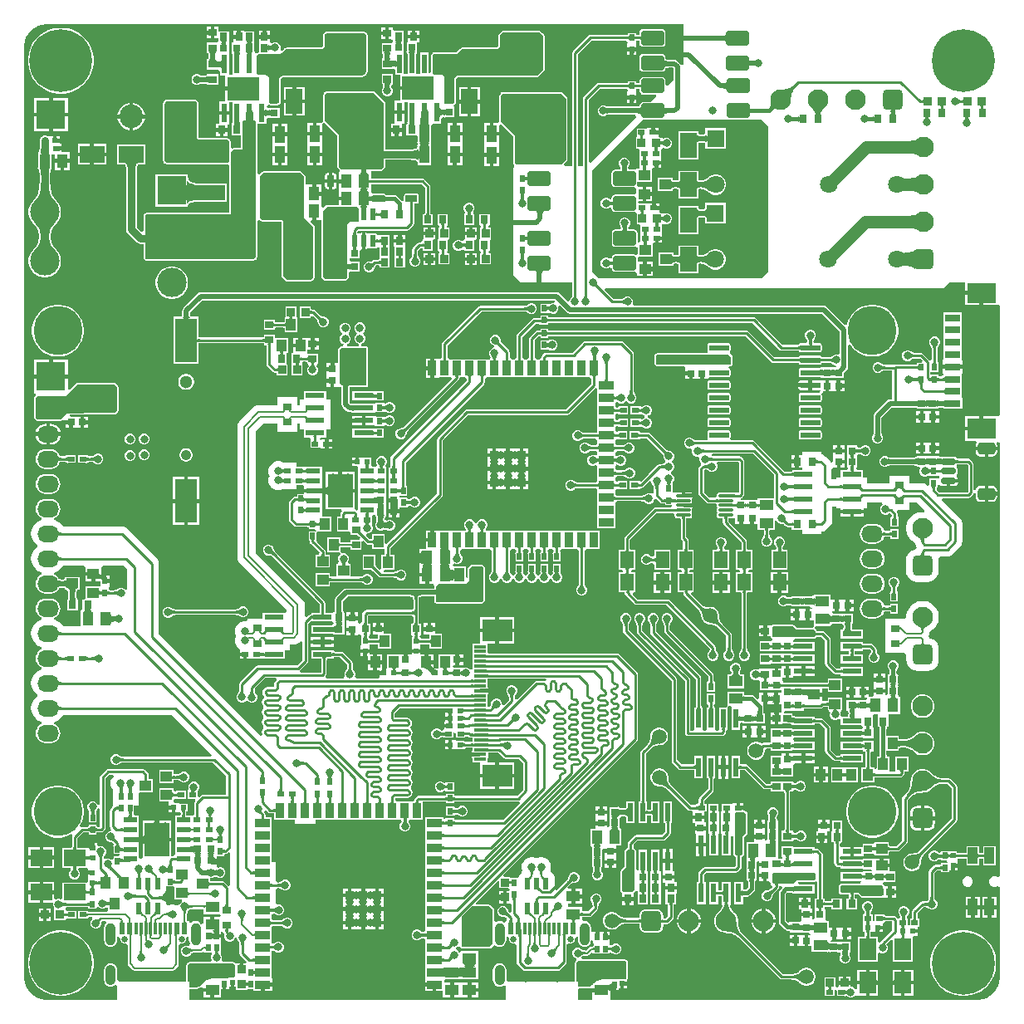
<source format=gbr>
G04*
G04 #@! TF.GenerationSoftware,Altium Limited,Altium Designer,24.10.1 (45)*
G04*
G04 Layer_Physical_Order=1*
G04 Layer_Color=255*
%FSLAX25Y25*%
%MOIN*%
G70*
G04*
G04 #@! TF.SameCoordinates,F8DE0C88-6A82-4F8F-96BC-C1AF256D62EF*
G04*
G04*
G04 #@! TF.FilePolarity,Positive*
G04*
G01*
G75*
%ADD20C,0.00800*%
%ADD22R,0.03200X0.03200*%
%ADD23R,0.02000X0.02600*%
%ADD24R,0.03200X0.03000*%
%ADD25R,0.03150X0.02953*%
%ADD26R,0.05700X0.04400*%
%ADD27R,0.01968X0.02362*%
%ADD28R,0.04700X0.04000*%
%ADD29R,0.02600X0.02000*%
%ADD30R,0.02362X0.01968*%
%ADD31R,0.09055X0.17717*%
G04:AMPARAMS|DCode=32|XSize=47.64mil|YSize=23.23mil|CornerRadius=2.9mil|HoleSize=0mil|Usage=FLASHONLY|Rotation=90.000|XOffset=0mil|YOffset=0mil|HoleType=Round|Shape=RoundedRectangle|*
%AMROUNDEDRECTD32*
21,1,0.04764,0.01742,0,0,90.0*
21,1,0.04183,0.02323,0,0,90.0*
1,1,0.00581,0.00871,0.02092*
1,1,0.00581,0.00871,-0.02092*
1,1,0.00581,-0.00871,-0.02092*
1,1,0.00581,-0.00871,0.02092*
%
%ADD32ROUNDEDRECTD32*%
%ADD33R,0.04400X0.05700*%
G04:AMPARAMS|DCode=34|XSize=57.87mil|YSize=11.02mil|CornerRadius=1.38mil|HoleSize=0mil|Usage=FLASHONLY|Rotation=0.000|XOffset=0mil|YOffset=0mil|HoleType=Round|Shape=RoundedRectangle|*
%AMROUNDEDRECTD34*
21,1,0.05787,0.00827,0,0,0.0*
21,1,0.05512,0.01102,0,0,0.0*
1,1,0.00276,0.02756,-0.00413*
1,1,0.00276,-0.02756,-0.00413*
1,1,0.00276,-0.02756,0.00413*
1,1,0.00276,0.02756,0.00413*
%
%ADD34ROUNDEDRECTD34*%
%ADD35R,0.03543X0.03543*%
%ADD36R,0.03543X0.05906*%
%ADD37R,0.05906X0.03543*%
%ADD38R,0.07756X0.02362*%
%ADD39R,0.05709X0.02362*%
%ADD40R,0.09843X0.13386*%
G04:AMPARAMS|DCode=41|XSize=80.71mil|YSize=23.23mil|CornerRadius=2.9mil|HoleSize=0mil|Usage=FLASHONLY|Rotation=0.000|XOffset=0mil|YOffset=0mil|HoleType=Round|Shape=RoundedRectangle|*
%AMROUNDEDRECTD41*
21,1,0.08071,0.01742,0,0,0.0*
21,1,0.07490,0.02323,0,0,0.0*
1,1,0.00581,0.03745,-0.00871*
1,1,0.00581,-0.03745,-0.00871*
1,1,0.00581,-0.03745,0.00871*
1,1,0.00581,0.03745,0.00871*
%
%ADD41ROUNDEDRECTD41*%
G04:AMPARAMS|DCode=42|XSize=90.55mil|YSize=58.27mil|CornerRadius=7.28mil|HoleSize=0mil|Usage=FLASHONLY|Rotation=0.000|XOffset=0mil|YOffset=0mil|HoleType=Round|Shape=RoundedRectangle|*
%AMROUNDEDRECTD42*
21,1,0.09055,0.04370,0,0,0.0*
21,1,0.07598,0.05827,0,0,0.0*
1,1,0.01457,0.03799,-0.02185*
1,1,0.01457,-0.03799,-0.02185*
1,1,0.01457,-0.03799,0.02185*
1,1,0.01457,0.03799,0.02185*
%
%ADD42ROUNDEDRECTD42*%
%ADD43R,0.02362X0.07756*%
%ADD44R,0.04724X0.04000*%
%ADD45R,0.03543X0.03543*%
%ADD46R,0.05906X0.03543*%
%ADD47R,0.03543X0.05906*%
%ADD48R,0.04000X0.04724*%
%ADD49R,0.03937X0.06693*%
%ADD50R,0.06693X0.08661*%
%ADD51R,0.08661X0.06693*%
%ADD52R,0.03000X0.03200*%
%ADD53R,0.04000X0.04700*%
%ADD54R,0.07480X0.20866*%
%ADD55R,0.15748X0.10630*%
%ADD56R,0.01181X0.04528*%
%ADD57R,0.02362X0.04528*%
G04:AMPARAMS|DCode=58|XSize=47.24mil|YSize=70.87mil|CornerRadius=11.81mil|HoleSize=0mil|Usage=FLASHONLY|Rotation=270.000|XOffset=0mil|YOffset=0mil|HoleType=Round|Shape=RoundedRectangle|*
%AMROUNDEDRECTD58*
21,1,0.04724,0.04724,0,0,270.0*
21,1,0.02362,0.07087,0,0,270.0*
1,1,0.02362,-0.02362,-0.01181*
1,1,0.02362,-0.02362,0.01181*
1,1,0.02362,0.02362,0.01181*
1,1,0.02362,0.02362,-0.01181*
%
%ADD58ROUNDEDRECTD58*%
G04:AMPARAMS|DCode=59|XSize=23.62mil|YSize=61.02mil|CornerRadius=5.91mil|HoleSize=0mil|Usage=FLASHONLY|Rotation=270.000|XOffset=0mil|YOffset=0mil|HoleType=Round|Shape=RoundedRectangle|*
%AMROUNDEDRECTD59*
21,1,0.02362,0.04921,0,0,270.0*
21,1,0.01181,0.06102,0,0,270.0*
1,1,0.01181,-0.02461,-0.00591*
1,1,0.01181,-0.02461,0.00591*
1,1,0.01181,0.02461,0.00591*
1,1,0.01181,0.02461,-0.00591*
%
%ADD59ROUNDEDRECTD59*%
%ADD60R,0.06299X0.03150*%
%ADD61R,0.11811X0.08268*%
%ADD62R,0.04921X0.01181*%
%ADD63R,0.12205X0.09055*%
%ADD64R,0.12598X0.05906*%
%ADD65R,0.03200X0.03200*%
%ADD66R,0.06693X0.09843*%
%ADD67R,0.05394X0.06811*%
G04:AMPARAMS|DCode=68|XSize=47.64mil|YSize=28.74mil|CornerRadius=2.59mil|HoleSize=0mil|Usage=FLASHONLY|Rotation=90.000|XOffset=0mil|YOffset=0mil|HoleType=Round|Shape=RoundedRectangle|*
%AMROUNDEDRECTD68*
21,1,0.04764,0.02357,0,0,90.0*
21,1,0.04247,0.02874,0,0,90.0*
1,1,0.00517,0.01178,0.02123*
1,1,0.00517,0.01178,-0.02123*
1,1,0.00517,-0.01178,-0.02123*
1,1,0.00517,-0.01178,0.02123*
%
%ADD68ROUNDEDRECTD68*%
G04:AMPARAMS|DCode=69|XSize=47.64mil|YSize=28.74mil|CornerRadius=2.59mil|HoleSize=0mil|Usage=FLASHONLY|Rotation=180.000|XOffset=0mil|YOffset=0mil|HoleType=Round|Shape=RoundedRectangle|*
%AMROUNDEDRECTD69*
21,1,0.04764,0.02357,0,0,180.0*
21,1,0.04247,0.02874,0,0,180.0*
1,1,0.00517,-0.02123,0.01178*
1,1,0.00517,0.02123,0.01178*
1,1,0.00517,0.02123,-0.01178*
1,1,0.00517,-0.02123,-0.01178*
%
%ADD69ROUNDEDRECTD69*%
%ADD70R,0.09843X0.06693*%
%ADD71R,0.02953X0.03150*%
%ADD72R,0.04400X0.07100*%
%ADD116R,0.11811X0.11811*%
%ADD126C,0.05906*%
%ADD145C,0.25197*%
%ADD146C,0.02000*%
%ADD147C,0.01000*%
%ADD148R,0.12992X0.09488*%
%ADD149C,0.01500*%
%ADD150C,0.03000*%
%ADD151C,0.06000*%
%ADD152C,0.05000*%
%ADD153C,0.05118*%
%ADD154C,0.04134*%
%ADD155C,0.09449*%
G04:AMPARAMS|DCode=156|XSize=94.49mil|YSize=94.49mil|CornerRadius=23.62mil|HoleSize=0mil|Usage=FLASHONLY|Rotation=180.000|XOffset=0mil|YOffset=0mil|HoleType=Round|Shape=RoundedRectangle|*
%AMROUNDEDRECTD156*
21,1,0.09449,0.04724,0,0,180.0*
21,1,0.04724,0.09449,0,0,180.0*
1,1,0.04724,-0.02362,0.02362*
1,1,0.04724,0.02362,0.02362*
1,1,0.04724,0.02362,-0.02362*
1,1,0.04724,-0.02362,-0.02362*
%
%ADD156ROUNDEDRECTD156*%
%ADD157C,0.03150*%
%ADD158C,0.11811*%
G04:AMPARAMS|DCode=159|XSize=82.68mil|YSize=82.68mil|CornerRadius=20.67mil|HoleSize=0mil|Usage=FLASHONLY|Rotation=90.000|XOffset=0mil|YOffset=0mil|HoleType=Round|Shape=RoundedRectangle|*
%AMROUNDEDRECTD159*
21,1,0.08268,0.04134,0,0,90.0*
21,1,0.04134,0.08268,0,0,90.0*
1,1,0.04134,0.02067,0.02067*
1,1,0.04134,0.02067,-0.02067*
1,1,0.04134,-0.02067,-0.02067*
1,1,0.04134,-0.02067,0.02067*
%
%ADD159ROUNDEDRECTD159*%
%ADD160C,0.08268*%
G04:AMPARAMS|DCode=161|XSize=82.68mil|YSize=82.68mil|CornerRadius=20.67mil|HoleSize=0mil|Usage=FLASHONLY|Rotation=180.000|XOffset=0mil|YOffset=0mil|HoleType=Round|Shape=RoundedRectangle|*
%AMROUNDEDRECTD161*
21,1,0.08268,0.04134,0,0,180.0*
21,1,0.04134,0.08268,0,0,180.0*
1,1,0.04134,-0.02067,0.02067*
1,1,0.04134,0.02067,0.02067*
1,1,0.04134,0.02067,-0.02067*
1,1,0.04134,-0.02067,-0.02067*
%
%ADD161ROUNDEDRECTD161*%
%ADD162O,0.08661X0.06693*%
%ADD163C,0.19685*%
%ADD164C,0.07087*%
%ADD165R,0.07087X0.07087*%
%ADD166C,0.02559*%
%ADD167O,0.04134X0.08268*%
%ADD168O,0.04134X0.09055*%
%ADD169C,0.05000*%
G36*
X248656Y386162D02*
X248646Y386257D01*
X248616Y386342D01*
X248565Y386417D01*
X248495Y386482D01*
X248403Y386537D01*
X248292Y386582D01*
X248161Y386617D01*
X248009Y386642D01*
X247837Y386657D01*
X247644Y386662D01*
Y387662D01*
X247837Y387667D01*
X248009Y387682D01*
X248161Y387707D01*
X248292Y387742D01*
X248403Y387787D01*
X248495Y387842D01*
X248565Y387907D01*
X248616Y387982D01*
X248646Y388067D01*
X248656Y388162D01*
Y386162D01*
D02*
G37*
G36*
X243924D02*
X243914Y386257D01*
X243883Y386342D01*
X243833Y386417D01*
X243762Y386482D01*
X243671Y386537D01*
X243560Y386582D01*
X243428Y386617D01*
X243276Y386642D01*
X243104Y386657D01*
X242912Y386662D01*
Y387662D01*
X243104Y387667D01*
X243276Y387682D01*
X243428Y387707D01*
X243560Y387742D01*
X243671Y387787D01*
X243762Y387842D01*
X243833Y387907D01*
X243883Y387982D01*
X243914Y388067D01*
X243924Y388162D01*
Y386162D01*
D02*
G37*
G36*
X282908Y385000D02*
X282888Y385190D01*
X282828Y385360D01*
X282727Y385510D01*
X282587Y385640D01*
X282405Y385750D01*
X282184Y385840D01*
X281923Y385910D01*
X281621Y385960D01*
X281279Y385990D01*
X280896Y386000D01*
Y388000D01*
X281279Y388010D01*
X281621Y388040D01*
X281923Y388090D01*
X282184Y388160D01*
X282405Y388250D01*
X282587Y388360D01*
X282727Y388490D01*
X282828Y388640D01*
X282888Y388810D01*
X282908Y389000D01*
Y385000D01*
D02*
G37*
G36*
X9843Y392579D02*
X265500D01*
Y376339D01*
X264707Y376224D01*
X264353Y376753D01*
X263154Y377954D01*
X262624Y378307D01*
X262000Y378431D01*
X259761D01*
X259721Y378449D01*
X259357Y378459D01*
X259059Y378485D01*
X258812Y378526D01*
X258620Y378577D01*
X258485Y378632D01*
X258404Y378681D01*
X258368Y378714D01*
X258356Y378732D01*
X258349Y378752D01*
X258338Y378865D01*
X258328Y378884D01*
Y379285D01*
X258225Y379803D01*
X257931Y380243D01*
X257491Y380536D01*
X256973Y380639D01*
X249375D01*
X248856Y380536D01*
X248417Y380243D01*
X248124Y379803D01*
X248020Y379285D01*
Y374915D01*
X248124Y374397D01*
X248417Y373957D01*
X248856Y373664D01*
X249375Y373561D01*
X256973D01*
X257491Y373664D01*
X257931Y373957D01*
X258225Y374397D01*
X258278Y374663D01*
X258314Y374730D01*
X258327Y374842D01*
X258334Y374862D01*
X258348Y374882D01*
X258386Y374917D01*
X258470Y374967D01*
X258609Y375023D01*
X258804Y375074D01*
X259054Y375115D01*
X259355Y375141D01*
X259720Y375151D01*
X259761Y375169D01*
X261324D01*
X261569Y374924D01*
Y370369D01*
X259167Y367967D01*
X258428Y368273D01*
Y370085D01*
X258325Y370603D01*
X258031Y371043D01*
X257592Y371336D01*
X257073Y371439D01*
X249475D01*
X248956Y371336D01*
X248517Y371043D01*
X248223Y370603D01*
X248120Y370085D01*
Y369042D01*
X248028Y369027D01*
X247900Y369016D01*
X247728Y369011D01*
X247665Y368984D01*
X246500D01*
Y369762D01*
X243300D01*
Y369045D01*
X243292Y369043D01*
X243195Y369027D01*
X243068Y369016D01*
X242895Y369011D01*
X242833Y368984D01*
X231562D01*
X231562Y368984D01*
X231133Y368898D01*
X230769Y368655D01*
X230769Y368655D01*
X225607Y363493D01*
X225364Y363129D01*
X225278Y362700D01*
X225278Y362700D01*
Y335700D01*
X223221D01*
Y380535D01*
X228727Y386041D01*
X242525D01*
X243264Y385462D01*
X243285Y385268D01*
X243100Y384538D01*
X243100D01*
Y383188D01*
X244900D01*
X246700D01*
Y384538D01*
X246683D01*
X246500Y385262D01*
X246734Y386041D01*
X247565D01*
X247628Y386013D01*
X247800Y386009D01*
X247928Y385997D01*
X248020Y385982D01*
Y384915D01*
X248124Y384397D01*
X248417Y383957D01*
X248856Y383664D01*
X249375Y383561D01*
X256973D01*
X257491Y383664D01*
X257931Y383957D01*
X258225Y384397D01*
X258328Y384915D01*
Y389285D01*
X258225Y389803D01*
X257931Y390243D01*
X257491Y390536D01*
X256973Y390639D01*
X249375D01*
X248856Y390536D01*
X248417Y390243D01*
X248124Y389803D01*
X248020Y389285D01*
Y388342D01*
X247928Y388327D01*
X247800Y388316D01*
X247628Y388311D01*
X247565Y388284D01*
X246500D01*
Y389062D01*
X243300D01*
Y388345D01*
X243292Y388343D01*
X243195Y388327D01*
X243068Y388316D01*
X242895Y388311D01*
X242833Y388284D01*
X228262D01*
X228262Y388284D01*
X227833Y388198D01*
X227469Y387955D01*
X227469Y387955D01*
X221307Y381793D01*
X221064Y381429D01*
X220978Y381000D01*
X220978Y381000D01*
Y335700D01*
X218150D01*
X217818Y336500D01*
X218959Y337641D01*
X219149Y338100D01*
X219149Y362600D01*
X219038Y362869D01*
X218959Y363059D01*
X216859Y365159D01*
X216400Y365349D01*
X193100D01*
X192994Y365305D01*
X192257D01*
Y364776D01*
X191841Y364359D01*
X191651Y363900D01*
Y353842D01*
X191642Y353495D01*
X190971Y353050D01*
X189382D01*
Y349450D01*
X191631D01*
Y352119D01*
X192431Y352450D01*
X192841Y352041D01*
X197251Y347631D01*
Y337000D01*
X197441Y336541D01*
X197663Y336319D01*
X197691Y335309D01*
X197668Y335268D01*
X197200Y334800D01*
X197200Y291900D01*
X200000Y289100D01*
X220978D01*
Y284321D01*
X220951Y284258D01*
X220945Y284011D01*
X220930Y283798D01*
X220904Y283604D01*
X220870Y283429D01*
X220829Y283274D01*
X220781Y283138D01*
X220727Y283020D01*
X220669Y282921D01*
X220608Y282836D01*
X220517Y282737D01*
X220479Y282629D01*
X220256Y282407D01*
X219925Y281607D01*
X219125Y281282D01*
X215854Y284554D01*
X215324Y284907D01*
X214700Y285031D01*
X71872D01*
X71247Y284907D01*
X70718Y284554D01*
X64846Y278682D01*
X64493Y278153D01*
X64369Y277528D01*
Y276701D01*
X64351Y276661D01*
X64341Y276301D01*
X64315Y276006D01*
X64275Y275762D01*
X64223Y275572D01*
X64169Y275438D01*
X64120Y275358D01*
X64086Y275322D01*
X64067Y275309D01*
X64046Y275302D01*
X63932Y275290D01*
X63870Y275256D01*
X60872D01*
Y256339D01*
X71128D01*
Y264615D01*
X71136Y264617D01*
X71232Y264633D01*
X71360Y264644D01*
X71532Y264648D01*
X71595Y264676D01*
X96733D01*
X96795Y264648D01*
X96965Y264644D01*
X97090Y264633D01*
X97184Y264617D01*
X97200Y264613D01*
Y263750D01*
X98217D01*
X98219Y263742D01*
X98235Y263645D01*
X98246Y263517D01*
X98251Y263345D01*
X98278Y263283D01*
Y256000D01*
X98278Y256000D01*
X98364Y255571D01*
X98607Y255207D01*
X100707Y253107D01*
X100707Y253107D01*
X101071Y252864D01*
X101500Y252778D01*
X101500Y252779D01*
X101933D01*
X101995Y252751D01*
X102167Y252746D01*
X102295Y252735D01*
X102392Y252719D01*
X102400Y252717D01*
Y251700D01*
X106800D01*
Y256100D01*
X106450D01*
Y260500D01*
X106960Y260665D01*
Y266589D01*
X101760D01*
X101600Y267323D01*
Y267950D01*
X97200D01*
Y266982D01*
X97184Y266978D01*
X97090Y266962D01*
X96965Y266951D01*
X96795Y266947D01*
X96733Y266919D01*
X71595D01*
X71532Y266947D01*
X71360Y266951D01*
X71232Y266963D01*
X71136Y266978D01*
X71128Y266981D01*
Y275256D01*
X68130D01*
X68068Y275290D01*
X67954Y275302D01*
X67933Y275309D01*
X67914Y275322D01*
X67880Y275358D01*
X67831Y275438D01*
X67777Y275572D01*
X67725Y275762D01*
X67685Y276006D01*
X67659Y276301D01*
X67649Y276661D01*
X67631Y276701D01*
Y276853D01*
X72547Y281769D01*
X213915D01*
X214193Y281412D01*
X213796Y280830D01*
X213705Y280737D01*
X212867D01*
X212200Y280461D01*
X211400Y280462D01*
X211400Y280462D01*
X208200D01*
Y276662D01*
X211400D01*
Y276662D01*
X212200Y276664D01*
X212867Y276387D01*
X213733D01*
X214532Y276718D01*
X215144Y277330D01*
X215475Y278130D01*
Y278995D01*
X215339Y279323D01*
X216017Y279776D01*
X218947Y276847D01*
X219476Y276493D01*
X220100Y276369D01*
X321424D01*
X328349Y269444D01*
X328365Y269073D01*
X328399Y268933D01*
X328431Y268534D01*
X328414Y268370D01*
X328474Y267757D01*
Y260415D01*
X327674Y259884D01*
X327363Y260013D01*
X326498D01*
X325698Y259682D01*
X325476Y259459D01*
X325369Y259420D01*
X325269Y259330D01*
X325185Y259269D01*
X325085Y259211D01*
X324968Y259157D01*
X324832Y259109D01*
X324676Y259067D01*
X324511Y259035D01*
X324085Y258993D01*
X323847Y258987D01*
X323785Y258959D01*
X321634D01*
X321571Y258987D01*
X321389Y258992D01*
X321250Y259003D01*
X321142Y259019D01*
X321103Y259029D01*
X320958Y259246D01*
X320935Y259300D01*
X320918Y259306D01*
X320914Y259313D01*
X320890Y259329D01*
X320880Y259347D01*
X320851Y259355D01*
X320619Y259510D01*
X320272Y259579D01*
X312782D01*
X312434Y259510D01*
X312202Y259355D01*
X312174Y259347D01*
X312163Y259329D01*
X312140Y259313D01*
X312135Y259306D01*
X312119Y259300D01*
X312095Y259246D01*
X311950Y259029D01*
X311911Y259019D01*
X311804Y259003D01*
X311665Y258992D01*
X311482Y258987D01*
X311420Y258959D01*
X302127D01*
X291731Y269355D01*
X291367Y269598D01*
X290938Y269684D01*
X290938Y269684D01*
X211867D01*
X211805Y269711D01*
X211632Y269716D01*
X211505Y269727D01*
X211408Y269743D01*
X211400Y269745D01*
Y270462D01*
X208200D01*
Y269745D01*
X208192Y269743D01*
X208095Y269727D01*
X207967Y269716D01*
X207795Y269711D01*
X207733Y269684D01*
X206962D01*
X206962Y269684D01*
X206533Y269598D01*
X206169Y269355D01*
X206169Y269355D01*
X203969Y267155D01*
X203726Y266791D01*
X203641Y266362D01*
X203641Y266362D01*
Y258870D01*
X203034Y258095D01*
X202391Y258095D01*
X201490Y258095D01*
X200884Y258870D01*
Y267098D01*
X206186Y272400D01*
X207425D01*
X208200Y271938D01*
X208808Y271900D01*
X208825Y271907D01*
X208884Y271904D01*
X208945Y271938D01*
X209000Y271938D01*
X211400D01*
Y272655D01*
X211408Y272657D01*
X211505Y272673D01*
X211632Y272684D01*
X211805Y272689D01*
X211867Y272716D01*
X293398D01*
X304107Y262007D01*
X304107Y262007D01*
X304471Y261764D01*
X304900Y261678D01*
X304900Y261679D01*
X311419D01*
X311482Y261651D01*
X311661Y261646D01*
X311797Y261635D01*
X311900Y261619D01*
X311937Y261609D01*
X311943Y261581D01*
X312058Y261409D01*
X312084Y261347D01*
X312105Y261338D01*
X312140Y261287D01*
X312434Y261090D01*
X312782Y261021D01*
X320272D01*
X320619Y261090D01*
X320914Y261287D01*
X321111Y261581D01*
X321180Y261929D01*
Y263671D01*
X321111Y264019D01*
X320914Y264313D01*
X320619Y264510D01*
X320272Y264579D01*
X318440D01*
X318318Y264648D01*
X318121Y264838D01*
X317796Y265371D01*
X317830Y265546D01*
X317871Y265701D01*
X317919Y265837D01*
X317973Y265954D01*
X318031Y266054D01*
X318092Y266139D01*
X318183Y266238D01*
X318221Y266346D01*
X318444Y266568D01*
X318775Y267367D01*
Y268233D01*
X318444Y269032D01*
X317832Y269644D01*
X317033Y269975D01*
X316167D01*
X315368Y269644D01*
X314756Y269032D01*
X314425Y268233D01*
Y267367D01*
X314756Y266568D01*
X314979Y266346D01*
X315017Y266238D01*
X315108Y266139D01*
X315169Y266054D01*
X315227Y265954D01*
X315281Y265837D01*
X315329Y265701D01*
X315370Y265546D01*
X315403Y265381D01*
X315403Y265379D01*
X314842Y264624D01*
X314760Y264579D01*
X312782D01*
X312434Y264510D01*
X312140Y264313D01*
X312105Y264262D01*
X312084Y264253D01*
X312058Y264191D01*
X311943Y264019D01*
X311937Y263991D01*
X311900Y263981D01*
X311796Y263965D01*
X311661Y263954D01*
X311482Y263949D01*
X311419Y263921D01*
X305365D01*
X294655Y274631D01*
X294291Y274874D01*
X293862Y274959D01*
X293862Y274959D01*
X211867D01*
X211805Y274987D01*
X211632Y274991D01*
X211505Y275003D01*
X211408Y275019D01*
X211400Y275021D01*
Y275738D01*
X208200D01*
Y274705D01*
X208190Y274702D01*
X208094Y274686D01*
X207967Y274675D01*
X207795Y274671D01*
X207733Y274643D01*
X205722D01*
X205721Y274643D01*
X205292Y274558D01*
X204928Y274315D01*
X198969Y268355D01*
X198726Y267991D01*
X198641Y267562D01*
X198641Y267562D01*
Y258870D01*
X198034Y258095D01*
X197390Y258095D01*
X196490Y258095D01*
X195884Y258870D01*
Y261038D01*
X195884Y261038D01*
X195798Y261467D01*
X195555Y261831D01*
X193117Y264269D01*
X193093Y264333D01*
X192922Y264511D01*
X192782Y264673D01*
X192663Y264828D01*
X192563Y264976D01*
X192483Y265115D01*
X192421Y265245D01*
X192376Y265366D01*
X192346Y265477D01*
X192330Y265581D01*
X192324Y265715D01*
X192275Y265818D01*
Y266133D01*
X191944Y266932D01*
X191332Y267544D01*
X190533Y267875D01*
X189667D01*
X188868Y267544D01*
X188256Y266932D01*
X187925Y266133D01*
Y265267D01*
X188256Y264468D01*
X188868Y263856D01*
X189667Y263525D01*
X189697Y263475D01*
X189355Y262731D01*
X189256Y262645D01*
X188530Y262344D01*
X187918Y261732D01*
X187587Y260933D01*
Y260067D01*
X187918Y259268D01*
X188141Y259046D01*
X188180Y258938D01*
X187943Y258208D01*
X187816Y258124D01*
X187745Y258095D01*
X187390D01*
X186591Y258095D01*
X182934D01*
X182390Y258095D01*
X181590Y258095D01*
X177934D01*
X177391Y258095D01*
X176591Y258095D01*
X172934D01*
X172390Y258095D01*
X171490Y258095D01*
X170884Y258870D01*
Y263698D01*
X184496Y277310D01*
X201446D01*
X201508Y277282D01*
X201755Y277277D01*
X201969Y277261D01*
X202163Y277236D01*
X202337Y277202D01*
X202493Y277160D01*
X202628Y277112D01*
X202746Y277059D01*
X202846Y277001D01*
X202930Y276939D01*
X203029Y276849D01*
X203137Y276810D01*
X203359Y276588D01*
X204159Y276257D01*
X205024D01*
X205823Y276588D01*
X206435Y277200D01*
X206766Y277999D01*
Y278864D01*
X206435Y279663D01*
X205823Y280275D01*
X205024Y280606D01*
X204159D01*
X203359Y280275D01*
X203137Y280053D01*
X203029Y280014D01*
X202930Y279924D01*
X202846Y279862D01*
X202746Y279804D01*
X202628Y279751D01*
X202493Y279703D01*
X202337Y279661D01*
X202172Y279629D01*
X201746Y279586D01*
X201508Y279581D01*
X201446Y279553D01*
X184031D01*
X184031Y279553D01*
X183602Y279468D01*
X183238Y279224D01*
X183238Y279224D01*
X168969Y264955D01*
X168726Y264591D01*
X168641Y264162D01*
X168641Y264162D01*
Y258870D01*
X168205Y258298D01*
X167985Y258188D01*
X167888Y258167D01*
X167809Y258163D01*
X167334Y258295D01*
X166673Y258295D01*
X165512D01*
Y254542D01*
Y250790D01*
X166673D01*
X167334Y250790D01*
X168051Y250990D01*
X171590D01*
X172390Y250990D01*
X172687Y250273D01*
X153721Y231307D01*
X153657Y231282D01*
X153478Y231111D01*
X153316Y230972D01*
X153162Y230853D01*
X153015Y230754D01*
X152876Y230675D01*
X152747Y230615D01*
X152628Y230571D01*
X152518Y230543D01*
X152417Y230528D01*
X152285Y230523D01*
X152178Y230475D01*
X151836D01*
X151036Y230144D01*
X150424Y229532D01*
X150093Y228733D01*
Y227867D01*
X150424Y227068D01*
X151036Y226456D01*
X151836Y226125D01*
X152701D01*
X153500Y226456D01*
X154112Y227068D01*
X154443Y227867D01*
Y228155D01*
X154491Y228254D01*
X154499Y228390D01*
X154517Y228495D01*
X154549Y228608D01*
X154595Y228731D01*
X154658Y228862D01*
X154740Y229002D01*
X154835Y229142D01*
X155107Y229474D01*
X155271Y229646D01*
X155296Y229710D01*
X175469Y249883D01*
X175469Y249883D01*
X175712Y250246D01*
X175769Y250534D01*
X175825Y250660D01*
X175829Y250820D01*
X175838Y250939D01*
X175846Y250990D01*
X177134Y250990D01*
X178034Y250990D01*
X178641Y250215D01*
Y249527D01*
X148369Y219255D01*
X148126Y218891D01*
X148041Y218462D01*
X148041Y218462D01*
Y215267D01*
X148013Y215205D01*
X148009Y215033D01*
X147997Y214905D01*
X147982Y214808D01*
X147979Y214800D01*
X147262D01*
Y211600D01*
X147262D01*
Y210911D01*
X147262D01*
Y207774D01*
X147262Y207711D01*
Y206974D01*
X147262Y206911D01*
Y203875D01*
X147181D01*
Y202250D01*
X149458D01*
Y200750D01*
X147181D01*
Y199125D01*
Y197850D01*
X149458D01*
X150517D01*
Y198161D01*
X150652Y198055D01*
X150831Y197959D01*
X150910Y197930D01*
Y198100D01*
X150920Y198005D01*
X150950Y197920D01*
X150955Y197913D01*
X151055Y197875D01*
X151148Y197850D01*
X151734D01*
Y198750D01*
X154800D01*
Y198791D01*
X154903Y198982D01*
X155044Y199128D01*
X155557Y199446D01*
X155714Y199405D01*
X155852Y199356D01*
X155971Y199303D01*
X156074Y199245D01*
X156161Y199183D01*
X156263Y199093D01*
X156367Y199057D01*
X156568Y198856D01*
X157367Y198525D01*
X158233D01*
X159032Y198856D01*
X159644Y199468D01*
X159975Y200267D01*
Y201133D01*
X159644Y201932D01*
X159032Y202544D01*
X158233Y202875D01*
X157367D01*
X156568Y202544D01*
X156324Y202299D01*
X156214Y202258D01*
X156117Y202167D01*
X156035Y202106D01*
X155938Y202049D01*
X155823Y201995D01*
X155689Y201947D01*
X155600Y201923D01*
X155497Y201930D01*
X155376Y202008D01*
X154800Y202550D01*
X154800Y202550D01*
X154800Y202550D01*
X151734D01*
Y203474D01*
X154800D01*
Y207274D01*
X154283D01*
X154281Y207284D01*
X154265Y207380D01*
X154254Y207507D01*
X154249Y207679D01*
X154222Y207741D01*
Y216735D01*
X185555Y248069D01*
X185555Y248069D01*
X185798Y248433D01*
X185884Y248862D01*
X185884Y248862D01*
Y250215D01*
X186490Y250990D01*
X187134Y250990D01*
X187934Y250990D01*
X191590D01*
X192134Y250990D01*
X192934Y250990D01*
X196590D01*
X197134Y250990D01*
X197934Y250990D01*
X201590D01*
X202134Y250990D01*
X202934Y250990D01*
X206591D01*
X207134Y250990D01*
X207934Y250990D01*
X211591D01*
X212134Y250990D01*
X212934Y250990D01*
X216590D01*
X217134Y250990D01*
X217934Y250990D01*
X221590D01*
X222134Y250990D01*
X222934Y250990D01*
X226590D01*
X227134Y250990D01*
X228055Y250990D01*
X228661Y250215D01*
Y248247D01*
X218435Y238021D01*
X178800D01*
X178800Y238022D01*
X178371Y237936D01*
X178007Y237693D01*
X178007Y237693D01*
X167107Y226793D01*
X166864Y226429D01*
X166778Y226000D01*
X166778Y226000D01*
Y204265D01*
X146600Y184086D01*
X145800Y184417D01*
Y187898D01*
X140600D01*
Y186119D01*
X140592Y186117D01*
X140495Y186101D01*
X140367Y186090D01*
X140195Y186085D01*
X140133Y186058D01*
X139578D01*
X138171Y187465D01*
X138542Y188225D01*
X139133D01*
X139932Y188556D01*
X140544Y189168D01*
X140875Y189967D01*
Y190833D01*
X140754Y191125D01*
X140562Y191900D01*
X140562D01*
X140562Y191900D01*
Y195100D01*
X140999Y195719D01*
X141290D01*
X142029Y195537D01*
X142066Y194925D01*
X142383D01*
X142394Y194888D01*
X142423Y194731D01*
X142489Y193892D01*
X142484Y193503D01*
X142458Y192991D01*
X142449Y192905D01*
X142444Y192877D01*
X142299Y192732D01*
X141968Y191933D01*
Y191067D01*
X142299Y190268D01*
X142911Y189656D01*
X143710Y189325D01*
X144575D01*
X145375Y189656D01*
X145496Y189778D01*
X146150Y189819D01*
X146209Y189815D01*
X146295Y189806D01*
X146323Y189802D01*
X146468Y189656D01*
X147267Y189325D01*
X148133D01*
X148932Y189656D01*
X149544Y190268D01*
X149875Y191067D01*
Y191933D01*
X149544Y192732D01*
X148932Y193344D01*
X148133Y193675D01*
X147267D01*
X146631Y193411D01*
X146055Y193636D01*
X145840Y193788D01*
X145802Y193990D01*
X145831Y194498D01*
X145859Y194716D01*
X145891Y194888D01*
X145902Y194925D01*
X146219Y194925D01*
X146256Y195537D01*
X146238Y195583D01*
X146240Y195681D01*
X146219Y195711D01*
Y198489D01*
X146240Y198519D01*
X146238Y198617D01*
X146256Y198663D01*
X146256Y198664D01*
X146220Y199300D01*
X146256Y199935D01*
X146256Y199937D01*
X146238Y199983D01*
X146240Y200081D01*
X146219Y200111D01*
Y203023D01*
X146338Y203774D01*
X146338Y204426D01*
Y206911D01*
X146338Y206974D01*
Y207711D01*
X146338Y207774D01*
Y210800D01*
X146338Y210911D01*
Y211600D01*
X146338Y211711D01*
Y214800D01*
X146338D01*
X146083Y215494D01*
X146076Y215600D01*
X146244Y215768D01*
X146575Y216567D01*
Y217433D01*
X146244Y218232D01*
X145632Y218844D01*
X144833Y219175D01*
X143967D01*
X143168Y218844D01*
X142556Y218232D01*
X142225Y217433D01*
Y216567D01*
X142556Y215768D01*
X142543Y215446D01*
X142054Y215029D01*
X141833Y215029D01*
X141021D01*
X140381Y215416D01*
Y218584D01*
X137361D01*
X136644Y218784D01*
X136102Y218784D01*
X135413D01*
Y217000D01*
X134663D01*
Y216250D01*
X132682D01*
Y215216D01*
X134423D01*
X135146Y215029D01*
X135146Y214416D01*
Y211892D01*
X135146Y211467D01*
X135146Y210667D01*
Y207955D01*
X135146Y207530D01*
X135146Y206730D01*
Y204018D01*
X135146Y203593D01*
X135146Y202793D01*
Y200081D01*
X135146Y199656D01*
X135146D01*
Y199281D01*
X135146D01*
Y197741D01*
X134346Y197410D01*
X134262Y197493D01*
X133898Y197736D01*
X133593Y198421D01*
Y204624D01*
X126747D01*
Y204272D01*
X126712Y204291D01*
X126648Y204309D01*
X126555Y204324D01*
X126432Y204337D01*
X125888Y204365D01*
X125080Y204374D01*
Y204624D01*
X122974D01*
Y203374D01*
X122954Y203564D01*
X122894Y203734D01*
X122793Y203884D01*
X122652Y204014D01*
X122471Y204124D01*
X122250Y204214D01*
X122150Y204241D01*
Y197881D01*
X128264D01*
X128595Y197081D01*
X128347Y196833D01*
X128104Y196469D01*
X128019Y196040D01*
X128019Y196040D01*
Y195403D01*
X127991Y195340D01*
X127987Y195168D01*
X127975Y195040D01*
X127960Y194944D01*
X127957Y194935D01*
X126540D01*
Y189011D01*
X131200D01*
X131740Y189011D01*
X132000Y188319D01*
Y187650D01*
X134224D01*
X134273Y187620D01*
X134324Y187633D01*
X134374Y187613D01*
X134464Y187650D01*
X134666D01*
X134705Y187628D01*
X134819Y187548D01*
X135147Y187271D01*
X135337Y187088D01*
X135387Y187068D01*
X135898Y186512D01*
X135582Y185750D01*
X132000D01*
Y184686D01*
X131930Y184679D01*
X131795Y184676D01*
X131729Y184646D01*
X128271D01*
X128205Y184676D01*
X128070Y184679D01*
X128000Y184686D01*
Y186589D01*
X122800D01*
Y180665D01*
X127248D01*
X127253Y180665D01*
X127253Y180665D01*
X127719Y180665D01*
X127921Y180066D01*
X127935Y179865D01*
X127849Y179779D01*
X127363Y179293D01*
X127032Y178494D01*
Y177628D01*
X127363Y176829D01*
X127121Y176112D01*
X126995Y176000D01*
X126211D01*
Y170922D01*
X124256D01*
X124194Y170949D01*
X124021Y170954D01*
X123894Y170965D01*
X123797Y170981D01*
X123789Y170983D01*
Y172260D01*
X117865D01*
Y167060D01*
X123789D01*
Y168617D01*
X123797Y168619D01*
X123894Y168635D01*
X124021Y168646D01*
X124194Y168651D01*
X124256Y168678D01*
X135554D01*
X135617Y168651D01*
X135864Y168645D01*
X136077Y168630D01*
X136271Y168604D01*
X136446Y168570D01*
X136601Y168529D01*
X136737Y168481D01*
X136854Y168427D01*
X136954Y168369D01*
X137039Y168308D01*
X137138Y168217D01*
X137246Y168179D01*
X137468Y167956D01*
X138267Y167625D01*
X139133D01*
X139932Y167956D01*
X140544Y168568D01*
X140875Y169367D01*
Y170233D01*
X140544Y171032D01*
X139932Y171644D01*
X139133Y171975D01*
X138267D01*
X137468Y171644D01*
X137246Y171421D01*
X137138Y171383D01*
X137039Y171292D01*
X136954Y171231D01*
X136854Y171173D01*
X136737Y171119D01*
X136601Y171071D01*
X136446Y171030D01*
X136281Y170997D01*
X135855Y170955D01*
X135617Y170949D01*
X135554Y170922D01*
X132135D01*
Y176000D01*
X131369D01*
X131323Y176035D01*
X131022Y176800D01*
X131051Y176829D01*
X131382Y177628D01*
Y178494D01*
X131051Y179293D01*
X130439Y179905D01*
X129640Y180236D01*
X128774D01*
X128591Y180160D01*
X128000Y180781D01*
X128000Y181348D01*
Y182568D01*
X128070Y182574D01*
X128205Y182578D01*
X128271Y182607D01*
X131729D01*
X131795Y182578D01*
X131930Y182574D01*
X132000Y182568D01*
Y181550D01*
X136400D01*
Y184932D01*
X137200Y185264D01*
X138321Y184143D01*
X138321Y184143D01*
X138685Y183900D01*
X139114Y183815D01*
X140133D01*
X140195Y183787D01*
X140367Y183782D01*
X140495Y183771D01*
X140592Y183756D01*
X140600Y183753D01*
Y181974D01*
X145800Y181974D01*
X145819Y181182D01*
Y180019D01*
X145791Y179957D01*
X145786Y179784D01*
X145775Y179657D01*
X145759Y179560D01*
X145757Y179552D01*
X144340D01*
X144340Y174247D01*
Y174236D01*
Y174236D01*
X144340Y174065D01*
X144048Y173944D01*
X143540Y173733D01*
X142654Y174620D01*
X142631Y174682D01*
X142276Y175063D01*
X142162Y175205D01*
X142076Y175328D01*
X142060Y175355D01*
Y175592D01*
X142085Y175654D01*
X142064Y175704D01*
X142077Y175757D01*
X142060Y175785D01*
Y179552D01*
X136860D01*
Y173628D01*
X139902D01*
X139930Y173610D01*
X139983Y173623D01*
X140034Y173602D01*
X140095Y173628D01*
X140332D01*
X140360Y173612D01*
X140475Y173531D01*
X140805Y173250D01*
X140997Y173065D01*
X141061Y173040D01*
X143251Y170851D01*
X143251Y170851D01*
X143614Y170607D01*
X144044Y170522D01*
X144044Y170522D01*
X149122D01*
X149185Y170494D01*
X149432Y170489D01*
X149645Y170473D01*
X149839Y170448D01*
X150014Y170414D01*
X150169Y170372D01*
X150305Y170324D01*
X150422Y170271D01*
X150522Y170213D01*
X150607Y170151D01*
X150706Y170061D01*
X150814Y170022D01*
X151036Y169800D01*
X151836Y169469D01*
X152701D01*
X153500Y169800D01*
X154112Y170412D01*
X154443Y171211D01*
Y172076D01*
X154112Y172876D01*
X153500Y173487D01*
X152701Y173819D01*
X151836D01*
X151036Y173487D01*
X150814Y173265D01*
X150706Y173226D01*
X150607Y173136D01*
X150522Y173074D01*
X150422Y173017D01*
X150305Y172963D01*
X150169Y172915D01*
X150014Y172873D01*
X149849Y172841D01*
X149423Y172798D01*
X149185Y172793D01*
X149122Y172765D01*
X145286D01*
X145244Y172828D01*
X145672Y173628D01*
X149540D01*
Y179552D01*
X148123D01*
X148121Y179560D01*
X148105Y179657D01*
X148094Y179784D01*
X148089Y179957D01*
X148062Y180019D01*
Y182376D01*
X168693Y203007D01*
X168936Y203371D01*
X169022Y203800D01*
X169022Y203800D01*
Y225535D01*
X179265Y235778D01*
X218900D01*
X218900Y235778D01*
X219329Y235864D01*
X219693Y236107D01*
X230331Y246745D01*
X231131Y246413D01*
X231131Y245222D01*
X231131Y244422D01*
Y240765D01*
X231131Y240222D01*
X231131Y239422D01*
Y235765D01*
X231131Y235222D01*
X231131Y234422D01*
Y230765D01*
X231131Y230222D01*
X231131Y229422D01*
Y228683D01*
X231122Y228681D01*
X231026Y228665D01*
X230898Y228654D01*
X230726Y228649D01*
X230664Y228622D01*
X226346D01*
X226283Y228649D01*
X226036Y228655D01*
X225823Y228671D01*
X225629Y228696D01*
X225454Y228730D01*
X225299Y228771D01*
X225163Y228819D01*
X225046Y228873D01*
X224946Y228931D01*
X224861Y228992D01*
X224762Y229083D01*
X224654Y229121D01*
X224432Y229344D01*
X223633Y229675D01*
X222767D01*
X221968Y229344D01*
X221356Y228732D01*
X221025Y227933D01*
Y227067D01*
X221356Y226268D01*
X221968Y225656D01*
X222767Y225325D01*
X223633D01*
X224432Y225656D01*
X224654Y225879D01*
X224762Y225917D01*
X224861Y226008D01*
X224946Y226069D01*
X225046Y226127D01*
X225163Y226181D01*
X225299Y226229D01*
X225454Y226270D01*
X225620Y226303D01*
X226045Y226345D01*
X226283Y226351D01*
X226346Y226378D01*
X230356D01*
X231131Y225772D01*
X231131Y225222D01*
X231131Y224328D01*
X230356Y223722D01*
X229246D01*
X229183Y223749D01*
X228936Y223755D01*
X228723Y223770D01*
X228529Y223796D01*
X228354Y223830D01*
X228199Y223871D01*
X228063Y223919D01*
X227946Y223973D01*
X227846Y224031D01*
X227761Y224092D01*
X227662Y224183D01*
X227554Y224221D01*
X227332Y224444D01*
X226533Y224775D01*
X225667D01*
X224868Y224444D01*
X224256Y223832D01*
X223925Y223033D01*
Y222167D01*
X224256Y221368D01*
X224868Y220756D01*
X225667Y220425D01*
X226533D01*
X227332Y220756D01*
X227554Y220979D01*
X227662Y221017D01*
X227761Y221108D01*
X227846Y221169D01*
X227946Y221227D01*
X228063Y221281D01*
X228199Y221329D01*
X228354Y221370D01*
X228520Y221403D01*
X228945Y221445D01*
X229183Y221451D01*
X229246Y221479D01*
X230356D01*
X231131Y220872D01*
X231131Y219965D01*
X230940Y219797D01*
X230331Y219521D01*
X229733Y219769D01*
X228867D01*
X228068Y219437D01*
X227456Y218826D01*
X227125Y218026D01*
Y217161D01*
X227456Y216362D01*
X228068Y215750D01*
X228867Y215419D01*
X229733D01*
X230331Y215667D01*
X230940Y215390D01*
X231131Y215222D01*
X231131Y214422D01*
Y210765D01*
X231131Y210222D01*
X231131Y209322D01*
X230356Y208715D01*
X223546D01*
X223483Y208743D01*
X223236Y208749D01*
X223023Y208764D01*
X222829Y208789D01*
X222654Y208823D01*
X222499Y208865D01*
X222363Y208913D01*
X222246Y208967D01*
X222146Y209025D01*
X222061Y209086D01*
X221962Y209176D01*
X221854Y209215D01*
X221632Y209437D01*
X220833Y209769D01*
X219967D01*
X219168Y209437D01*
X218556Y208826D01*
X218225Y208026D01*
Y207161D01*
X218556Y206362D01*
X219168Y205750D01*
X219967Y205419D01*
X220833D01*
X221632Y205750D01*
X221854Y205972D01*
X221962Y206011D01*
X222061Y206101D01*
X222146Y206163D01*
X222246Y206221D01*
X222363Y206274D01*
X222499Y206323D01*
X222654Y206364D01*
X222819Y206396D01*
X223245Y206439D01*
X223483Y206444D01*
X223546Y206472D01*
X230356D01*
X231131Y205866D01*
X231131Y205222D01*
X231131Y204422D01*
Y200765D01*
X231131Y200222D01*
X231131Y199422D01*
Y195765D01*
X231131Y195222D01*
X231131Y194422D01*
Y190222D01*
X238236D01*
Y194422D01*
X238236Y194965D01*
X238236Y195765D01*
Y199422D01*
X238236Y199965D01*
X238236Y200577D01*
X239010Y201184D01*
X248666D01*
X248729Y201156D01*
X248975Y201150D01*
X249189Y201135D01*
X249383Y201110D01*
X249558Y201076D01*
X249713Y201034D01*
X249849Y200986D01*
X249966Y200933D01*
X250066Y200875D01*
X250151Y200813D01*
X250250Y200723D01*
X250358Y200684D01*
X250580Y200462D01*
X251379Y200131D01*
X252244D01*
X253044Y200462D01*
X253656Y201074D01*
X253987Y201873D01*
X254787Y202139D01*
X256250Y200676D01*
X256250Y200675D01*
X256614Y200432D01*
X257043Y200347D01*
X257043Y200347D01*
X257733D01*
X257795Y200319D01*
X257967Y200315D01*
X258095Y200304D01*
X258192Y200288D01*
X258200Y200286D01*
Y199568D01*
X260990D01*
X261114Y199317D01*
X260607Y198653D01*
X254331D01*
X253902Y198568D01*
X253538Y198325D01*
X253538Y198325D01*
X242220Y187006D01*
X241977Y186643D01*
X241892Y186213D01*
X241892Y186213D01*
Y182073D01*
X241864Y182011D01*
X241860Y181841D01*
X241849Y181716D01*
X241833Y181622D01*
X241829Y181606D01*
X239717D01*
Y173594D01*
X241099D01*
X241426Y173050D01*
X241099Y172505D01*
X239717D01*
Y164495D01*
X242049D01*
X242057Y164438D01*
X242067Y164322D01*
X242071Y164165D01*
X242126Y164038D01*
X242183Y163751D01*
X242427Y163387D01*
X245907Y159907D01*
X246271Y159664D01*
X246700Y159578D01*
X246700Y159578D01*
X258735D01*
X276269Y142044D01*
X276262Y141946D01*
X276237Y141751D01*
X276204Y141576D01*
X276162Y141421D01*
X276115Y141287D01*
X276062Y141171D01*
X276005Y141073D01*
X275945Y140991D01*
X275857Y140894D01*
X275817Y140786D01*
X275589Y140557D01*
X275258Y139758D01*
Y138893D01*
X275589Y138093D01*
X276201Y137481D01*
X277000Y137150D01*
X277865D01*
X278664Y137481D01*
X279276Y138093D01*
X279607Y138893D01*
Y139758D01*
X279276Y140557D01*
X279048Y140786D01*
X279009Y140894D01*
X278920Y140991D01*
X278860Y141073D01*
X278803Y141171D01*
X278750Y141287D01*
X278703Y141421D01*
X278662Y141576D01*
X278630Y141742D01*
X278587Y142169D01*
X278582Y142408D01*
X278553Y142474D01*
X278469Y142897D01*
X278226Y143261D01*
X278226Y143261D01*
X259993Y161493D01*
X259629Y161736D01*
X259200Y161822D01*
X259200Y161822D01*
X247165D01*
X245231Y163755D01*
X245537Y164495D01*
X246310D01*
Y172505D01*
X244928D01*
X244601Y173050D01*
X244928Y173594D01*
X246310D01*
Y181606D01*
X244198D01*
X244194Y181622D01*
X244178Y181716D01*
X244167Y181841D01*
X244163Y182011D01*
X244135Y182073D01*
Y185749D01*
X254796Y196410D01*
X261398D01*
X262127Y195976D01*
Y195150D01*
X262185Y194862D01*
X262348Y194618D01*
X262592Y194455D01*
X262879Y194397D01*
X264454D01*
X264455Y194393D01*
X264471Y194297D01*
X264482Y194169D01*
X264486Y193997D01*
X264514Y193934D01*
Y186291D01*
X264514Y186291D01*
X264599Y185862D01*
X264842Y185498D01*
X265392Y184949D01*
Y182073D01*
X265364Y182011D01*
X265360Y181841D01*
X265349Y181716D01*
X265333Y181622D01*
X265329Y181606D01*
X263216D01*
Y173594D01*
X264599D01*
X264926Y173050D01*
X264599Y172505D01*
X263216D01*
Y164495D01*
X265549D01*
X265557Y164438D01*
X265567Y164322D01*
X265570Y164165D01*
X265626Y164038D01*
X265684Y163751D01*
X265927Y163387D01*
X271145Y158169D01*
X271168Y158107D01*
X271435Y157821D01*
X271668Y157535D01*
X271881Y157234D01*
X272076Y156916D01*
X272251Y156580D01*
X272408Y156228D01*
X272545Y155857D01*
X272664Y155467D01*
X272763Y155059D01*
X272846Y154615D01*
X272902Y154529D01*
X273089Y153829D01*
X273557Y153019D01*
X274219Y152357D01*
X275029Y151889D01*
X275932Y151647D01*
X276302D01*
X276412Y151598D01*
X276820Y151587D01*
X277190Y151549D01*
X277546Y151484D01*
X277889Y151391D01*
X278220Y151270D01*
X278541Y151123D01*
X278852Y150947D01*
X279154Y150742D01*
X279447Y150507D01*
X279750Y150225D01*
X279812Y150202D01*
X282811Y147203D01*
Y142471D01*
X282783Y142408D01*
X282778Y142161D01*
X282762Y141948D01*
X282737Y141754D01*
X282703Y141579D01*
X282661Y141424D01*
X282613Y141288D01*
X282560Y141171D01*
X282502Y141071D01*
X282440Y140986D01*
X282350Y140887D01*
X282311Y140779D01*
X282089Y140557D01*
X281758Y139758D01*
Y138893D01*
X282089Y138093D01*
X282701Y137481D01*
X283500Y137150D01*
X284365D01*
X285164Y137481D01*
X285776Y138093D01*
X286107Y138893D01*
Y139758D01*
X285776Y140557D01*
X285554Y140779D01*
X285515Y140887D01*
X285425Y140986D01*
X285363Y141071D01*
X285306Y141171D01*
X285252Y141288D01*
X285204Y141424D01*
X285162Y141579D01*
X285130Y141745D01*
X285087Y142170D01*
X285082Y142408D01*
X285054Y142471D01*
Y147667D01*
X285054Y147667D01*
X284969Y148097D01*
X284726Y148460D01*
X284726Y148460D01*
X281398Y151788D01*
X281375Y151850D01*
X281093Y152153D01*
X280858Y152446D01*
X280653Y152748D01*
X280477Y153059D01*
X280329Y153380D01*
X280209Y153711D01*
X280116Y154054D01*
X280051Y154410D01*
X280013Y154780D01*
X280002Y155188D01*
X279953Y155298D01*
Y155668D01*
X279711Y156571D01*
X279243Y157381D01*
X278581Y158043D01*
X277771Y158511D01*
X276868Y158753D01*
X275932D01*
X275856Y158732D01*
X275791Y158750D01*
X275424Y158701D01*
X275099Y158691D01*
X274783Y158713D01*
X274475Y158769D01*
X274172Y158857D01*
X273872Y158979D01*
X273574Y159137D01*
X273277Y159332D01*
X272982Y159566D01*
X272670Y159855D01*
X272627Y159871D01*
X272602Y159910D01*
X272568Y159918D01*
X268731Y163755D01*
X269037Y164495D01*
X269810D01*
Y172505D01*
X268428D01*
X268101Y173050D01*
X268428Y173594D01*
X269810D01*
Y181606D01*
X267698D01*
X267694Y181622D01*
X267678Y181716D01*
X267667Y181841D01*
X267663Y182011D01*
X267635Y182073D01*
Y185413D01*
X267550Y185843D01*
X267306Y186206D01*
X267306Y186206D01*
X266757Y186756D01*
Y193934D01*
X266785Y193997D01*
X266789Y194169D01*
X266800Y194297D01*
X266816Y194393D01*
X266817Y194397D01*
X268391D01*
X268679Y194455D01*
X268923Y194618D01*
X269086Y194862D01*
X269144Y195150D01*
Y195976D01*
X269086Y196264D01*
X268923Y196508D01*
Y196586D01*
X269086Y196830D01*
X269144Y197118D01*
Y197945D01*
X269086Y198233D01*
X268998Y198364D01*
X269067Y198410D01*
X269275Y198721D01*
X269281Y198750D01*
X265635D01*
Y200250D01*
X269281D01*
X269275Y200279D01*
X269067Y200589D01*
X268998Y200636D01*
X269086Y200767D01*
X269144Y201055D01*
Y201882D01*
X269086Y202170D01*
X268998Y202301D01*
X269067Y202347D01*
X269275Y202658D01*
X269281Y202687D01*
X265635D01*
Y203437D01*
X264885D01*
Y204807D01*
X262879D01*
X262514Y204734D01*
X262203Y204526D01*
X262200Y204521D01*
X261400Y204764D01*
Y207350D01*
X261434Y207411D01*
X261431Y207466D01*
X261437Y207481D01*
X261400Y208093D01*
X261481Y208859D01*
X261643Y209021D01*
X261974Y209821D01*
Y210686D01*
X261643Y211485D01*
X261031Y212097D01*
X260798Y212194D01*
Y213060D01*
X261031Y213156D01*
X261643Y213768D01*
X261974Y214567D01*
Y215433D01*
X261643Y216232D01*
X261281Y216594D01*
X261115Y217100D01*
X261281Y217606D01*
X261643Y217968D01*
X261974Y218767D01*
Y219633D01*
X261643Y220432D01*
X261031Y221044D01*
X260231Y221375D01*
X259917D01*
X259813Y221424D01*
X259680Y221430D01*
X259576Y221446D01*
X259465Y221476D01*
X259344Y221521D01*
X259214Y221583D01*
X259075Y221663D01*
X258935Y221758D01*
X258604Y222028D01*
X258432Y222193D01*
X258367Y222217D01*
X252198Y228387D01*
X251834Y228630D01*
X251405Y228715D01*
X251405Y228715D01*
X248637D01*
X247862Y229194D01*
X247250Y229231D01*
X247235Y229225D01*
X247181Y229227D01*
X247119Y229194D01*
X247062Y229194D01*
X244062D01*
Y225994D01*
X247062D01*
X247119Y225994D01*
X247181Y225960D01*
X247235Y225963D01*
X247250Y225956D01*
X247862Y225994D01*
X248637Y226472D01*
X250941D01*
X256781Y220631D01*
X256806Y220567D01*
X256977Y220389D01*
X257117Y220227D01*
X257236Y220072D01*
X257336Y219924D01*
X257416Y219785D01*
X257478Y219655D01*
X257523Y219534D01*
X257553Y219423D01*
X257569Y219319D01*
X257575Y219185D01*
X257624Y219082D01*
Y218767D01*
X257955Y217968D01*
X258317Y217606D01*
X258484Y217096D01*
X258294Y216603D01*
X258237Y216583D01*
X258138Y216492D01*
X258053Y216431D01*
X257953Y216373D01*
X257836Y216319D01*
X257700Y216271D01*
X257545Y216230D01*
X257379Y216197D01*
X256954Y216155D01*
X256716Y216149D01*
X256653Y216122D01*
X256100D01*
X256100Y216122D01*
X255671Y216036D01*
X255307Y215793D01*
X255307Y215793D01*
X253482Y213968D01*
X253482Y213968D01*
X253482Y213968D01*
X251632Y212118D01*
X251632Y212118D01*
X248662Y209148D01*
X247862Y209194D01*
X247250Y209231D01*
X247235Y209225D01*
X247181Y209227D01*
X247119Y209194D01*
X244062D01*
Y205994D01*
X247062D01*
X247119Y205994D01*
X247181Y205960D01*
X247235Y205963D01*
X247250Y205956D01*
X247862Y205994D01*
X248637Y206472D01*
X248694D01*
X248694Y206472D01*
X249123Y206557D01*
X249487Y206801D01*
X251925Y209239D01*
X252725Y208908D01*
Y208767D01*
X253056Y207968D01*
X253279Y207746D01*
X253317Y207638D01*
X253408Y207539D01*
X253469Y207454D01*
X253527Y207354D01*
X253581Y207237D01*
X253629Y207101D01*
X253670Y206946D01*
X253703Y206781D01*
X253745Y206355D01*
X253751Y206117D01*
X253779Y206054D01*
Y204546D01*
X253314Y204295D01*
X252978Y204176D01*
X252244Y204480D01*
X251379D01*
X250580Y204149D01*
X250358Y203927D01*
X250250Y203888D01*
X250151Y203798D01*
X250066Y203736D01*
X249966Y203678D01*
X249849Y203625D01*
X249713Y203577D01*
X249558Y203535D01*
X249392Y203503D01*
X248967Y203460D01*
X248729Y203455D01*
X248666Y203427D01*
X239010D01*
X238236Y204033D01*
X238236Y204965D01*
X238236Y205734D01*
X238916Y206162D01*
X239338Y205994D01*
X239950Y205956D01*
X239965Y205963D01*
X240019Y205960D01*
X240081Y205994D01*
X243138D01*
Y209194D01*
X240138D01*
X240081Y209194D01*
X240019Y209227D01*
X239965Y209225D01*
X239950Y209231D01*
X239338Y209194D01*
X238916Y209026D01*
X238236Y209453D01*
X238236Y209965D01*
X238236Y210672D01*
X239010Y211279D01*
X240854D01*
X240917Y211251D01*
X241164Y211245D01*
X241377Y211229D01*
X241571Y211204D01*
X241746Y211170D01*
X241901Y211129D01*
X242037Y211081D01*
X242154Y211027D01*
X242254Y210969D01*
X242339Y210908D01*
X242438Y210817D01*
X242546Y210779D01*
X242768Y210556D01*
X243567Y210225D01*
X244433D01*
X245232Y210556D01*
X245844Y211168D01*
X246175Y211967D01*
Y212833D01*
X245844Y213632D01*
X245232Y214244D01*
X244433Y214575D01*
X243567D01*
X242768Y214244D01*
X242546Y214021D01*
X242438Y213983D01*
X242339Y213892D01*
X242254Y213831D01*
X242154Y213773D01*
X242037Y213719D01*
X241901Y213671D01*
X241746Y213630D01*
X241581Y213597D01*
X241155Y213555D01*
X240917Y213549D01*
X240854Y213522D01*
X239010D01*
X238236Y214128D01*
X238236Y215482D01*
X238238Y215484D01*
X238511Y215722D01*
X238722Y215841D01*
X239036Y215888D01*
X239174Y215750D01*
X239974Y215419D01*
X240839D01*
X241638Y215750D01*
X242250Y216362D01*
X242581Y217161D01*
Y218026D01*
X242250Y218826D01*
X241638Y219437D01*
X240839Y219769D01*
X239974D01*
X239174Y219437D01*
X239036Y219299D01*
X238722Y219346D01*
X238511Y219466D01*
X238238Y219703D01*
X238236Y219705D01*
X238236Y220772D01*
X239010Y221378D01*
X240654D01*
X240717Y221351D01*
X240964Y221345D01*
X241177Y221329D01*
X241371Y221304D01*
X241546Y221270D01*
X241701Y221229D01*
X241837Y221181D01*
X241954Y221127D01*
X242054Y221069D01*
X242139Y221008D01*
X242238Y220917D01*
X242346Y220879D01*
X242568Y220656D01*
X243367Y220325D01*
X244233D01*
X245032Y220656D01*
X245644Y221268D01*
X245975Y222067D01*
Y222933D01*
X245644Y223732D01*
X245032Y224344D01*
X244233Y224675D01*
X243367D01*
X242568Y224344D01*
X242346Y224121D01*
X242238Y224083D01*
X242139Y223992D01*
X242054Y223931D01*
X241954Y223873D01*
X241837Y223819D01*
X241701Y223771D01*
X241546Y223730D01*
X241381Y223697D01*
X240955Y223655D01*
X240717Y223649D01*
X240654Y223622D01*
X239010D01*
X238236Y224228D01*
X238236Y224965D01*
X238236Y225734D01*
X238916Y226162D01*
X239338Y225994D01*
X239950Y225956D01*
X239965Y225963D01*
X240019Y225960D01*
X240081Y225994D01*
X243138D01*
Y229194D01*
X240138D01*
X240081Y229194D01*
X240019Y229227D01*
X239965Y229225D01*
X239950Y229231D01*
X239338Y229194D01*
X238916Y229026D01*
X238236Y229453D01*
X238236Y229965D01*
X238236Y230872D01*
X238945Y231428D01*
X239638Y231000D01*
X240250Y230962D01*
X240265Y230969D01*
X240319Y230966D01*
X240381Y231000D01*
X240438Y231000D01*
X243438D01*
Y234200D01*
X240438D01*
X240381Y234200D01*
X240319Y234234D01*
X240265Y234231D01*
X240250Y234238D01*
X239638Y234200D01*
X238945Y233772D01*
X238236Y234328D01*
X238236Y234965D01*
X238236Y235872D01*
X238945Y236428D01*
X239638Y236000D01*
X240250Y235963D01*
X240265Y235969D01*
X240319Y235966D01*
X240381Y236000D01*
X240438Y236000D01*
X243438D01*
Y239200D01*
X240438D01*
X240381Y239200D01*
X240319Y239234D01*
X240265Y239231D01*
X240250Y239237D01*
X239638Y239200D01*
X238945Y238772D01*
X238236Y239328D01*
X238236Y239965D01*
Y240590D01*
X238238Y240598D01*
X238319Y240758D01*
X238360Y240809D01*
X239138Y241011D01*
X239246Y240972D01*
X239468Y240750D01*
X240267Y240419D01*
X241133D01*
X241932Y240750D01*
X242127Y240945D01*
X242650Y241291D01*
X243173Y240945D01*
X243368Y240750D01*
X244167Y240419D01*
X245033D01*
X245832Y240750D01*
X246444Y241362D01*
X246775Y242161D01*
Y243026D01*
X246444Y243826D01*
X246221Y244048D01*
X246183Y244156D01*
X246092Y244255D01*
X246031Y244339D01*
X245973Y244439D01*
X245919Y244557D01*
X245871Y244692D01*
X245830Y244848D01*
X245797Y245013D01*
X245755Y245439D01*
X245749Y245677D01*
X245722Y245740D01*
Y260400D01*
X245722Y260400D01*
X245636Y260829D01*
X245393Y261193D01*
X245393Y261193D01*
X241593Y264993D01*
X241229Y265236D01*
X240800Y265322D01*
X240800Y265321D01*
X226100D01*
X226100Y265322D01*
X225671Y265236D01*
X225307Y264993D01*
X225307Y264993D01*
X221135Y260822D01*
X210600D01*
X210171Y260736D01*
X209807Y260493D01*
X209807Y260493D01*
X208969Y259655D01*
X208726Y259291D01*
X208641Y258862D01*
X208641Y258862D01*
X208034Y258095D01*
X207390Y258095D01*
X206490Y258095D01*
X205884Y258870D01*
Y265898D01*
X207424Y267438D01*
X208200Y267376D01*
Y266662D01*
X211400D01*
Y267379D01*
X211408Y267382D01*
X211505Y267397D01*
X211632Y267408D01*
X211805Y267413D01*
X211867Y267441D01*
X290473D01*
X300869Y257045D01*
X300869Y257045D01*
X301233Y256802D01*
X301662Y256716D01*
X311419D01*
X311481Y256689D01*
X311660Y256684D01*
X311793Y256673D01*
X311894Y256657D01*
X311930Y256647D01*
X311943Y256581D01*
X312043Y256432D01*
X312059Y256390D01*
X312075Y256383D01*
X312140Y256287D01*
X312434Y256090D01*
X312782Y256021D01*
X320272D01*
X320619Y256090D01*
X320914Y256287D01*
X320978Y256383D01*
X320994Y256390D01*
X321010Y256432D01*
X321111Y256581D01*
X321124Y256647D01*
X321159Y256657D01*
X321260Y256673D01*
X321394Y256684D01*
X321572Y256689D01*
X321634Y256716D01*
X323785D01*
X323847Y256688D01*
X324094Y256683D01*
X324308Y256667D01*
X324502Y256642D01*
X324676Y256608D01*
X324832Y256567D01*
X324968Y256518D01*
X325085Y256465D01*
X325185Y256407D01*
X325269Y256346D01*
X325369Y256255D01*
X325476Y256217D01*
X325698Y255994D01*
X326498Y255663D01*
X326714D01*
X327123Y254981D01*
X326481Y254855D01*
X326383Y254853D01*
X326337Y254871D01*
X325725Y254834D01*
X325475D01*
X324863Y254871D01*
X324817Y254853D01*
X324719Y254855D01*
X324689Y254834D01*
X321915D01*
X321887Y254854D01*
X321786Y254851D01*
X321737Y254871D01*
X321125Y254834D01*
X320380Y254583D01*
X320339Y254566D01*
X320272Y254579D01*
X312782D01*
X312434Y254510D01*
X312140Y254313D01*
X311943Y254018D01*
X311874Y253671D01*
Y251929D01*
X311943Y251582D01*
X312140Y251287D01*
X312434Y251090D01*
X312782Y251021D01*
X320272D01*
X320339Y251034D01*
X320380Y251017D01*
X320677Y250893D01*
X321125Y250681D01*
X321737Y250644D01*
X321780Y250661D01*
X321875Y250658D01*
X321907Y250681D01*
X324689D01*
X324719Y250660D01*
X324817Y250662D01*
X324863Y250644D01*
X325475Y250681D01*
X325725D01*
X326337Y250644D01*
X326383Y250662D01*
X326481Y250660D01*
X326511Y250681D01*
X330075D01*
Y252527D01*
X331259Y253711D01*
X331612Y254240D01*
X331737Y254864D01*
Y263679D01*
X332445Y264112D01*
X332537Y264106D01*
X333462Y262833D01*
X334624Y261670D01*
X335954Y260704D01*
X337418Y259958D01*
X338982Y259450D01*
X340605Y259193D01*
X342249D01*
X343872Y259450D01*
X345435Y259958D01*
X346900Y260704D01*
X348230Y261670D01*
X349392Y262833D01*
X350358Y264162D01*
X351104Y265627D01*
X351612Y267190D01*
X351869Y268814D01*
Y270457D01*
X351612Y272081D01*
X351104Y273644D01*
X350358Y275109D01*
X349392Y276438D01*
X348230Y277601D01*
X346900Y278567D01*
X345435Y279313D01*
X343872Y279821D01*
X342249Y280078D01*
X340605D01*
X338982Y279821D01*
X337418Y279313D01*
X335954Y278567D01*
X334624Y277601D01*
X333462Y276438D01*
X332495Y275109D01*
X331749Y273644D01*
X331294Y272244D01*
X330833Y272036D01*
X330417Y271990D01*
X323253Y279153D01*
X322724Y279507D01*
X322100Y279631D01*
X245794D01*
X245262Y280431D01*
X245391Y280742D01*
Y281607D01*
X245060Y282407D01*
X244448Y283018D01*
X243649Y283350D01*
X242784D01*
X241984Y283018D01*
X241762Y282796D01*
X241654Y282757D01*
X241555Y282667D01*
X241471Y282606D01*
X241371Y282548D01*
X241253Y282494D01*
X241117Y282446D01*
X240962Y282404D01*
X240797Y282372D01*
X240371Y282330D01*
X240133Y282324D01*
X240070Y282296D01*
X237590D01*
X234125Y285761D01*
X234431Y286500D01*
X369900D01*
X372500Y289100D01*
X378512D01*
Y285549D01*
X385217D01*
Y284799D01*
X385967D01*
Y279865D01*
X391923D01*
X392579Y279519D01*
Y235647D01*
X391923Y235300D01*
X391779Y235300D01*
X385967D01*
Y230366D01*
X385217D01*
Y229616D01*
X378512D01*
Y225432D01*
X382952D01*
X382997Y225384D01*
X383307Y224632D01*
X383028Y224215D01*
X382874Y223442D01*
Y223011D01*
X387256D01*
X391638D01*
Y223442D01*
X391484Y224215D01*
X391483Y224217D01*
X391804Y225101D01*
X392579Y224565D01*
Y50515D01*
X391779Y50184D01*
X391703Y50260D01*
X390940Y50576D01*
X390114D01*
X389351Y50260D01*
X388767Y49676D01*
X388450Y48913D01*
Y48087D01*
X388767Y47324D01*
X389351Y46740D01*
X390114Y46424D01*
X390940D01*
X391703Y46740D01*
X391779Y46816D01*
X392579Y46485D01*
Y9843D01*
X392588Y9797D01*
X392425Y8139D01*
X391928Y6500D01*
X391121Y4990D01*
X390035Y3666D01*
X388711Y2580D01*
X387201Y1773D01*
X385562Y1276D01*
X383904Y1112D01*
X383858Y1122D01*
X236480D01*
X236402Y1889D01*
X236402D01*
Y5037D01*
X236376Y5034D01*
X236164Y4991D01*
X235986Y4936D01*
X235839Y4868D01*
X235725Y4789D01*
X235644Y4697D01*
X235595Y4592D01*
X235578Y4476D01*
X235581Y5113D01*
X235344Y5097D01*
X234964Y5089D01*
Y7089D01*
X235345Y7099D01*
X235687Y7129D01*
X235988Y7179D01*
X236249Y7249D01*
X236470Y7339D01*
X236651Y7449D01*
X236793Y7579D01*
X236894Y7729D01*
X236955Y7899D01*
X236976Y8089D01*
X236971Y7088D01*
X237202Y7089D01*
Y7138D01*
X238702D01*
Y5038D01*
X239752D01*
Y5550D01*
X240302D01*
Y7531D01*
X241052D01*
Y8281D01*
X242836D01*
Y8931D01*
X242912Y8963D01*
X243137Y9188D01*
X243187Y9307D01*
X243278Y9398D01*
X243400Y9692D01*
Y9821D01*
X243449Y9941D01*
Y10100D01*
X243449Y10100D01*
Y15959D01*
X243400Y16079D01*
Y16208D01*
X243278Y16502D01*
X243187Y16593D01*
X243137Y16712D01*
X242912Y16937D01*
X242793Y16987D01*
X242702Y17078D01*
X242408Y17200D01*
X242279D01*
X242159Y17249D01*
X225418Y17249D01*
X224746Y18039D01*
X224767Y18222D01*
X224888Y18335D01*
X224995Y18417D01*
X225112Y18490D01*
X225240Y18555D01*
X225380Y18612D01*
X225535Y18660D01*
X225703Y18699D01*
X225886Y18727D01*
X226084Y18744D01*
X226316Y18751D01*
X226382Y18780D01*
X227000D01*
X227390Y18858D01*
X227721Y19079D01*
X228752Y20110D01*
X229552Y19779D01*
Y19538D01*
X235852D01*
X235876Y19593D01*
X235993Y19756D01*
X236109Y19855D01*
X236354Y19976D01*
X236652Y20050D01*
X236705Y20017D01*
X236812Y19934D01*
X236933Y19822D01*
X237043Y19781D01*
X237268Y19556D01*
X238067Y19225D01*
X238933D01*
X239732Y19556D01*
X240344Y20168D01*
X240675Y20967D01*
Y21833D01*
X240344Y22632D01*
X239732Y23244D01*
X238933Y23575D01*
X238067D01*
X237268Y23244D01*
X237084Y23059D01*
X236746Y23012D01*
X236119Y23126D01*
X235984Y23283D01*
X236052Y24062D01*
X236052D01*
Y25412D01*
X234252D01*
Y26162D01*
X233502D01*
Y28262D01*
X231902D01*
Y26162D01*
X230402D01*
Y28262D01*
X229369D01*
X229352Y28262D01*
X228570Y28304D01*
Y29917D01*
X228478Y30613D01*
X228209Y31262D01*
X227782Y31819D01*
X227224Y32247D01*
X226576Y32516D01*
X225880Y32607D01*
X225656Y32578D01*
X224929Y33184D01*
X224902Y33255D01*
Y34305D01*
X224918Y34309D01*
X225012Y34325D01*
X225137Y34336D01*
X225307Y34340D01*
X225369Y34368D01*
X227889D01*
X227889Y34368D01*
X228319Y34453D01*
X228682Y34696D01*
X231118Y37132D01*
X231361Y37496D01*
X231447Y37925D01*
X231447Y37925D01*
Y38221D01*
X231464Y38247D01*
X231452Y38300D01*
X231474Y38350D01*
X231481Y38599D01*
X231497Y38809D01*
X231524Y38995D01*
X231560Y39156D01*
X231602Y39292D01*
X231649Y39405D01*
X231699Y39495D01*
X231750Y39565D01*
X231802Y39620D01*
X231893Y39691D01*
X231925Y39749D01*
X232444Y40268D01*
X232775Y41067D01*
Y41933D01*
X232444Y42732D01*
X231832Y43344D01*
X231033Y43675D01*
X230167D01*
X229368Y43344D01*
X228756Y42732D01*
X228425Y41933D01*
Y41067D01*
X228756Y40268D01*
X228769Y40255D01*
X228774Y40231D01*
X228855Y40106D01*
X228917Y39992D01*
X228973Y39864D01*
X229024Y39722D01*
X229068Y39564D01*
X229106Y39392D01*
X229134Y39213D01*
X229171Y38778D01*
X229176Y38541D01*
X229204Y38478D01*
Y38390D01*
X227425Y36611D01*
X225369D01*
X225307Y36639D01*
X225137Y36643D01*
X225012Y36654D01*
X224918Y36670D01*
X224902Y36674D01*
Y38289D01*
X219237D01*
Y39218D01*
X219461Y39511D01*
X220702D01*
Y42511D01*
Y45511D01*
X219442D01*
X219136Y46250D01*
X220044Y47158D01*
X220085Y47168D01*
X220105Y47203D01*
X220143Y47218D01*
X220323Y47389D01*
X220483Y47526D01*
X220635Y47640D01*
X220776Y47731D01*
X220906Y47801D01*
X221023Y47850D01*
X221128Y47882D01*
X221220Y47899D01*
X221302Y47904D01*
X221422Y47894D01*
X221517Y47925D01*
X222133D01*
X222932Y48256D01*
X223544Y48868D01*
X223875Y49667D01*
Y50533D01*
X223544Y51332D01*
X222932Y51944D01*
X222133Y52275D01*
X221267D01*
X220468Y51944D01*
X219856Y51332D01*
X219525Y50533D01*
Y50451D01*
X219498Y50407D01*
X219473Y50263D01*
X219441Y50143D01*
X219395Y50017D01*
X219335Y49883D01*
X219260Y49743D01*
X219168Y49597D01*
X219064Y49451D01*
X218786Y49118D01*
X218621Y48946D01*
X218596Y48882D01*
X214714Y45000D01*
X213956Y45374D01*
X213980Y45549D01*
Y49733D01*
X213888Y50425D01*
X213621Y51070D01*
X213196Y51624D01*
X212642Y52049D01*
X212618Y52059D01*
X212169Y52880D01*
X212437Y53882D01*
Y54918D01*
X212169Y55920D01*
X211650Y56817D01*
X210917Y57550D01*
X210020Y58069D01*
X209018Y58337D01*
X207982D01*
X206980Y58069D01*
X206625Y57864D01*
X206270Y58069D01*
X205269Y58337D01*
X204232D01*
X203231Y58069D01*
X202333Y57550D01*
X201600Y56817D01*
X201082Y55920D01*
X200813Y54918D01*
Y53882D01*
X201056Y52978D01*
X201082Y52880D01*
X200744Y52049D01*
X200190Y51624D01*
X199765Y51070D01*
X199595Y50662D01*
X199237Y50010D01*
X196137D01*
Y50301D01*
X193532D01*
X193226Y51040D01*
X247093Y104907D01*
X247093Y104907D01*
X247336Y105271D01*
X247422Y105700D01*
X247422Y105700D01*
Y131700D01*
X247422Y131700D01*
X247336Y132129D01*
X247093Y132493D01*
X247093Y132493D01*
X239919Y139667D01*
X239555Y139910D01*
X239126Y139996D01*
X239126Y139996D01*
X187758D01*
X186972Y140603D01*
X186972Y144002D01*
X187749Y144058D01*
X190150D01*
Y148636D01*
X183998D01*
Y144802D01*
X183998Y144058D01*
X183221Y144002D01*
X180851D01*
Y141621D01*
Y137683D01*
Y133747D01*
X180527Y133602D01*
X180051Y133525D01*
X179532Y134044D01*
X178733Y134375D01*
X177867D01*
X177754Y134328D01*
X176975Y134276D01*
X176975Y134276D01*
X176975Y134276D01*
X173514D01*
X173140Y135076D01*
X173275Y135239D01*
X174050D01*
Y137515D01*
Y138967D01*
X173600D01*
X173695Y138978D01*
X173780Y139008D01*
X173855Y139058D01*
X173920Y139129D01*
X173975Y139220D01*
X174020Y139332D01*
X174050Y139444D01*
Y139791D01*
X172425D01*
Y139516D01*
X167340D01*
Y133984D01*
X165502D01*
X166342Y133253D01*
X166596Y133080D01*
X166803Y132970D01*
X166897Y132944D01*
X167172Y133172D01*
X167149Y133026D01*
X167080Y132943D01*
X166965Y132925D01*
X166897Y132944D01*
X164834Y131228D01*
X164820Y131349D01*
X164778Y131487D01*
X164707Y131641D01*
X164608Y131814D01*
X164480Y132003D01*
X164325Y132209D01*
X163949Y132649D01*
X162689Y133711D01*
X162317Y133956D01*
X161981Y134137D01*
X161683Y134254D01*
X161421Y134306D01*
X161195Y134293D01*
X161006Y134215D01*
X163479Y135803D01*
X162460D01*
Y136554D01*
X161710D01*
Y139716D01*
X160084D01*
Y140182D01*
X158300D01*
X156516D01*
Y139791D01*
X154893D01*
Y137515D01*
X153393D01*
Y139791D01*
X151768D01*
Y139516D01*
X146783D01*
Y133984D01*
X146224D01*
Y132200D01*
X145474D01*
Y131450D01*
X143493D01*
Y130416D01*
X142802Y130153D01*
X134300D01*
X133775Y130953D01*
X133907Y131274D01*
Y132139D01*
X133576Y132938D01*
X133354Y133161D01*
X133315Y133268D01*
X133225Y133367D01*
X133163Y133452D01*
X133106Y133552D01*
X133052Y133669D01*
X133004Y133805D01*
X132962Y133960D01*
X132930Y134126D01*
X132887Y134551D01*
X132882Y134789D01*
X132854Y134852D01*
Y136167D01*
X132854Y136167D01*
X132769Y136597D01*
X132526Y136960D01*
X128993Y140493D01*
X128629Y140736D01*
X128200Y140822D01*
X128200Y140822D01*
X125689D01*
X125627Y140849D01*
X125454Y140854D01*
X125327Y140865D01*
X125231Y140881D01*
X125222Y140883D01*
Y141481D01*
X116266D01*
Y137919D01*
X120163D01*
X120165Y137910D01*
X120181Y137814D01*
X120192Y137686D01*
X120196Y137514D01*
X120224Y137452D01*
Y132427D01*
X111916D01*
X111674Y133227D01*
X111793Y133307D01*
X114693Y136207D01*
X114936Y136571D01*
X115022Y137000D01*
X115022Y137000D01*
Y152135D01*
X115940Y153054D01*
X116266Y152919D01*
Y152919D01*
X124590D01*
X124976Y152772D01*
X125112Y152693D01*
X125172Y152067D01*
X124610Y151519D01*
X124520Y151481D01*
X116266D01*
Y147919D01*
X124520D01*
X124610Y147881D01*
X124610D01*
X125221Y147614D01*
X125366Y147525D01*
X125978Y147488D01*
X126012Y147502D01*
X126098Y147499D01*
X126138Y147525D01*
X129519D01*
Y151089D01*
X129540Y151119D01*
X129537Y151217D01*
X129556Y151263D01*
X129556Y151263D01*
X129523Y151950D01*
X129556Y152637D01*
X129556Y152637D01*
X129537Y152683D01*
X129540Y152781D01*
X129519Y152811D01*
Y155575D01*
X129519Y155589D01*
X129540Y155619D01*
X129537Y155717D01*
X129556Y155763D01*
X129519Y156375D01*
X129202D01*
X129191Y156412D01*
X129162Y156569D01*
X129096Y157412D01*
X129092Y157771D01*
X129074Y157813D01*
Y161053D01*
X130890Y162869D01*
X155703D01*
X155728Y162855D01*
X155756Y162863D01*
X155783Y162851D01*
X156143Y162841D01*
X156438Y162815D01*
X156682Y162775D01*
X156872Y162724D01*
X157006Y162669D01*
X157086Y162620D01*
X157108Y162599D01*
X157149Y161984D01*
X157151Y161630D01*
X157178Y161564D01*
Y158050D01*
X157163Y158027D01*
X156589Y157522D01*
X138500D01*
X138500Y157522D01*
X138071Y157436D01*
X137707Y157193D01*
X137707Y157193D01*
X137049Y156536D01*
X136806Y156172D01*
X136721Y155743D01*
X136721Y155743D01*
Y152849D01*
X136114Y152075D01*
X135834D01*
X135766Y152075D01*
X135034Y152238D01*
Y153450D01*
X132757D01*
X130481D01*
Y151825D01*
Y150450D01*
X132757D01*
Y149700D01*
X133508D01*
Y147325D01*
X135034D01*
Y147562D01*
X135766Y147725D01*
X135834Y147725D01*
X136030D01*
X136460Y147010D01*
X136400Y146890D01*
X136258Y146681D01*
X136221Y146069D01*
X136228Y146053D01*
X136225Y145997D01*
X136258Y145937D01*
Y143661D01*
X136058Y142944D01*
X136058Y142402D01*
Y141713D01*
X137843D01*
X139627D01*
Y142402D01*
X139627Y142944D01*
X139628Y143744D01*
X139659Y143746D01*
X139832Y143751D01*
X139894Y143778D01*
X142576D01*
X142638Y143751D01*
X142810Y143746D01*
X142938Y143735D01*
X143034Y143719D01*
X143043Y143717D01*
Y141938D01*
X148242D01*
Y147862D01*
X145434D01*
Y149150D01*
X143157D01*
X140881D01*
Y147525D01*
X143043D01*
Y146083D01*
X143034Y146081D01*
X142938Y146065D01*
X142810Y146054D01*
X142638Y146049D01*
X142576Y146022D01*
X139894D01*
X139832Y146049D01*
X139427Y146681D01*
X139490Y147451D01*
X139655Y147725D01*
X139919D01*
Y152075D01*
X139025D01*
X139023Y152083D01*
X139007Y152180D01*
X138996Y152307D01*
X138992Y152480D01*
X138964Y152542D01*
Y155278D01*
X138965Y155278D01*
X156589D01*
X157163Y154773D01*
X157178Y154750D01*
Y152542D01*
X157151Y152480D01*
X157146Y152307D01*
X157135Y152180D01*
X157119Y152083D01*
X157117Y152075D01*
X156224D01*
Y147725D01*
X156410D01*
X156861Y147058D01*
X156716Y146650D01*
X156678Y146038D01*
X156685Y146021D01*
X156682Y145966D01*
X156716Y145905D01*
Y143630D01*
X156516Y142913D01*
X156516Y142370D01*
Y141682D01*
X158300D01*
X160084D01*
Y142913D01*
X160085Y143712D01*
X160117Y143715D01*
X160289Y143719D01*
X160351Y143747D01*
X163133D01*
X163195Y143719D01*
X163367Y143715D01*
X163495Y143704D01*
X163592Y143688D01*
X163600Y143686D01*
Y141938D01*
X168800D01*
Y147862D01*
X165891D01*
Y149150D01*
X163615D01*
X161339D01*
Y147525D01*
X163600D01*
Y146051D01*
X163592Y146049D01*
X163495Y146033D01*
X163367Y146022D01*
X163195Y146018D01*
X163133Y145990D01*
X160351D01*
X160324Y146002D01*
X159884Y146650D01*
X159884Y146650D01*
X159739Y147058D01*
X160190Y147725D01*
X160376D01*
Y152075D01*
X159483D01*
X159481Y152083D01*
X159465Y152180D01*
X159454Y152307D01*
X159449Y152480D01*
X159422Y152542D01*
Y156250D01*
X159437Y156273D01*
X159422Y156350D01*
Y156450D01*
X159437Y156527D01*
X159422Y156550D01*
Y161564D01*
X159449Y161630D01*
X159451Y161994D01*
X159471Y162576D01*
X159478Y162586D01*
X159514Y162620D01*
X159594Y162669D01*
X159728Y162724D01*
X159918Y162775D01*
X160162Y162815D01*
X160457Y162841D01*
X160817Y162851D01*
X160844Y162863D01*
X160872Y162855D01*
X160897Y162869D01*
X165551D01*
Y161000D01*
X165741Y160541D01*
X166041Y160241D01*
X166500Y160051D01*
X184700D01*
X185159Y160241D01*
X185759Y160841D01*
X185949Y161300D01*
Y174600D01*
X185759Y175059D01*
X185459Y175359D01*
X185000Y175549D01*
X180600D01*
X180141Y175359D01*
X179832Y175050D01*
X179721D01*
Y174940D01*
X179341Y174559D01*
X179151Y174100D01*
Y170363D01*
X179100Y170330D01*
X178300Y170757D01*
Y175050D01*
X173624D01*
X173072Y175554D01*
X172972Y175704D01*
X172974Y175724D01*
X173195Y175932D01*
X173673Y176224D01*
X174356Y175942D01*
X175221D01*
X176020Y176273D01*
X176632Y176884D01*
X176963Y177684D01*
Y178549D01*
X176632Y179348D01*
X176409Y179571D01*
X176371Y179678D01*
X176280Y179778D01*
X176219Y179862D01*
X176161Y179962D01*
X176108Y180079D01*
X176059Y180215D01*
X176018Y180370D01*
X175986Y180536D01*
X175943Y180962D01*
X175937Y181200D01*
X175910Y181262D01*
Y181318D01*
X176516Y182092D01*
X177134Y182092D01*
X177934Y182092D01*
X181590D01*
X182134Y182092D01*
X182934Y182092D01*
X186591D01*
X187134Y182092D01*
X188034Y182092D01*
X188641Y181318D01*
Y173781D01*
X188613Y173718D01*
X188607Y173471D01*
X188592Y173258D01*
X188567Y173064D01*
X188533Y172889D01*
X188491Y172734D01*
X188443Y172598D01*
X188389Y172481D01*
X188331Y172380D01*
X188270Y172296D01*
X188180Y172197D01*
X188141Y172089D01*
X187918Y171867D01*
X187587Y171067D01*
Y170202D01*
X187918Y169403D01*
X188530Y168791D01*
X189330Y168460D01*
X190195D01*
X190994Y168791D01*
X191606Y169403D01*
X191848Y169988D01*
X192676D01*
X192919Y169403D01*
X193530Y168791D01*
X194330Y168460D01*
X195195D01*
X195994Y168791D01*
X196606Y169403D01*
X196848Y169988D01*
X197676D01*
X197918Y169403D01*
X198530Y168791D01*
X199330Y168460D01*
X200195D01*
X200994Y168791D01*
X201606Y169403D01*
X201848Y169988D01*
X202676D01*
X202919Y169403D01*
X203530Y168791D01*
X204330Y168460D01*
X205195D01*
X205994Y168791D01*
X206606Y169403D01*
X206848Y169988D01*
X207676D01*
X207918Y169403D01*
X208530Y168791D01*
X209330Y168460D01*
X210195D01*
X210994Y168791D01*
X211606Y169403D01*
X211848Y169988D01*
X212676D01*
X212918Y169403D01*
X213530Y168791D01*
X214330Y168460D01*
X215195D01*
X215994Y168791D01*
X216606Y169403D01*
X216937Y170202D01*
Y171067D01*
X216722Y171587D01*
X216606Y171867D01*
X216606Y171867D01*
X216362Y172238D01*
X216400Y172850D01*
X216393Y172865D01*
X216396Y172919D01*
X216362Y172981D01*
Y176038D01*
X213162D01*
Y172981D01*
X213128Y172919D01*
X213131Y172865D01*
X213125Y172850D01*
X213162Y172238D01*
X212918Y171867D01*
X212918Y171867D01*
X212803Y171587D01*
X212676Y171282D01*
X211848D01*
X211606Y171867D01*
X211606Y171867D01*
X211362Y172238D01*
X211400Y172850D01*
X211393Y172865D01*
X211396Y172919D01*
X211362Y172981D01*
Y176038D01*
X208162D01*
Y172981D01*
X208128Y172919D01*
X208131Y172865D01*
X208125Y172850D01*
X208162Y172238D01*
X207919Y171867D01*
X207918Y171867D01*
X207803Y171587D01*
X207676Y171282D01*
X206848D01*
X206606Y171867D01*
X206606Y171867D01*
X206362Y172238D01*
X206400Y172850D01*
X206393Y172865D01*
X206396Y172919D01*
X206362Y172981D01*
Y176038D01*
X203162D01*
Y172981D01*
X203128Y172919D01*
X203131Y172865D01*
X203125Y172850D01*
X203162Y172238D01*
X202919Y171867D01*
X202918Y171867D01*
X202802Y171587D01*
X202676Y171282D01*
X201848D01*
X201606Y171867D01*
X201606Y171867D01*
X201362Y172238D01*
X201400Y172850D01*
X201393Y172865D01*
X201396Y172919D01*
X201362Y172981D01*
Y176038D01*
X198162D01*
Y172981D01*
X198128Y172919D01*
X198131Y172865D01*
X198125Y172850D01*
X198162Y172238D01*
X197918Y171867D01*
X197918Y171867D01*
X197802Y171587D01*
X197676Y171282D01*
X196848D01*
X196606Y171867D01*
X196384Y172089D01*
X196345Y172197D01*
X196254Y172296D01*
X196193Y172380D01*
X196135Y172480D01*
X196082Y172598D01*
X196033Y172734D01*
X195992Y172889D01*
X195960Y173054D01*
X195917Y173480D01*
X195911Y173718D01*
X195884Y173781D01*
Y181318D01*
X196490Y182092D01*
X197134Y182092D01*
X198034Y182092D01*
X198565Y181414D01*
X198162Y180762D01*
X198125Y180150D01*
X198131Y180135D01*
X198128Y180081D01*
X198162Y180019D01*
X198162Y179962D01*
Y176962D01*
X201362D01*
Y179962D01*
X201362Y180019D01*
X201396Y180081D01*
X201393Y180135D01*
X201400Y180150D01*
X201362Y180762D01*
X200959Y181414D01*
X201490Y182092D01*
X202134Y182092D01*
X203034Y182092D01*
X203565Y181414D01*
X203162Y180762D01*
X203125Y180150D01*
X203131Y180135D01*
X203128Y180081D01*
X203162Y180019D01*
X203162Y179962D01*
Y176962D01*
X206362D01*
Y179962D01*
X206362Y180019D01*
X206396Y180081D01*
X206393Y180135D01*
X206400Y180150D01*
X206362Y180762D01*
X205959Y181414D01*
X206490Y182092D01*
X207134Y182092D01*
X208034Y182092D01*
X208565Y181414D01*
X208162Y180762D01*
X208125Y180150D01*
X208131Y180135D01*
X208128Y180081D01*
X208162Y180019D01*
X208162Y179962D01*
Y176962D01*
X211362D01*
Y179962D01*
X211362Y180019D01*
X211396Y180081D01*
X211393Y180135D01*
X211400Y180150D01*
X211362Y180762D01*
X210959Y181414D01*
X211490Y182092D01*
X212134Y182092D01*
X213034Y182092D01*
X213565Y181414D01*
X213162Y180762D01*
X213125Y180150D01*
X213131Y180135D01*
X213128Y180081D01*
X213162Y180019D01*
X213162Y179962D01*
Y176962D01*
X216362D01*
Y179962D01*
X216362Y180019D01*
X216396Y180081D01*
X216393Y180135D01*
X216400Y180150D01*
X216362Y180762D01*
X215959Y181414D01*
X216490Y182092D01*
X217134Y182092D01*
X217934Y182092D01*
X221590D01*
X222134Y182092D01*
X223034Y182092D01*
X223641Y181318D01*
Y168532D01*
X223613Y168470D01*
X223607Y168223D01*
X223592Y168009D01*
X223567Y167814D01*
X223534Y167637D01*
X223492Y167480D01*
X223444Y167341D01*
X223391Y167220D01*
X223333Y167116D01*
X223271Y167027D01*
X223181Y166924D01*
X223147Y166823D01*
X222956Y166632D01*
X222625Y165833D01*
Y164967D01*
X222956Y164168D01*
X223568Y163556D01*
X224367Y163225D01*
X225233D01*
X226032Y163556D01*
X226644Y164168D01*
X226975Y164967D01*
Y165833D01*
X226644Y166632D01*
X226388Y166887D01*
X226345Y166999D01*
X226255Y167094D01*
X226194Y167174D01*
X226136Y167271D01*
X226083Y167384D01*
X226035Y167517D01*
X225993Y167670D01*
X225960Y167833D01*
X225917Y168257D01*
X225911Y168495D01*
X225911Y168496D01*
X225911Y168497D01*
X225884Y168559D01*
Y181318D01*
X226490Y182092D01*
X227134Y182092D01*
X227934Y182092D01*
X232134D01*
Y189198D01*
X227934D01*
X227391Y189198D01*
X226590Y189198D01*
X222934D01*
X222391Y189198D01*
X221590Y189198D01*
X217934D01*
X217390Y189198D01*
X216590Y189198D01*
X212934D01*
X212390Y189198D01*
X211591Y189198D01*
X207934D01*
X207390Y189198D01*
X206591Y189198D01*
X202934D01*
X202391Y189198D01*
X201590Y189198D01*
X197934D01*
X197390Y189198D01*
X196590Y189198D01*
X192934D01*
X192391Y189198D01*
X191590Y189198D01*
X187934D01*
X187390Y189198D01*
X186758D01*
X186700Y189216D01*
X186552Y189302D01*
X186451Y189395D01*
X186366Y189519D01*
X186267Y189768D01*
X186224Y189998D01*
X186254Y190039D01*
X186345Y190138D01*
X186383Y190246D01*
X186606Y190468D01*
X186937Y191267D01*
Y192133D01*
X186606Y192932D01*
X185994Y193544D01*
X185195Y193875D01*
X184330D01*
X183530Y193544D01*
X182919Y192932D01*
X182676Y192347D01*
X181848D01*
X181606Y192932D01*
X180994Y193544D01*
X180195Y193875D01*
X179330D01*
X178530Y193544D01*
X177919Y192932D01*
X177587Y192133D01*
Y191267D01*
X177919Y190468D01*
X178141Y190246D01*
X178180Y190138D01*
X178270Y190039D01*
X178300Y189998D01*
X178257Y189768D01*
X178159Y189519D01*
X178074Y189396D01*
X177973Y189302D01*
X177824Y189217D01*
X177766Y189198D01*
X177391D01*
X176591Y189198D01*
X172390D01*
X172390Y189198D01*
X172134D01*
Y189198D01*
X171590Y189198D01*
X167391D01*
X167334Y189398D01*
X165512D01*
Y185645D01*
X164762D01*
Y184895D01*
X162190D01*
Y182150D01*
X159789D01*
Y180257D01*
X159851Y180281D01*
X160121Y180436D01*
X160331Y180619D01*
X160481Y180831D01*
X160571Y181070D01*
X160601Y181338D01*
Y179250D01*
X162789D01*
Y177750D01*
X160601D01*
Y175662D01*
X161197D01*
X161227Y175908D01*
X161282Y176868D01*
X161289Y177438D01*
X164289D01*
X164296Y176868D01*
X164388Y175662D01*
X164977D01*
X164847Y175632D01*
X164730Y175542D01*
X164626Y175392D01*
X164537Y175182D01*
X164500Y175050D01*
X164537Y174918D01*
X164626Y174708D01*
X164730Y174558D01*
X164847Y174468D01*
X164977Y174438D01*
X164382D01*
X164351Y174192D01*
X164296Y173232D01*
X164289Y172662D01*
X161289D01*
X161282Y173232D01*
X161190Y174438D01*
X160601D01*
X160732Y174468D01*
X160849Y174558D01*
X160952Y174708D01*
X161042Y174918D01*
X161079Y175050D01*
X161042Y175182D01*
X160952Y175392D01*
X160849Y175542D01*
X160732Y175632D01*
X160601Y175662D01*
X160571Y175903D01*
X160481Y176118D01*
X160331Y176308D01*
X160121Y176473D01*
X159851Y176612D01*
X159789Y176633D01*
Y174850D01*
Y172350D01*
X162789D01*
Y171600D01*
X163539D01*
Y167950D01*
X165144D01*
X165219Y167888D01*
X165613Y167150D01*
X165551Y167000D01*
Y166131D01*
X158397D01*
X158372Y166146D01*
X158323Y166131D01*
X158277D01*
X158228Y166146D01*
X158203Y166131D01*
X130214D01*
X129590Y166007D01*
X129061Y165654D01*
X126289Y162882D01*
X125935Y162353D01*
X125811Y161728D01*
Y157813D01*
X125793Y157771D01*
X125789Y157406D01*
X125768Y157055D01*
X125338Y156603D01*
X125121Y156500D01*
X124988Y156481D01*
X124610Y156481D01*
X121929D01*
X121924Y156497D01*
X121909Y156591D01*
X121898Y156716D01*
X121893Y156886D01*
X121866Y156948D01*
Y160356D01*
X121866Y160356D01*
X121780Y160785D01*
X121537Y161149D01*
X102146Y180540D01*
X102120Y180605D01*
X101951Y180780D01*
X101811Y180938D01*
X101558Y181264D01*
X101462Y181407D01*
X101377Y181552D01*
X101307Y181692D01*
X101250Y181826D01*
X101205Y181954D01*
X101166Y182103D01*
X101121Y182162D01*
X100844Y182832D01*
X100232Y183444D01*
X99433Y183775D01*
X98567D01*
X97768Y183444D01*
X97156Y182832D01*
X96825Y182033D01*
Y181167D01*
X97156Y180368D01*
X97768Y179756D01*
X98567Y179425D01*
X99433D01*
X99452Y179433D01*
X99473Y179428D01*
X99582Y179446D01*
X99648Y179447D01*
X99725Y179437D01*
X99816Y179412D01*
X99923Y179370D01*
X100046Y179307D01*
X100182Y179221D01*
X100331Y179111D01*
X100491Y178975D01*
X100671Y178804D01*
X100735Y178779D01*
X100746Y178768D01*
X100782Y178719D01*
X100797Y178717D01*
X119623Y159891D01*
Y156948D01*
X119595Y156886D01*
X119590Y156716D01*
X119579Y156591D01*
X119564Y156497D01*
X119559Y156481D01*
X116266D01*
Y155822D01*
X116215Y155815D01*
X116096Y155805D01*
X115936Y155801D01*
X115810Y155745D01*
X115523Y155688D01*
X115159Y155445D01*
X115159Y155445D01*
X114325Y154611D01*
X113586Y154917D01*
Y159546D01*
X113491Y160267D01*
X113213Y160939D01*
X112770Y161516D01*
X93886Y180400D01*
Y229246D01*
X96954Y232314D01*
X102638D01*
Y229088D01*
X110562D01*
Y232314D01*
X111516D01*
Y229957D01*
X113278D01*
Y226719D01*
X115617D01*
X115956Y226131D01*
X115838Y225700D01*
X115838D01*
Y222500D01*
X119562D01*
X119638Y222500D01*
X120362Y222318D01*
Y222300D01*
X121712D01*
Y224100D01*
Y225900D01*
X120362D01*
Y225883D01*
X119980Y225786D01*
X119590Y226314D01*
X119831Y226719D01*
X122234D01*
Y229957D01*
X123996D01*
Y234957D01*
Y242043D01*
X122234D01*
Y245281D01*
X113278D01*
Y242043D01*
X111516D01*
Y239686D01*
X110562D01*
Y242912D01*
X102638D01*
Y239686D01*
X95054D01*
X94333Y239591D01*
X93661Y239313D01*
X93084Y238870D01*
X87330Y233116D01*
X86887Y232539D01*
X86609Y231867D01*
X86514Y231146D01*
Y178500D01*
X86609Y177779D01*
X86887Y177107D01*
X87330Y176530D01*
X106214Y157646D01*
Y157082D01*
X105734Y156481D01*
X96778D01*
Y154112D01*
X90538D01*
Y153336D01*
X90018Y152937D01*
X88982D01*
X87980Y152669D01*
X87083Y152150D01*
X86350Y151417D01*
X85831Y150520D01*
X85563Y149518D01*
Y148482D01*
X85831Y147480D01*
X86036Y147125D01*
X85831Y146770D01*
X85563Y145769D01*
Y144732D01*
X85831Y143731D01*
X86350Y142833D01*
X87083Y142100D01*
X87113Y142083D01*
X87638Y141500D01*
Y140450D01*
X89738D01*
Y139700D01*
X90488D01*
Y137900D01*
X91838D01*
Y137917D01*
X92562Y138100D01*
Y138100D01*
X95619D01*
X95681Y138066D01*
X95735Y138069D01*
X95750Y138063D01*
X96362Y138100D01*
X96778Y137919D01*
Y137919D01*
X105734D01*
Y141157D01*
X107496D01*
Y143514D01*
X109277D01*
X109998Y143609D01*
X110670Y143887D01*
X111247Y144330D01*
X111978Y145062D01*
X112778Y144730D01*
Y137465D01*
X110535Y135222D01*
X94807D01*
X94378Y135136D01*
X94014Y134893D01*
X94014Y134893D01*
X87607Y128486D01*
X87364Y128122D01*
X87278Y127693D01*
X87278Y127693D01*
Y125646D01*
X87251Y125583D01*
X87245Y125336D01*
X87230Y125123D01*
X87204Y124929D01*
X87170Y124754D01*
X87129Y124599D01*
X87081Y124463D01*
X87027Y124346D01*
X86969Y124246D01*
X86908Y124161D01*
X86817Y124062D01*
X86779Y123954D01*
X86556Y123732D01*
X86225Y122933D01*
Y122067D01*
X86556Y121268D01*
X87168Y120656D01*
X87967Y120325D01*
X88833D01*
X89632Y120656D01*
X89827Y120852D01*
X90459Y121126D01*
X90873Y120852D01*
X91168Y120556D01*
X91967Y120225D01*
X92833D01*
X93632Y120556D01*
X94244Y121168D01*
X94575Y121967D01*
Y122833D01*
X94244Y123632D01*
X94021Y123854D01*
X93983Y123962D01*
X93892Y124061D01*
X93831Y124146D01*
X93773Y124246D01*
X93719Y124363D01*
X93671Y124499D01*
X93630Y124654D01*
X93597Y124820D01*
X93555Y125245D01*
X93549Y125483D01*
X93522Y125546D01*
Y125935D01*
X97770Y130184D01*
X101967D01*
X102280Y129577D01*
X102298Y129384D01*
X101707Y128793D01*
X101464Y128429D01*
X101378Y128000D01*
X101378Y128000D01*
Y126528D01*
X98791D01*
Y126547D01*
X97972Y126384D01*
X97277Y125920D01*
X96813Y125225D01*
X96650Y124406D01*
X96813Y123587D01*
X97277Y122892D01*
X97181Y121994D01*
X97070Y121920D01*
X96606Y121225D01*
X96443Y120406D01*
X96606Y119587D01*
X97070Y118892D01*
X97078Y118887D01*
Y117925D01*
X97070Y117920D01*
X96606Y117225D01*
X96443Y116406D01*
X96606Y115587D01*
X97070Y114892D01*
X97078Y114887D01*
Y113925D01*
X97070Y113920D01*
X96606Y113225D01*
X96443Y112406D01*
X96606Y111587D01*
X97070Y110892D01*
X97078Y110887D01*
Y109925D01*
X97070Y109920D01*
X96606Y109225D01*
X96443Y108406D01*
X96606Y107587D01*
X95968Y107102D01*
X55125Y147945D01*
Y176100D01*
X55025Y176857D01*
X54733Y177562D01*
X54268Y178168D01*
X42268Y190168D01*
X41662Y190633D01*
X40957Y190925D01*
X40200Y191025D01*
X16583D01*
X15683Y192198D01*
X14482Y193120D01*
X13223Y193641D01*
X13132Y194071D01*
X13186Y194492D01*
X13575Y194653D01*
X14399Y195285D01*
X15032Y196110D01*
X15429Y197070D01*
X15565Y198100D01*
X15429Y199130D01*
X15032Y200090D01*
X14399Y200915D01*
X13575Y201547D01*
X12615Y201945D01*
X11584Y202080D01*
X9616D01*
X8585Y201945D01*
X7626Y201547D01*
X6801Y200915D01*
X6168Y200090D01*
X5771Y199130D01*
X5635Y198100D01*
X5771Y197070D01*
X6168Y196110D01*
X6801Y195285D01*
X7626Y194653D01*
X8014Y194492D01*
X8068Y194071D01*
X7977Y193641D01*
X6718Y193120D01*
X5517Y192198D01*
X4596Y190998D01*
X4017Y189600D01*
X3820Y188100D01*
X4017Y186600D01*
X4596Y185202D01*
X5517Y184002D01*
X6171Y183500D01*
Y182700D01*
X5517Y182198D01*
X4596Y180998D01*
X4017Y179600D01*
X3820Y178100D01*
X4017Y176600D01*
X4596Y175202D01*
X5517Y174002D01*
X6718Y173081D01*
X7977Y172559D01*
X8068Y172129D01*
X8014Y171708D01*
X7626Y171547D01*
X6801Y170915D01*
X6168Y170090D01*
X5771Y169130D01*
X5635Y168100D01*
X5771Y167070D01*
X6168Y166110D01*
X6801Y165285D01*
X7626Y164653D01*
X8585Y164255D01*
X9616Y164120D01*
X11584D01*
X12615Y164255D01*
X13575Y164653D01*
X14399Y165285D01*
X14632Y165589D01*
X14642Y165592D01*
X14664Y165631D01*
X14706Y165648D01*
X14740Y165730D01*
X15032Y166110D01*
X15081Y166229D01*
X15119Y166247D01*
X15321Y166313D01*
X15581Y166368D01*
X16326Y166441D01*
X16400Y166443D01*
X16423Y166442D01*
X16724Y166419D01*
X16973Y166382D01*
X17170Y166335D01*
X17309Y166284D01*
X17392Y166239D01*
X17422Y166214D01*
X17432Y166136D01*
X17465Y166077D01*
Y165600D01*
X18075Y165563D01*
X18433Y165324D01*
X18731Y165064D01*
X18765Y164855D01*
X18791Y164557D01*
X18801Y164195D01*
X18819Y164155D01*
Y163238D01*
X18801Y163196D01*
X18796Y162832D01*
X18759Y162230D01*
X18731Y162014D01*
X18697Y161845D01*
X18684Y161800D01*
X18350Y161800D01*
X18313Y161188D01*
X18330Y161146D01*
X18327Y161051D01*
X18350Y161018D01*
Y157400D01*
X22550D01*
Y161000D01*
X22550Y161018D01*
X22573Y161051D01*
X22570Y161146D01*
X22588Y161188D01*
X22550Y161800D01*
X22216D01*
X22203Y161845D01*
X22172Y161998D01*
X22104Y162838D01*
X22099Y163196D01*
X22081Y163238D01*
Y164155D01*
X22099Y164195D01*
X22109Y164557D01*
X22135Y164855D01*
X22176Y165101D01*
X22227Y165293D01*
X22282Y165428D01*
X22331Y165509D01*
X22365Y165546D01*
X22384Y165559D01*
X22405Y165566D01*
X22518Y165578D01*
X22558Y165600D01*
X23389D01*
Y170800D01*
X17465D01*
Y170210D01*
X17443Y170170D01*
X17431Y170056D01*
X17423Y170035D01*
X17410Y170016D01*
X17373Y169981D01*
X17291Y169932D01*
X17156Y169877D01*
X16964Y169825D01*
X16718Y169785D01*
X16421Y169759D01*
X16379Y169758D01*
X16316Y169759D01*
X15924Y169786D01*
X15591Y169830D01*
X15321Y169887D01*
X15119Y169952D01*
X15081Y169971D01*
X15032Y170090D01*
X14740Y170470D01*
X14706Y170552D01*
X14664Y170569D01*
X14642Y170608D01*
X14632Y170611D01*
X14399Y170915D01*
X13575Y171547D01*
X13186Y171708D01*
X13132Y172129D01*
X13223Y172559D01*
X14482Y173081D01*
X15683Y174002D01*
X16583Y175175D01*
X24991D01*
X25611Y174740D01*
X25611Y174375D01*
Y172690D01*
X28773D01*
Y171940D01*
X29523D01*
Y169140D01*
X31600D01*
Y167860D01*
X31600Y167062D01*
X30801Y167060D01*
X25811D01*
X25811Y161860D01*
X25036Y161800D01*
X24450D01*
Y158176D01*
X24425Y158139D01*
Y158139D01*
X24399Y157992D01*
X23986Y157365D01*
X23789Y157350D01*
Y151025D01*
X16583D01*
X15683Y152198D01*
X14482Y153120D01*
X13223Y153641D01*
X13132Y154071D01*
X13186Y154492D01*
X13575Y154653D01*
X14399Y155285D01*
X15032Y156110D01*
X15429Y157070D01*
X15565Y158100D01*
X15429Y159130D01*
X15032Y160090D01*
X14399Y160915D01*
X13575Y161547D01*
X12615Y161945D01*
X11584Y162081D01*
X9616D01*
X8585Y161945D01*
X7626Y161547D01*
X6801Y160915D01*
X6168Y160090D01*
X5771Y159130D01*
X5635Y158100D01*
X5771Y157070D01*
X6168Y156110D01*
X6801Y155285D01*
X7626Y154653D01*
X8014Y154492D01*
X8068Y154071D01*
X7977Y153641D01*
X6718Y153120D01*
X5517Y152198D01*
X4596Y150998D01*
X4017Y149600D01*
X3820Y148100D01*
X4017Y146600D01*
X4596Y145202D01*
X5517Y144002D01*
X6718Y143080D01*
X7977Y142559D01*
X8068Y142129D01*
X8014Y141708D01*
X7626Y141547D01*
X6801Y140915D01*
X6168Y140090D01*
X5771Y139130D01*
X5635Y138100D01*
X5771Y137070D01*
X6168Y136110D01*
X6801Y135285D01*
X7626Y134653D01*
X8014Y134492D01*
X8068Y134071D01*
X7977Y133641D01*
X6718Y133119D01*
X5517Y132198D01*
X4596Y130998D01*
X4017Y129600D01*
X3820Y128100D01*
X4017Y126600D01*
X4596Y125202D01*
X5517Y124002D01*
X6171Y123500D01*
Y122700D01*
X5517Y122198D01*
X4596Y120998D01*
X4017Y119600D01*
X3820Y118100D01*
X4017Y116600D01*
X4596Y115202D01*
X5517Y114002D01*
X6718Y113081D01*
X7977Y112559D01*
X8068Y112129D01*
X8014Y111708D01*
X7626Y111547D01*
X6801Y110915D01*
X6168Y110090D01*
X5771Y109130D01*
X5635Y108100D01*
X5771Y107070D01*
X6168Y106110D01*
X6801Y105285D01*
X7626Y104653D01*
X8585Y104255D01*
X9616Y104120D01*
X11584D01*
X12615Y104255D01*
X13575Y104653D01*
X14399Y105285D01*
X15032Y106110D01*
X15429Y107070D01*
X15565Y108100D01*
X15429Y109130D01*
X15032Y110090D01*
X14399Y110915D01*
X13575Y111547D01*
X13186Y111708D01*
X13132Y112129D01*
X13223Y112559D01*
X14482Y113081D01*
X15683Y114002D01*
X16583Y115175D01*
X60388D01*
X76251Y99312D01*
X75945Y98573D01*
X41021D01*
X40959Y98601D01*
X40712Y98606D01*
X40498Y98622D01*
X40304Y98647D01*
X40130Y98681D01*
X39974Y98723D01*
X39839Y98771D01*
X39721Y98825D01*
X39621Y98882D01*
X39537Y98944D01*
X39437Y99034D01*
X39330Y99073D01*
X39107Y99295D01*
X38308Y99626D01*
X37443D01*
X36644Y99295D01*
X36032Y98684D01*
X35701Y97884D01*
Y97019D01*
X36032Y96220D01*
X36644Y95608D01*
X37443Y95277D01*
X38308D01*
X39107Y95608D01*
X39330Y95830D01*
X39437Y95869D01*
X39537Y95959D01*
X39621Y96021D01*
X39721Y96079D01*
X39838Y96132D01*
X39974Y96180D01*
X40130Y96222D01*
X40295Y96254D01*
X40721Y96297D01*
X40959Y96302D01*
X41021Y96330D01*
X76784D01*
X82078Y91035D01*
Y83444D01*
X72786D01*
X72786Y83444D01*
X72357Y83358D01*
X71993Y83115D01*
X71301Y82424D01*
X70562Y82730D01*
Y84860D01*
X70562Y84860D01*
X70562D01*
X70803Y85103D01*
X70932Y85234D01*
X71020Y85446D01*
X71263Y86033D01*
Y86898D01*
X70932Y87698D01*
X70321Y88310D01*
X69521Y88641D01*
X68656D01*
X67857Y88310D01*
X67245Y87698D01*
X66914Y86898D01*
Y86033D01*
X67068Y85660D01*
X66762Y84860D01*
X66762D01*
Y81660D01*
X69492D01*
X69798Y80921D01*
X69645Y80767D01*
X69402Y80403D01*
X69316Y79974D01*
X69316Y79974D01*
Y75575D01*
X69316Y75574D01*
X68768Y75086D01*
X68521Y75029D01*
X68481Y75029D01*
X68409Y75055D01*
X67844Y75055D01*
X66137D01*
X66135Y75064D01*
X66119Y75160D01*
X66108Y75288D01*
X66104Y75460D01*
X66076Y75522D01*
Y76108D01*
X66104Y76171D01*
X66108Y76343D01*
X66119Y76471D01*
X66135Y76567D01*
X66137Y76576D01*
X66735D01*
Y79744D01*
X63716D01*
X62998Y79944D01*
X62456Y79944D01*
X61312D01*
X61109Y80660D01*
X61109Y80744D01*
Y81353D01*
X61792Y81818D01*
X62038Y81660D01*
X62650Y81622D01*
X62665Y81629D01*
X62719Y81626D01*
X62781Y81660D01*
X65838D01*
Y84860D01*
X62781D01*
X62719Y84894D01*
X62665Y84891D01*
X62650Y84897D01*
X62038Y84860D01*
X61792Y84702D01*
X61109Y85166D01*
Y85860D01*
X55184D01*
Y80660D01*
X58833D01*
X59036Y79944D01*
X59036Y79860D01*
Y78938D01*
X59473Y78965D01*
X59608Y78990D01*
X59713Y79019D01*
X59788Y79052D01*
X59833Y79090D01*
X59848Y79132D01*
Y78910D01*
X61017D01*
Y78160D01*
X61767D01*
Y76376D01*
X62456D01*
X62998Y76376D01*
X63798Y76374D01*
X63801Y76343D01*
X63805Y76171D01*
X63833Y76108D01*
Y75522D01*
X63805Y75460D01*
X63801Y75288D01*
X63789Y75160D01*
X63774Y75064D01*
X63771Y75055D01*
X61500D01*
Y71918D01*
X61500Y71493D01*
X61500Y70693D01*
Y67981D01*
X61500Y67556D01*
X61500Y66756D01*
Y64044D01*
X61500Y63619D01*
X61500Y62819D01*
Y60107D01*
X61500Y59682D01*
Y59254D01*
X60725Y58648D01*
X60186D01*
X59947Y58843D01*
Y64650D01*
X53927D01*
X53948Y64328D01*
X53917Y64342D01*
X53856Y64354D01*
X53766Y64365D01*
X53496Y64382D01*
X52298Y64400D01*
X52278Y64650D01*
X49329D01*
Y63400D01*
X49309Y63590D01*
X49248Y63760D01*
X49148Y63910D01*
X49007Y64040D01*
X48826Y64150D01*
X48604Y64240D01*
X48505Y64267D01*
Y58228D01*
X47841Y57577D01*
X47618Y57637D01*
X47518D01*
X46952Y58203D01*
X46952Y59307D01*
X46952Y60107D01*
Y62702D01*
X47152Y63419D01*
X47152Y63961D01*
Y64342D01*
X46420Y64292D01*
X46360Y64263D01*
X46340Y64231D01*
Y64650D01*
X43498D01*
Y66150D01*
X46340D01*
Y66569D01*
X46360Y66537D01*
X46420Y66508D01*
X46520Y66483D01*
X46660Y66461D01*
X46840Y66442D01*
X47152Y66428D01*
Y66839D01*
X47152Y67381D01*
X46952Y68098D01*
Y71118D01*
X46952D01*
Y71493D01*
X46952D01*
Y75055D01*
X45433D01*
X44983Y75719D01*
X45100Y76100D01*
X45138Y76712D01*
X45131Y76727D01*
X45134Y76782D01*
X45100Y76843D01*
Y79062D01*
X46862D01*
Y83689D01*
X46883Y83754D01*
X47285Y84224D01*
X47607Y84400D01*
X52762D01*
Y89600D01*
X50983D01*
X50981Y89608D01*
X50965Y89705D01*
X50954Y89833D01*
X50949Y90005D01*
X50922Y90067D01*
Y91400D01*
X50922Y91400D01*
X50836Y91829D01*
X50593Y92193D01*
X50593Y92193D01*
X49393Y93393D01*
X49029Y93636D01*
X48600Y93722D01*
X48600Y93722D01*
X34800D01*
X34800Y93722D01*
X34371Y93636D01*
X34007Y93393D01*
X34007Y93393D01*
X31707Y91093D01*
X31464Y90729D01*
X31378Y90300D01*
X31378Y90300D01*
Y79324D01*
X30578Y79165D01*
X30344Y79732D01*
X29732Y80344D01*
X28933Y80675D01*
X28067D01*
X27268Y80344D01*
X26656Y79732D01*
X26325Y78933D01*
Y78067D01*
X26656Y77268D01*
X26879Y77046D01*
X26917Y76938D01*
X27008Y76839D01*
X27069Y76754D01*
X26900Y75961D01*
X26862Y75349D01*
X26869Y75334D01*
X26866Y75280D01*
X26900Y75218D01*
Y72161D01*
X30100D01*
Y75218D01*
X30134Y75280D01*
X30131Y75334D01*
X30138Y75349D01*
X30100Y75961D01*
X29931Y76754D01*
X29992Y76839D01*
X30083Y76938D01*
X30121Y77046D01*
X30344Y77268D01*
X30578Y77835D01*
X31378Y77676D01*
Y70459D01*
X30567D01*
X30505Y70486D01*
X30332Y70491D01*
X30205Y70502D01*
X30108Y70518D01*
X30100Y70520D01*
Y71237D01*
X26900D01*
Y70520D01*
X26892Y70518D01*
X26795Y70502D01*
X26667Y70491D01*
X26495Y70486D01*
X26433Y70459D01*
X24337D01*
X23940Y70380D01*
X23846Y70448D01*
X23398Y70995D01*
X23468Y71092D01*
X24215Y72556D01*
X24722Y74119D01*
X24980Y75743D01*
Y77386D01*
X24722Y79010D01*
X24215Y80573D01*
X23468Y82038D01*
X22502Y83367D01*
X21340Y84530D01*
X20010Y85496D01*
X18546Y86242D01*
X16982Y86750D01*
X15359Y87007D01*
X13715D01*
X12092Y86750D01*
X10528Y86242D01*
X9064Y85496D01*
X7734Y84530D01*
X6572Y83367D01*
X5606Y82038D01*
X4860Y80573D01*
X4352Y79010D01*
X4095Y77386D01*
Y75743D01*
X4352Y74119D01*
X4860Y72556D01*
X5606Y71092D01*
X6572Y69762D01*
X7734Y68599D01*
X9064Y67633D01*
X10528Y66887D01*
X12092Y66379D01*
X13715Y66122D01*
X15359D01*
X16982Y66379D01*
X18546Y66887D01*
X19904Y67579D01*
X19997Y67503D01*
X20304Y67164D01*
X20424Y66973D01*
X20257Y66722D01*
X20171Y66293D01*
X20171Y66293D01*
Y62514D01*
X20144Y62451D01*
X20139Y62279D01*
X20128Y62151D01*
X20112Y62055D01*
X20110Y62046D01*
X16362D01*
Y54154D01*
X19320D01*
X19401Y54130D01*
X19555Y54043D01*
X19668Y53935D01*
X19766Y53784D01*
X19924Y53354D01*
X19920Y53346D01*
X19862Y53246D01*
X19801Y53161D01*
X19710Y53062D01*
X19672Y52954D01*
X19449Y52732D01*
X19118Y51933D01*
Y51067D01*
X19449Y50268D01*
X20061Y49656D01*
X20860Y49325D01*
X21725D01*
X22525Y49656D01*
X23137Y50268D01*
X23468Y51067D01*
Y51933D01*
X23137Y52732D01*
X22914Y52954D01*
X22875Y53062D01*
X22785Y53161D01*
X22724Y53246D01*
X22666Y53346D01*
X22662Y53354D01*
X22820Y53784D01*
X22918Y53935D01*
X23036Y54047D01*
X23167Y54123D01*
X23271Y54154D01*
X25857D01*
X26255Y54102D01*
X26616Y53516D01*
Y52824D01*
X28400D01*
Y51324D01*
X26616D01*
Y50635D01*
X26616Y50093D01*
X26816Y49376D01*
Y48648D01*
X26224Y48146D01*
X16362D01*
Y41959D01*
X15562Y41438D01*
X15233Y41575D01*
X14367D01*
X13838Y41355D01*
X13038Y41759D01*
Y43450D01*
X8657D01*
Y40054D01*
X12478D01*
X12625Y39833D01*
Y38967D01*
X12956Y38168D01*
X12962Y38162D01*
X13053Y37400D01*
X13053Y37400D01*
X13053Y37400D01*
Y33000D01*
X17453D01*
Y33081D01*
X18038Y33600D01*
X18650Y33562D01*
X18665Y33569D01*
X18719Y33566D01*
X18781Y33600D01*
X21838D01*
Y36800D01*
X18781D01*
X18719Y36834D01*
X18665Y36831D01*
X18650Y36838D01*
X18038Y36800D01*
X17545Y37237D01*
X17556Y37807D01*
X17636Y38124D01*
X17839Y38287D01*
X17895Y38289D01*
X17896Y38289D01*
X17897Y38289D01*
X17959Y38316D01*
X26333D01*
X26395Y38289D01*
X26568Y38284D01*
X26695Y38273D01*
X26792Y38257D01*
X26800Y38255D01*
Y37576D01*
X30000D01*
Y37993D01*
X30800Y38324D01*
X31168Y37956D01*
X31967Y37625D01*
X32833D01*
X33632Y37956D01*
X33854Y38179D01*
X33962Y38217D01*
X34443Y38092D01*
X34513Y38053D01*
X34602Y37977D01*
X34684Y37872D01*
X34740Y37766D01*
X34740Y37765D01*
Y37020D01*
X34740Y36828D01*
X34279Y36220D01*
X26834D01*
X26767Y36249D01*
X26632Y36253D01*
X26562Y36259D01*
Y36800D01*
X22762D01*
Y33600D01*
X26562D01*
Y34141D01*
X26632Y34147D01*
X26767Y34151D01*
X26834Y34180D01*
X28159D01*
X28185Y34140D01*
X28405Y33380D01*
X27956Y32932D01*
X27625Y32133D01*
Y31267D01*
X27956Y30468D01*
X28568Y29856D01*
X29367Y29525D01*
X30233D01*
X31032Y29856D01*
X31644Y30468D01*
X31975Y31267D01*
Y31789D01*
X32014Y31883D01*
X32007Y31899D01*
X32013Y31915D01*
X32008Y32019D01*
X32013Y32088D01*
X32030Y32168D01*
X32061Y32261D01*
X32108Y32366D01*
X32173Y32484D01*
X32254Y32605D01*
X32396Y32780D01*
X33809D01*
X34080Y31980D01*
X33870Y31819D01*
X33443Y31262D01*
X33174Y30613D01*
X33083Y29917D01*
Y24996D01*
X33174Y24300D01*
X33443Y23651D01*
X33870Y23094D01*
X34427Y22667D01*
X35076Y22398D01*
X35772Y22306D01*
X36469Y22398D01*
X37117Y22667D01*
X37674Y23094D01*
X38102Y23651D01*
X38371Y24300D01*
X38462Y24996D01*
Y26290D01*
X38996Y26452D01*
X39457Y25954D01*
X39542Y25807D01*
Y25114D01*
X39829Y24423D01*
X40357Y23895D01*
X41048Y23609D01*
X41796D01*
X41882Y23644D01*
X42682Y23110D01*
Y15498D01*
X42760Y15108D01*
X42981Y14777D01*
X44679Y13079D01*
X45010Y12858D01*
X45400Y12780D01*
X60500D01*
X60890Y12858D01*
X61221Y13079D01*
X62619Y14478D01*
X62840Y14808D01*
X62918Y15198D01*
Y23110D01*
X63718Y23644D01*
X63804Y23609D01*
X64552D01*
X65243Y23895D01*
X65771Y24423D01*
X66057Y25114D01*
Y25807D01*
X66143Y25954D01*
X66604Y26452D01*
X67138Y26290D01*
Y24996D01*
X67229Y24300D01*
X67498Y23651D01*
X67605Y23512D01*
X67374Y22559D01*
X67221Y22499D01*
X67128Y22511D01*
X66506Y22768D01*
X65641D01*
X64841Y22437D01*
X64230Y21825D01*
X63898Y21026D01*
Y20161D01*
X64230Y19361D01*
X64841Y18750D01*
X65641Y18418D01*
X66506D01*
X67305Y18750D01*
X67917Y19361D01*
X67938Y19411D01*
X67969Y19432D01*
X68045Y19545D01*
X68106Y19613D01*
X68178Y19675D01*
X68264Y19732D01*
X68368Y19784D01*
X68493Y19831D01*
X68641Y19870D01*
X68811Y19900D01*
X69006Y19918D01*
X69242Y19926D01*
X69308Y19955D01*
X69321D01*
X69386Y19946D01*
X69398Y19955D01*
X72075D01*
X72465Y20033D01*
X72700Y20190D01*
X73500Y20038D01*
Y20038D01*
X76108D01*
X76171Y19989D01*
X76462Y19238D01*
X76456Y19232D01*
X76125Y18433D01*
Y17567D01*
X76340Y17049D01*
X75930Y16249D01*
X67700Y16249D01*
X67481Y16250D01*
X67362Y16200D01*
X67233Y16200D01*
X66828Y16033D01*
X66737Y15941D01*
X66618Y15892D01*
X66384Y15658D01*
X66328Y15522D01*
X66230Y15413D01*
X65987Y14714D01*
X65993Y14603D01*
X65951Y14500D01*
X65951Y8214D01*
X39175D01*
X38462Y8933D01*
X38462Y9014D01*
Y13067D01*
X38371Y13763D01*
X38102Y14412D01*
X37674Y14969D01*
X37117Y15396D01*
X36469Y15665D01*
X35772Y15757D01*
X35076Y15665D01*
X34427Y15396D01*
X33870Y14969D01*
X33443Y14412D01*
X33174Y13763D01*
X33083Y13067D01*
Y8933D01*
X33174Y8237D01*
X33443Y7588D01*
X33870Y7031D01*
X34427Y6604D01*
X35076Y6335D01*
X35772Y6243D01*
X36469Y6335D01*
X37117Y6604D01*
X37600Y6974D01*
X37914Y6909D01*
X38400Y6662D01*
Y1122D01*
X9843D01*
X9797Y1112D01*
X8139Y1276D01*
X6500Y1773D01*
X4990Y2580D01*
X3666Y3666D01*
X2580Y4990D01*
X1773Y6500D01*
X1276Y8139D01*
X1112Y9797D01*
X1122Y9843D01*
Y383858D01*
X1112Y383904D01*
X1276Y385562D01*
X1773Y387201D01*
X2580Y388711D01*
X3666Y390035D01*
X4990Y391121D01*
X6500Y391928D01*
X8139Y392425D01*
X9797Y392588D01*
X9843Y392579D01*
D02*
G37*
G36*
X291959Y378408D02*
X292004Y378280D01*
X292080Y378168D01*
X292185Y378070D01*
X292322Y377988D01*
X292488Y377920D01*
X292685Y377868D01*
X292911Y377830D01*
X293055Y377817D01*
X293579Y377854D01*
X293774Y377884D01*
X293947Y377922D01*
X294097Y377965D01*
X294224Y378016D01*
X294329Y378073D01*
X294411Y378137D01*
X294341Y375934D01*
X294262Y376004D01*
X294160Y376066D01*
X294035Y376121D01*
X293887Y376168D01*
X293716Y376208D01*
X293522Y376241D01*
X293075Y376284D01*
X292911Y376270D01*
X292685Y376233D01*
X292488Y376180D01*
X292322Y376113D01*
X292185Y376030D01*
X292080Y375933D01*
X292004Y375820D01*
X291959Y375693D01*
X291944Y375550D01*
Y378550D01*
X291959Y378408D01*
D02*
G37*
G36*
X257711Y378610D02*
X257770Y378440D01*
X257870Y378290D01*
X258011Y378160D01*
X258192Y378050D01*
X258413Y377960D01*
X258675Y377890D01*
X258978Y377840D01*
X259320Y377810D01*
X259704Y377800D01*
Y375800D01*
X259318Y375790D01*
X258973Y375760D01*
X258668Y375710D01*
X258404Y375640D01*
X258180Y375551D01*
X257997Y375441D01*
X257855Y375311D01*
X257752Y375162D01*
X257690Y374992D01*
X257669Y374802D01*
X257692Y378800D01*
X257711Y378610D01*
D02*
G37*
G36*
X248756Y366862D02*
X248746Y366957D01*
X248716Y367042D01*
X248665Y367117D01*
X248594Y367182D01*
X248503Y367237D01*
X248392Y367282D01*
X248261Y367317D01*
X248109Y367342D01*
X247937Y367357D01*
X247744Y367362D01*
Y368362D01*
X247937Y368367D01*
X248109Y368382D01*
X248261Y368407D01*
X248392Y368442D01*
X248503Y368487D01*
X248594Y368542D01*
X248665Y368607D01*
X248716Y368682D01*
X248746Y368767D01*
X248756Y368862D01*
Y366862D01*
D02*
G37*
G36*
X243924D02*
X243914Y366957D01*
X243883Y367042D01*
X243833Y367117D01*
X243762Y367182D01*
X243671Y367237D01*
X243560Y367282D01*
X243428Y367317D01*
X243276Y367342D01*
X243104Y367357D01*
X242912Y367362D01*
Y368362D01*
X243104Y368367D01*
X243276Y368382D01*
X243428Y368407D01*
X243560Y368442D01*
X243671Y368487D01*
X243762Y368542D01*
X243833Y368607D01*
X243883Y368682D01*
X243914Y368767D01*
X243924Y368862D01*
Y366862D01*
D02*
G37*
G36*
X283008Y365900D02*
X282988Y366090D01*
X282928Y366260D01*
X282827Y366410D01*
X282686Y366540D01*
X282505Y366650D01*
X282284Y366740D01*
X282023Y366810D01*
X281721Y366860D01*
X281379Y366890D01*
X280996Y366900D01*
Y368900D01*
X281379Y368910D01*
X281721Y368940D01*
X282023Y368990D01*
X282284Y369060D01*
X282505Y369150D01*
X282686Y369260D01*
X282827Y369390D01*
X282928Y369540D01*
X282988Y369710D01*
X283008Y369900D01*
Y365900D01*
D02*
G37*
G36*
X247728Y366713D02*
X247900Y366708D01*
X248028Y366697D01*
X248120Y366682D01*
Y365715D01*
X248223Y365197D01*
X248517Y364757D01*
X248956Y364464D01*
X249475Y364361D01*
X254515D01*
X254821Y363621D01*
X252639Y361439D01*
X249475D01*
X248956Y361336D01*
X248517Y361043D01*
X248223Y360603D01*
X248120Y360085D01*
Y359986D01*
X248111Y359968D01*
X248099Y359855D01*
X248091Y359834D01*
X248079Y359815D01*
X248042Y359781D01*
X247961Y359732D01*
X247825Y359677D01*
X247633Y359626D01*
X247387Y359585D01*
X247090Y359559D01*
X246727Y359549D01*
X246687Y359531D01*
X236241D01*
X236199Y359549D01*
X235403Y359559D01*
X234891Y359584D01*
X234805Y359594D01*
X234777Y359598D01*
X234632Y359744D01*
X233833Y360075D01*
X232967D01*
X232168Y359744D01*
X231556Y359132D01*
X231225Y358333D01*
Y357467D01*
X231556Y356668D01*
X232168Y356056D01*
X232967Y355725D01*
X233833D01*
X234632Y356056D01*
X234754Y356178D01*
X235914Y356250D01*
X236194Y356251D01*
X236237Y356269D01*
X246337D01*
X246668Y355470D01*
X246668Y355468D01*
X228261Y337061D01*
X227521Y337367D01*
Y362235D01*
X232027Y366741D01*
X242525D01*
X243264Y366162D01*
X243285Y365968D01*
X243100Y365238D01*
X243100D01*
Y363888D01*
X244900D01*
X246700D01*
Y365238D01*
X246683D01*
X246500Y365962D01*
X246734Y366741D01*
X247665D01*
X247728Y366713D01*
D02*
G37*
G36*
X310824Y367676D02*
X310429Y367248D01*
X310077Y366794D01*
X309767Y366314D01*
X309499Y365810D01*
X309274Y365279D01*
X309090Y364724D01*
X308949Y364142D01*
X308850Y363536D01*
X308794Y362904D01*
X308779Y362246D01*
X304687Y366338D01*
X305345Y366353D01*
X305977Y366409D01*
X306583Y366508D01*
X307165Y366649D01*
X307720Y366833D01*
X308251Y367058D01*
X308755Y367326D01*
X309235Y367636D01*
X309688Y367988D01*
X310117Y368383D01*
X310824Y367676D01*
D02*
G37*
G36*
X306455Y363307D02*
X305396Y362204D01*
X304645Y362955D01*
X304664Y362965D01*
X304703Y362997D01*
X304842Y363124D01*
X305748Y364014D01*
X306455Y363307D01*
D02*
G37*
G36*
X375750Y362588D02*
X375891Y362486D01*
X376047Y362395D01*
X376219Y362317D01*
X376406Y362251D01*
X376608Y362196D01*
X376825Y362154D01*
X377057Y362124D01*
X377228Y362112D01*
X377324Y362120D01*
X377475Y362145D01*
X377607Y362180D01*
X377718Y362225D01*
X377809Y362280D01*
X377880Y362345D01*
X377931Y362420D01*
X377961Y362505D01*
X377971Y362600D01*
Y360600D01*
X377961Y360695D01*
X377931Y360780D01*
X377880Y360855D01*
X377809Y360920D01*
X377718Y360975D01*
X377607Y361020D01*
X377475Y361055D01*
X377324Y361080D01*
X377239Y361087D01*
X376825Y361046D01*
X376608Y361004D01*
X376406Y360949D01*
X376219Y360883D01*
X376047Y360805D01*
X375891Y360715D01*
X375750Y360612D01*
X375625Y360498D01*
Y362702D01*
X375750Y362588D01*
D02*
G37*
G36*
X361971Y360600D02*
X361961Y360695D01*
X361931Y360780D01*
X361880Y360855D01*
X361809Y360920D01*
X361718Y360975D01*
X361607Y361020D01*
X361475Y361055D01*
X361323Y361080D01*
X361152Y361095D01*
X360959Y361100D01*
Y362100D01*
X361152Y362105D01*
X361323Y362120D01*
X361475Y362145D01*
X361607Y362180D01*
X361718Y362225D01*
X361809Y362280D01*
X361880Y362345D01*
X361931Y362420D01*
X361961Y362505D01*
X361971Y362600D01*
Y360600D01*
D02*
G37*
G36*
X386358Y360014D02*
X386273Y359983D01*
X386198Y359933D01*
X386133Y359862D01*
X386078Y359771D01*
X386033Y359660D01*
X385998Y359528D01*
X385973Y359376D01*
X385966Y359300D01*
X385973Y359224D01*
X385998Y359072D01*
X386033Y358940D01*
X386078Y358829D01*
X386133Y358738D01*
X386198Y358667D01*
X386273Y358616D01*
X386358Y358586D01*
X386453Y358576D01*
X384453D01*
X384548Y358586D01*
X384633Y358616D01*
X384708Y358667D01*
X384773Y358738D01*
X384828Y358829D01*
X384873Y358940D01*
X384908Y359072D01*
X384933Y359224D01*
X384939Y359300D01*
X384933Y359376D01*
X384908Y359528D01*
X384873Y359660D01*
X384828Y359771D01*
X384773Y359862D01*
X384708Y359933D01*
X384633Y359983D01*
X384548Y360014D01*
X384453Y360024D01*
X386453D01*
X386358Y360014D01*
D02*
G37*
G36*
X370358D02*
X370273Y359983D01*
X370198Y359933D01*
X370133Y359862D01*
X370078Y359771D01*
X370033Y359660D01*
X369998Y359528D01*
X369973Y359376D01*
X369966Y359300D01*
X369973Y359224D01*
X369998Y359072D01*
X370033Y358940D01*
X370078Y358829D01*
X370133Y358738D01*
X370198Y358667D01*
X370273Y358616D01*
X370358Y358586D01*
X370453Y358576D01*
X368453D01*
X368548Y358586D01*
X368633Y358616D01*
X368708Y358667D01*
X368773Y358738D01*
X368828Y358829D01*
X368873Y358940D01*
X368908Y359072D01*
X368933Y359224D01*
X368939Y359300D01*
X368933Y359376D01*
X368908Y359528D01*
X368873Y359660D01*
X368828Y359771D01*
X368773Y359862D01*
X368708Y359933D01*
X368633Y359983D01*
X368548Y360014D01*
X368453Y360024D01*
X370453D01*
X370358Y360014D01*
D02*
G37*
G36*
X302795Y358508D02*
X302627Y358569D01*
X302444Y358591D01*
X302247Y358575D01*
X302035Y358519D01*
X301808Y358424D01*
X301567Y358291D01*
X301310Y358119D01*
X301039Y357908D01*
X300753Y357658D01*
X300453Y357370D01*
X299392Y358430D01*
X299696Y358746D01*
X300190Y359331D01*
X300380Y359601D01*
X300532Y359856D01*
X300646Y360095D01*
X300722Y360319D01*
X300761Y360528D01*
X300761Y360722D01*
X300723Y360901D01*
X302795Y358508D01*
D02*
G37*
G36*
X234559Y358983D02*
X234623Y358965D01*
X234717Y358950D01*
X234840Y358937D01*
X235384Y358909D01*
X236191Y358900D01*
Y356900D01*
X235893Y356899D01*
X234559Y356817D01*
X234525Y356798D01*
Y359002D01*
X234559Y358983D01*
D02*
G37*
G36*
X292059Y359258D02*
X292104Y359130D01*
X292180Y359017D01*
X292285Y358920D01*
X292422Y358838D01*
X292588Y358770D01*
X292785Y358717D01*
X293011Y358680D01*
X293268Y358658D01*
X293556Y358650D01*
Y357150D01*
X293268Y357142D01*
X293011Y357120D01*
X292785Y357083D01*
X292588Y357030D01*
X292422Y356962D01*
X292285Y356880D01*
X292180Y356783D01*
X292104Y356670D01*
X292059Y356542D01*
X292044Y356400D01*
Y359400D01*
X292059Y359258D01*
D02*
G37*
G36*
X351005Y358062D02*
X350878Y358017D01*
X350765Y357941D01*
X350668Y357835D01*
X350585Y357699D01*
X350518Y357533D01*
X350465Y357336D01*
X350431Y357127D01*
X350464Y356923D01*
X350516Y356728D01*
X350583Y356563D01*
X350664Y356428D01*
X350761Y356323D01*
X350871Y356248D01*
X350997Y356203D01*
X351138Y356188D01*
X348162D01*
X348302Y356203D01*
X348427Y356248D01*
X348537Y356323D01*
X348633Y356428D01*
X348714Y356563D01*
X348780Y356728D01*
X348832Y356923D01*
X348865Y357127D01*
X348830Y357336D01*
X348778Y357533D01*
X348710Y357699D01*
X348628Y357835D01*
X348530Y357941D01*
X348418Y358017D01*
X348290Y358062D01*
X348148Y358077D01*
X351148D01*
X351005Y358062D01*
D02*
G37*
G36*
X257812Y359710D02*
X257872Y359540D01*
X257973Y359390D01*
X258114Y359260D01*
X258295Y359150D01*
X258516Y359060D01*
X258777Y358990D01*
X259079Y358940D01*
X259421Y358910D01*
X259804Y358900D01*
Y356900D01*
X259421Y356890D01*
X259079Y356860D01*
X258777Y356810D01*
X258516Y356740D01*
X258295Y356650D01*
X258114Y356540D01*
X257973Y356410D01*
X257872Y356260D01*
X257812Y356090D01*
X257792Y355900D01*
Y359900D01*
X257812Y359710D01*
D02*
G37*
G36*
X248756Y355900D02*
X248736Y356090D01*
X248676Y356260D01*
X248575Y356410D01*
X248434Y356540D01*
X248253Y356650D01*
X248032Y356740D01*
X247771Y356810D01*
X247469Y356860D01*
X247127Y356890D01*
X246744Y356900D01*
Y358900D01*
X247127Y358910D01*
X247469Y358940D01*
X247771Y358990D01*
X248032Y359060D01*
X248253Y359150D01*
X248434Y359260D01*
X248575Y359390D01*
X248676Y359540D01*
X248736Y359710D01*
X248756Y359900D01*
Y355900D01*
D02*
G37*
G36*
X342074Y353100D02*
X342059Y353242D01*
X342014Y353370D01*
X341938Y353483D01*
X341832Y353580D01*
X341696Y353662D01*
X341530Y353730D01*
X341333Y353783D01*
X341106Y353820D01*
X340881Y353840D01*
X340251Y353794D01*
X340056Y353762D01*
X339884Y353723D01*
X339735Y353677D01*
X339609Y353625D01*
X339505Y353565D01*
X339425Y353498D01*
Y355702D01*
X339505Y355635D01*
X339609Y355575D01*
X339735Y355523D01*
X339884Y355477D01*
X340056Y355438D01*
X340251Y355406D01*
X340709Y355364D01*
X340876Y355360D01*
X341106Y355380D01*
X341333Y355417D01*
X341530Y355470D01*
X341696Y355538D01*
X341832Y355620D01*
X341938Y355717D01*
X342014Y355830D01*
X342059Y355958D01*
X342074Y356100D01*
Y353100D01*
D02*
G37*
G36*
X312024D02*
X312009Y353242D01*
X311964Y353370D01*
X311888Y353483D01*
X311782Y353580D01*
X311646Y353662D01*
X311480Y353730D01*
X311283Y353783D01*
X311056Y353820D01*
X310799Y353842D01*
X310559Y353849D01*
X310373Y353847D01*
X309651Y353794D01*
X309456Y353762D01*
X309284Y353723D01*
X309135Y353677D01*
X309009Y353625D01*
X308905Y353565D01*
X308825Y353498D01*
Y355702D01*
X308905Y355635D01*
X309009Y355575D01*
X309135Y355523D01*
X309284Y355477D01*
X309456Y355438D01*
X309651Y355406D01*
X310109Y355364D01*
X310585Y355352D01*
X310799Y355358D01*
X311056Y355380D01*
X311283Y355417D01*
X311480Y355470D01*
X311646Y355538D01*
X311782Y355620D01*
X311888Y355717D01*
X311964Y355830D01*
X312009Y355958D01*
X312024Y356100D01*
Y353100D01*
D02*
G37*
G36*
X322041Y358835D02*
X321724Y358580D01*
X321440Y358288D01*
X321190Y357958D01*
X320973Y357592D01*
X320790Y357189D01*
X320640Y356750D01*
X320581Y356512D01*
X320630Y356428D01*
X320723Y356323D01*
X320830Y356248D01*
X320952Y356203D01*
X321088Y356188D01*
X320509Y356186D01*
X320440Y355760D01*
X320390Y355210D01*
X320373Y354623D01*
X318873D01*
X318856Y355211D01*
X318807Y355763D01*
X318740Y356178D01*
X318123Y356176D01*
X318265Y356192D01*
X318393Y356237D01*
X318505Y356313D01*
X318603Y356419D01*
X318664Y356521D01*
X318607Y356756D01*
X318458Y357199D01*
X318275Y357604D01*
X318060Y357973D01*
X317811Y358306D01*
X317529Y358602D01*
X317214Y358862D01*
X322041Y358835D01*
D02*
G37*
G36*
X299700Y351700D02*
Y293300D01*
X297200Y290800D01*
X231500D01*
X228900Y293400D01*
X228900Y334000D01*
X249296Y354396D01*
X249475Y354361D01*
X257073D01*
X257271Y354400D01*
X283529Y354400D01*
X283727Y354361D01*
X291325D01*
X291523Y354400D01*
X297000D01*
X299700Y351700D01*
D02*
G37*
G36*
X363806Y356005D02*
X363854Y355525D01*
X363876Y355412D01*
X364300D01*
X364205Y355402D01*
X364120Y355372D01*
X364045Y355322D01*
X363980Y355252D01*
X363932Y355174D01*
X363951Y355106D01*
X364017Y354919D01*
X364095Y354748D01*
X364186Y354591D01*
X364288Y354450D01*
X364402Y354325D01*
X362198D01*
X362312Y354450D01*
X362415Y354591D01*
X362505Y354748D01*
X362583Y354919D01*
X362649Y355106D01*
X362668Y355174D01*
X362620Y355252D01*
X362555Y355322D01*
X362480Y355372D01*
X362395Y355402D01*
X362300Y355412D01*
X362724D01*
X362746Y355525D01*
X362776Y355757D01*
X362794Y356005D01*
X362800Y356268D01*
X363800D01*
X363806Y356005D01*
D02*
G37*
G36*
X379906Y355905D02*
X379954Y355425D01*
X379957Y355412D01*
X380400D01*
X380305Y355402D01*
X380220Y355372D01*
X380145Y355322D01*
X380080Y355252D01*
X380025Y355162D01*
X380015Y355138D01*
X380051Y355006D01*
X380117Y354819D01*
X380195Y354647D01*
X380286Y354491D01*
X380388Y354350D01*
X380502Y354225D01*
X378298D01*
X378412Y354350D01*
X378515Y354491D01*
X378605Y354647D01*
X378683Y354819D01*
X378749Y355006D01*
X378785Y355138D01*
X378775Y355162D01*
X378720Y355252D01*
X378655Y355322D01*
X378580Y355372D01*
X378495Y355402D01*
X378400Y355412D01*
X378843D01*
X378846Y355425D01*
X378876Y355657D01*
X378894Y355905D01*
X378900Y356168D01*
X379900D01*
X379906Y355905D01*
D02*
G37*
G36*
X358948Y340331D02*
X358834Y340406D01*
X358645Y340472D01*
X358383Y340531D01*
X358047Y340583D01*
X357152Y340661D01*
X355255Y340721D01*
X354474Y340724D01*
Y345724D01*
X355255Y345728D01*
X358383Y345917D01*
X358645Y345976D01*
X358834Y346043D01*
X358948Y346118D01*
Y340331D01*
D02*
G37*
G36*
X218500Y362600D02*
X218500Y338100D01*
X216800Y336400D01*
X198500D01*
X197900Y337000D01*
Y347900D01*
X193300Y352500D01*
X192300Y353500D01*
Y363900D01*
X193100Y364700D01*
X216400D01*
X218500Y362600D01*
D02*
G37*
G36*
X203156Y329662D02*
X203146Y329757D01*
X203116Y329842D01*
X203065Y329917D01*
X202994Y329982D01*
X202903Y330037D01*
X202792Y330082D01*
X202660Y330117D01*
X202516Y330141D01*
X202372Y330117D01*
X202240Y330082D01*
X202129Y330037D01*
X202038Y329982D01*
X201967Y329917D01*
X201917Y329842D01*
X201886Y329757D01*
X201876Y329662D01*
Y331662D01*
X201886Y331567D01*
X201917Y331482D01*
X201967Y331407D01*
X202038Y331342D01*
X202129Y331287D01*
X202240Y331242D01*
X202372Y331207D01*
X202516Y331183D01*
X202660Y331207D01*
X202792Y331242D01*
X202903Y331287D01*
X202994Y331342D01*
X203065Y331407D01*
X203116Y331482D01*
X203146Y331567D01*
X203156Y331662D01*
Y329662D01*
D02*
G37*
G36*
X358948Y325331D02*
X358834Y325406D01*
X358645Y325472D01*
X358383Y325532D01*
X358047Y325583D01*
X357152Y325661D01*
X355255Y325721D01*
X354474Y325724D01*
Y330724D01*
X355255Y330728D01*
X358383Y330917D01*
X358645Y330976D01*
X358834Y331043D01*
X358948Y331118D01*
Y325331D01*
D02*
G37*
G36*
X201795Y324640D02*
X201712Y324610D01*
X201639Y324560D01*
X201576Y324490D01*
X201522Y324400D01*
X201478Y324290D01*
X201444Y324160D01*
X201419Y324010D01*
X201405Y323840D01*
X201401Y323706D01*
X201406Y323505D01*
X201454Y323025D01*
X201496Y322808D01*
X201551Y322606D01*
X201617Y322419D01*
X201695Y322248D01*
X201785Y322091D01*
X201888Y321950D01*
X202002Y321825D01*
X199798D01*
X199912Y321950D01*
X200014Y322091D01*
X200105Y322248D01*
X200183Y322419D01*
X200249Y322606D01*
X200304Y322808D01*
X200346Y323025D01*
X200376Y323257D01*
X200394Y323505D01*
X200399Y323706D01*
X200395Y323840D01*
X200380Y324010D01*
X200356Y324160D01*
X200322Y324290D01*
X200278Y324400D01*
X200224Y324490D01*
X200161Y324560D01*
X200088Y324610D01*
X200005Y324640D01*
X199912Y324650D01*
X201888D01*
X201795Y324640D01*
D02*
G37*
G36*
X209810Y317776D02*
X209640Y317716D01*
X209490Y317616D01*
X209360Y317475D01*
X209250Y317294D01*
X209160Y317072D01*
X209090Y316811D01*
X209040Y316509D01*
X209010Y316167D01*
X209000Y315785D01*
X207000D01*
X206990Y316167D01*
X206960Y316509D01*
X206910Y316811D01*
X206840Y317072D01*
X206750Y317294D01*
X206640Y317475D01*
X206510Y317616D01*
X206360Y317716D01*
X206190Y317776D01*
X206000Y317797D01*
X210000D01*
X209810Y317776D01*
D02*
G37*
G36*
X358948Y310331D02*
X358834Y310405D01*
X358645Y310472D01*
X358383Y310531D01*
X358047Y310583D01*
X357152Y310661D01*
X355255Y310720D01*
X354474Y310724D01*
Y315724D01*
X355255Y315728D01*
X358383Y315917D01*
X358645Y315976D01*
X358834Y316043D01*
X358948Y316118D01*
Y310331D01*
D02*
G37*
G36*
X203256Y305662D02*
X203246Y305757D01*
X203216Y305842D01*
X203165Y305917D01*
X203095Y305982D01*
X203003Y306037D01*
X202892Y306082D01*
X202761Y306117D01*
X202609Y306142D01*
X202566Y306146D01*
X202524Y306142D01*
X202372Y306117D01*
X202240Y306082D01*
X202129Y306037D01*
X202038Y305982D01*
X201967Y305917D01*
X201917Y305842D01*
X201886Y305757D01*
X201876Y305662D01*
Y307662D01*
X201886Y307567D01*
X201917Y307482D01*
X201967Y307407D01*
X202038Y307342D01*
X202129Y307287D01*
X202240Y307242D01*
X202372Y307207D01*
X202524Y307182D01*
X202566Y307178D01*
X202609Y307182D01*
X202761Y307207D01*
X202892Y307242D01*
X203003Y307287D01*
X203095Y307342D01*
X203165Y307407D01*
X203216Y307482D01*
X203246Y307567D01*
X203256Y307662D01*
Y305662D01*
D02*
G37*
G36*
X201795Y300640D02*
X201712Y300610D01*
X201639Y300560D01*
X201576Y300490D01*
X201522Y300400D01*
X201478Y300290D01*
X201444Y300160D01*
X201419Y300010D01*
X201405Y299840D01*
X201401Y299706D01*
X201406Y299505D01*
X201454Y299025D01*
X201496Y298808D01*
X201551Y298606D01*
X201617Y298419D01*
X201695Y298248D01*
X201785Y298091D01*
X201888Y297950D01*
X202002Y297825D01*
X199798D01*
X199912Y297950D01*
X200014Y298091D01*
X200105Y298248D01*
X200183Y298419D01*
X200249Y298606D01*
X200304Y298808D01*
X200346Y299025D01*
X200376Y299257D01*
X200394Y299505D01*
X200399Y299706D01*
X200395Y299840D01*
X200380Y300010D01*
X200356Y300160D01*
X200322Y300290D01*
X200278Y300400D01*
X200224Y300490D01*
X200161Y300560D01*
X200088Y300610D01*
X200005Y300640D01*
X199912Y300650D01*
X201888D01*
X201795Y300640D01*
D02*
G37*
G36*
X358797Y294362D02*
X358418Y294621D01*
X357990Y294853D01*
X357513Y295057D01*
X356988Y295234D01*
X356415Y295384D01*
X355792Y295507D01*
X355121Y295602D01*
X353634Y295711D01*
X352817Y295724D01*
Y300724D01*
X353634Y300738D01*
X355121Y300847D01*
X355792Y300942D01*
X356415Y301065D01*
X356988Y301215D01*
X357513Y301392D01*
X357990Y301596D01*
X358418Y301828D01*
X358797Y302086D01*
Y294362D01*
D02*
G37*
G36*
X209584Y293776D02*
X209414Y293716D01*
X209264Y293616D01*
X209134Y293475D01*
X209024Y293294D01*
X208934Y293072D01*
X208864Y292811D01*
X208814Y292509D01*
X208784Y292167D01*
X208774Y291785D01*
X206774D01*
X206764Y292167D01*
X206734Y292509D01*
X206684Y292811D01*
X206614Y293072D01*
X206524Y293294D01*
X206414Y293475D01*
X206284Y293616D01*
X206134Y293716D01*
X205964Y293776D01*
X205774Y293797D01*
X209774D01*
X209584Y293776D01*
D02*
G37*
G36*
X230883Y288814D02*
X230910Y288642D01*
X230957Y288468D01*
X231022Y288291D01*
X231108Y288112D01*
X231212Y287931D01*
X231336Y287748D01*
X231479Y287562D01*
X231641Y287374D01*
X231823Y287184D01*
X231116Y286477D01*
X230926Y286659D01*
X230552Y286964D01*
X230369Y287088D01*
X230188Y287192D01*
X230009Y287278D01*
X229832Y287344D01*
X229658Y287390D01*
X229486Y287417D01*
X229316Y287425D01*
X230875Y288984D01*
X230883Y288814D01*
D02*
G37*
G36*
X226906Y283980D02*
X226954Y283500D01*
X226996Y283282D01*
X227051Y283081D01*
X227117Y282894D01*
X227195Y282722D01*
X227286Y282566D01*
X227388Y282425D01*
X227502Y282299D01*
X225298D01*
X225412Y282425D01*
X225515Y282566D01*
X225605Y282722D01*
X225683Y282894D01*
X225749Y283081D01*
X225804Y283282D01*
X225846Y283500D01*
X225876Y283732D01*
X225894Y283980D01*
X225900Y284243D01*
X226900D01*
X226906Y283980D01*
D02*
G37*
G36*
X222606D02*
X222654Y283500D01*
X222696Y283282D01*
X222751Y283081D01*
X222817Y282894D01*
X222895Y282722D01*
X222986Y282566D01*
X223088Y282425D01*
X223202Y282299D01*
X220998D01*
X221112Y282425D01*
X221215Y282566D01*
X221305Y282722D01*
X221383Y282894D01*
X221449Y283081D01*
X221504Y283282D01*
X221546Y283500D01*
X221576Y283732D01*
X221594Y283980D01*
X221600Y284243D01*
X222600D01*
X222606Y283980D01*
D02*
G37*
G36*
X242092Y280072D02*
X241966Y280187D01*
X241825Y280289D01*
X241669Y280380D01*
X241497Y280458D01*
X241311Y280524D01*
X241108Y280578D01*
X240891Y280621D01*
X240659Y280651D01*
X240411Y280669D01*
X240148Y280675D01*
Y281675D01*
X240411Y281681D01*
X240891Y281729D01*
X241108Y281771D01*
X241311Y281825D01*
X241497Y281892D01*
X241669Y281970D01*
X241825Y282060D01*
X241966Y282163D01*
X242092Y282277D01*
Y280072D01*
D02*
G37*
G36*
X212175Y277460D02*
X212050Y277574D01*
X211909Y277677D01*
X211753Y277767D01*
X211581Y277845D01*
X211394Y277912D01*
X211192Y277966D01*
X211130Y277978D01*
X211029Y277937D01*
X210938Y277882D01*
X210867Y277817D01*
X210817Y277742D01*
X210786Y277657D01*
X210776Y277562D01*
Y278034D01*
X210743Y278038D01*
X210495Y278056D01*
X210232Y278062D01*
Y279062D01*
X210495Y279068D01*
X210776Y279096D01*
Y279562D01*
X210786Y279467D01*
X210817Y279382D01*
X210867Y279307D01*
X210938Y279242D01*
X211029Y279187D01*
X211130Y279147D01*
X211192Y279159D01*
X211394Y279213D01*
X211581Y279279D01*
X211753Y279357D01*
X211909Y279448D01*
X212050Y279550D01*
X212175Y279665D01*
Y277460D01*
D02*
G37*
G36*
X203467Y277329D02*
X203341Y277444D01*
X203200Y277546D01*
X203044Y277636D01*
X202872Y277715D01*
X202686Y277781D01*
X202484Y277835D01*
X202266Y277877D01*
X202034Y277907D01*
X201786Y277925D01*
X201523Y277931D01*
Y278931D01*
X201786Y278938D01*
X202266Y278986D01*
X202484Y279028D01*
X202686Y279082D01*
X202872Y279148D01*
X203044Y279227D01*
X203200Y279317D01*
X203341Y279419D01*
X203467Y279534D01*
Y277329D01*
D02*
G37*
G36*
X67010Y276264D02*
X67040Y275924D01*
X67090Y275624D01*
X67160Y275364D01*
X67250Y275144D01*
X67360Y274964D01*
X67490Y274824D01*
X67640Y274724D01*
X67810Y274664D01*
X68000Y274644D01*
X64000D01*
X64190Y274664D01*
X64360Y274724D01*
X64510Y274824D01*
X64640Y274964D01*
X64750Y275144D01*
X64840Y275364D01*
X64910Y275624D01*
X64960Y275924D01*
X64990Y276264D01*
X65000Y276644D01*
X67000D01*
X67010Y276264D01*
D02*
G37*
G36*
X210786Y274743D02*
X210817Y274658D01*
X210867Y274583D01*
X210938Y274518D01*
X211029Y274463D01*
X211140Y274418D01*
X211272Y274383D01*
X211424Y274358D01*
X211596Y274343D01*
X211788Y274338D01*
Y273338D01*
X211596Y273333D01*
X211424Y273318D01*
X211272Y273293D01*
X211140Y273258D01*
X211029Y273213D01*
X210938Y273158D01*
X210867Y273093D01*
X210817Y273018D01*
X210786Y272933D01*
X210776Y272838D01*
Y274838D01*
X210786Y274743D01*
D02*
G37*
G36*
X208812Y272550D02*
X208802Y272639D01*
X208772Y272720D01*
X208722Y272790D01*
X208652Y272852D01*
X208562Y272904D01*
X208452Y272946D01*
X208322Y272979D01*
X208172Y273003D01*
X208002Y273017D01*
X207812Y273022D01*
Y274022D01*
X208004Y274026D01*
X208175Y274042D01*
X208327Y274067D01*
X208458Y274101D01*
X208570Y274147D01*
X208661Y274201D01*
X208732Y274267D01*
X208783Y274342D01*
X208813Y274427D01*
X208824Y274521D01*
X208812Y272550D01*
D02*
G37*
G36*
X210786Y269467D02*
X210817Y269382D01*
X210867Y269307D01*
X210938Y269242D01*
X211029Y269187D01*
X211140Y269142D01*
X211272Y269107D01*
X211424Y269082D01*
X211596Y269067D01*
X211788Y269062D01*
Y268062D01*
X211596Y268057D01*
X211424Y268042D01*
X211272Y268017D01*
X211140Y267982D01*
X211029Y267937D01*
X210938Y267882D01*
X210867Y267817D01*
X210817Y267742D01*
X210786Y267657D01*
X210776Y267562D01*
Y269562D01*
X210786Y269467D01*
D02*
G37*
G36*
X208824Y267562D02*
X208814Y267657D01*
X208784Y267742D01*
X208733Y267817D01*
X208662Y267882D01*
X208571Y267937D01*
X208460Y267982D01*
X208328Y268017D01*
X208176Y268042D01*
X208004Y268057D01*
X207812Y268062D01*
Y269062D01*
X208004Y269067D01*
X208176Y269082D01*
X208328Y269107D01*
X208460Y269142D01*
X208571Y269187D01*
X208662Y269242D01*
X208733Y269307D01*
X208784Y269382D01*
X208814Y269467D01*
X208824Y269562D01*
Y267562D01*
D02*
G37*
G36*
X66766Y266466D02*
X66860Y266430D01*
X66988Y266399D01*
X67152Y266372D01*
X67584Y266331D01*
X68493Y266300D01*
X68866Y266298D01*
Y265298D01*
X68493Y265296D01*
X66988Y265196D01*
X66860Y265165D01*
X66766Y265129D01*
X66707Y265090D01*
Y266505D01*
X66766Y266466D01*
D02*
G37*
G36*
X97812Y264798D02*
X97802Y264893D01*
X97772Y264978D01*
X97722Y265053D01*
X97652Y265118D01*
X97562Y265173D01*
X97452Y265218D01*
X97322Y265253D01*
X97172Y265278D01*
X97002Y265293D01*
X96812Y265298D01*
Y266298D01*
X97002Y266303D01*
X97172Y266318D01*
X97322Y266343D01*
X97452Y266378D01*
X97562Y266423D01*
X97652Y266478D01*
X97722Y266543D01*
X97772Y266618D01*
X97802Y266703D01*
X97812Y266798D01*
Y264798D01*
D02*
G37*
G36*
X70514Y266703D02*
X70544Y266618D01*
X70595Y266543D01*
X70666Y266478D01*
X70757Y266423D01*
X70868Y266378D01*
X70999Y266343D01*
X71151Y266318D01*
X71323Y266303D01*
X71516Y266298D01*
Y265298D01*
X71323Y265293D01*
X71151Y265278D01*
X70999Y265253D01*
X70868Y265218D01*
X70757Y265173D01*
X70666Y265118D01*
X70595Y265053D01*
X70544Y264978D01*
X70514Y264893D01*
X70504Y264798D01*
Y266798D01*
X70514Y266703D01*
D02*
G37*
G36*
X317588Y266550D02*
X317485Y266409D01*
X317395Y266252D01*
X317317Y266081D01*
X317251Y265894D01*
X317196Y265692D01*
X317154Y265475D01*
X317124Y265243D01*
X317106Y264995D01*
X317103Y264850D01*
X317105Y264763D01*
X317120Y264591D01*
X317145Y264439D01*
X317180Y264307D01*
X317225Y264196D01*
X317280Y264105D01*
X317345Y264034D01*
X317420Y263983D01*
X317505Y263953D01*
X317600Y263943D01*
X315600D01*
X315695Y263953D01*
X315780Y263983D01*
X315855Y264034D01*
X315920Y264105D01*
X315975Y264196D01*
X316020Y264307D01*
X316055Y264439D01*
X316080Y264591D01*
X316095Y264763D01*
X316097Y264850D01*
X316094Y264995D01*
X316046Y265475D01*
X316004Y265692D01*
X315949Y265894D01*
X315883Y266081D01*
X315805Y266252D01*
X315715Y266409D01*
X315612Y266550D01*
X315498Y266675D01*
X317702D01*
X317588Y266550D01*
D02*
G37*
G36*
X100305Y264364D02*
X100220Y264334D01*
X100145Y264283D01*
X100080Y264212D01*
X100025Y264121D01*
X99980Y264010D01*
X99945Y263878D01*
X99920Y263726D01*
X99905Y263554D01*
X99900Y263362D01*
X98900D01*
X98895Y263554D01*
X98880Y263726D01*
X98855Y263878D01*
X98820Y264010D01*
X98775Y264121D01*
X98720Y264212D01*
X98655Y264283D01*
X98580Y264334D01*
X98495Y264364D01*
X98400Y264374D01*
X100400D01*
X100305Y264364D01*
D02*
G37*
G36*
X191683Y265514D02*
X191710Y265342D01*
X191756Y265168D01*
X191822Y264991D01*
X191908Y264812D01*
X192012Y264631D01*
X192136Y264448D01*
X192279Y264262D01*
X192441Y264074D01*
X192623Y263884D01*
X191916Y263177D01*
X191726Y263359D01*
X191352Y263664D01*
X191169Y263788D01*
X190988Y263892D01*
X190809Y263978D01*
X190632Y264043D01*
X190458Y264090D01*
X190286Y264117D01*
X190116Y264125D01*
X191675Y265684D01*
X191683Y265514D01*
D02*
G37*
G36*
X312543Y261807D02*
X312533Y261900D01*
X312501Y261984D01*
X312449Y262058D01*
X312376Y262122D01*
X312282Y262177D01*
X312167Y262221D01*
X312031Y262256D01*
X311874Y262280D01*
X311697Y262295D01*
X311498Y262300D01*
Y263300D01*
X311697Y263305D01*
X311874Y263320D01*
X312031Y263344D01*
X312167Y263379D01*
X312282Y263423D01*
X312376Y263478D01*
X312449Y263542D01*
X312501Y263616D01*
X312533Y263700D01*
X312543Y263793D01*
Y261807D01*
D02*
G37*
G36*
X105265Y261279D02*
X105180Y261248D01*
X105105Y261197D01*
X105040Y261127D01*
X104985Y261036D01*
X104940Y260924D01*
X104905Y260793D01*
X104880Y260641D01*
X104875Y260584D01*
X104880Y260528D01*
X104905Y260378D01*
X104940Y260248D01*
X104985Y260138D01*
X105040Y260048D01*
X105105Y259978D01*
X105180Y259928D01*
X105265Y259898D01*
X105360Y259888D01*
X103360D01*
X103455Y259898D01*
X103540Y259928D01*
X103615Y259978D01*
X103680Y260048D01*
X103735Y260138D01*
X103780Y260248D01*
X103815Y260378D01*
X103840Y260528D01*
X103845Y260584D01*
X103840Y260641D01*
X103815Y260793D01*
X103780Y260924D01*
X103735Y261036D01*
X103680Y261127D01*
X103615Y261197D01*
X103540Y261248D01*
X103455Y261279D01*
X103360Y261289D01*
X105360D01*
X105265Y261279D01*
D02*
G37*
G36*
X230888Y260275D02*
X230785Y260134D01*
X230695Y259978D01*
X230617Y259806D01*
X230551Y259619D01*
X230496Y259418D01*
X230454Y259200D01*
X230424Y258968D01*
X230406Y258720D01*
X230400Y258471D01*
X230405Y258291D01*
X230420Y258119D01*
X230445Y257967D01*
X230480Y257836D01*
X230525Y257724D01*
X230580Y257633D01*
X230645Y257562D01*
X230720Y257512D01*
X230805Y257481D01*
X230900Y257471D01*
X228900D01*
X228995Y257481D01*
X229080Y257512D01*
X229155Y257562D01*
X229220Y257633D01*
X229275Y257724D01*
X229320Y257836D01*
X229355Y257967D01*
X229380Y258119D01*
X229395Y258291D01*
X229400Y258471D01*
X229394Y258720D01*
X229346Y259200D01*
X229304Y259418D01*
X229249Y259619D01*
X229183Y259806D01*
X229105Y259978D01*
X229014Y260134D01*
X228912Y260275D01*
X228798Y260401D01*
X231002D01*
X230888Y260275D01*
D02*
G37*
G36*
X210267Y258291D02*
X210282Y258119D01*
X210307Y257967D01*
X210342Y257836D01*
X210387Y257724D01*
X210442Y257633D01*
X210507Y257562D01*
X210582Y257512D01*
X210667Y257481D01*
X210762Y257471D01*
X208762D01*
X208857Y257481D01*
X208942Y257512D01*
X209017Y257562D01*
X209082Y257633D01*
X209137Y257724D01*
X209182Y257836D01*
X209217Y257967D01*
X209242Y258119D01*
X209257Y258291D01*
X209262Y258483D01*
X210262D01*
X210267Y258291D01*
D02*
G37*
G36*
X205267D02*
X205282Y258119D01*
X205307Y257967D01*
X205342Y257836D01*
X205387Y257724D01*
X205442Y257633D01*
X205507Y257562D01*
X205582Y257512D01*
X205667Y257481D01*
X205762Y257471D01*
X203762D01*
X203857Y257481D01*
X203942Y257512D01*
X204017Y257562D01*
X204082Y257633D01*
X204137Y257724D01*
X204182Y257836D01*
X204217Y257967D01*
X204242Y258119D01*
X204257Y258291D01*
X204262Y258483D01*
X205262D01*
X205267Y258291D01*
D02*
G37*
G36*
X200267D02*
X200282Y258119D01*
X200307Y257967D01*
X200342Y257836D01*
X200387Y257724D01*
X200442Y257633D01*
X200507Y257562D01*
X200582Y257512D01*
X200667Y257481D01*
X200762Y257471D01*
X198762D01*
X198857Y257481D01*
X198942Y257512D01*
X199017Y257562D01*
X199082Y257633D01*
X199137Y257724D01*
X199182Y257836D01*
X199217Y257967D01*
X199242Y258119D01*
X199257Y258291D01*
X199262Y258483D01*
X200262D01*
X200267Y258291D01*
D02*
G37*
G36*
X195267D02*
X195282Y258119D01*
X195307Y257967D01*
X195342Y257836D01*
X195387Y257724D01*
X195442Y257633D01*
X195507Y257562D01*
X195582Y257512D01*
X195667Y257481D01*
X195762Y257471D01*
X193762D01*
X193857Y257481D01*
X193942Y257512D01*
X194017Y257562D01*
X194082Y257633D01*
X194137Y257724D01*
X194182Y257836D01*
X194217Y257967D01*
X194242Y258119D01*
X194257Y258291D01*
X194262Y258483D01*
X195262D01*
X195267Y258291D01*
D02*
G37*
G36*
X170267D02*
X170282Y258119D01*
X170307Y257967D01*
X170342Y257836D01*
X170387Y257724D01*
X170442Y257633D01*
X170507Y257562D01*
X170582Y257512D01*
X170667Y257481D01*
X170762Y257471D01*
X168762D01*
X168857Y257481D01*
X168942Y257512D01*
X169017Y257562D01*
X169082Y257633D01*
X169137Y257724D01*
X169182Y257836D01*
X169217Y257967D01*
X169242Y258119D01*
X169257Y258291D01*
X169262Y258483D01*
X170262D01*
X170267Y258291D01*
D02*
G37*
G36*
X190750Y259250D02*
X190648Y259109D01*
X190557Y258952D01*
X190479Y258781D01*
X190413Y258594D01*
X190358Y258392D01*
X190316Y258175D01*
X190297Y258027D01*
X190307Y257967D01*
X190342Y257836D01*
X190387Y257724D01*
X190442Y257633D01*
X190507Y257562D01*
X190582Y257512D01*
X190667Y257481D01*
X190762Y257471D01*
X190263D01*
X190262Y257432D01*
X189262D01*
X189261Y257471D01*
X188762D01*
X188857Y257481D01*
X188942Y257512D01*
X189017Y257562D01*
X189082Y257633D01*
X189137Y257724D01*
X189182Y257836D01*
X189217Y257967D01*
X189224Y258011D01*
X189208Y258175D01*
X189166Y258392D01*
X189112Y258594D01*
X189045Y258781D01*
X188967Y258952D01*
X188877Y259109D01*
X188774Y259250D01*
X188660Y259375D01*
X190865D01*
X190750Y259250D01*
D02*
G37*
G36*
X320498Y258737D02*
X320531Y258653D01*
X320586Y258579D01*
X320661Y258515D01*
X320758Y258461D01*
X320875Y258417D01*
X321014Y258382D01*
X321174Y258358D01*
X321354Y258343D01*
X321556Y258338D01*
Y257338D01*
X321358Y257333D01*
X321182Y257318D01*
X321026Y257293D01*
X320892Y257258D01*
X320778Y257213D01*
X320686Y257159D01*
X320614Y257094D01*
X320564Y257019D01*
X320534Y256935D01*
X320526Y256840D01*
X320485Y258831D01*
X320498Y258737D01*
D02*
G37*
G36*
X312528Y256840D02*
X312519Y256935D01*
X312490Y257019D01*
X312439Y257094D01*
X312368Y257159D01*
X312275Y257213D01*
X312162Y257258D01*
X312027Y257293D01*
X311872Y257318D01*
X311695Y257333D01*
X311498Y257338D01*
Y258338D01*
X311700Y258343D01*
X311880Y258358D01*
X312040Y258382D01*
X312178Y258417D01*
X312296Y258461D01*
X312392Y258515D01*
X312468Y258579D01*
X312522Y258653D01*
X312556Y258737D01*
X312568Y258831D01*
X312528Y256840D01*
D02*
G37*
G36*
X325806Y256735D02*
X325680Y256850D01*
X325539Y256952D01*
X325383Y257043D01*
X325211Y257121D01*
X325025Y257187D01*
X324823Y257241D01*
X324605Y257284D01*
X324373Y257314D01*
X324125Y257332D01*
X323862Y257338D01*
Y258338D01*
X324125Y258344D01*
X324605Y258392D01*
X324823Y258434D01*
X325025Y258488D01*
X325211Y258555D01*
X325383Y258633D01*
X325539Y258723D01*
X325680Y258826D01*
X325806Y258940D01*
Y256735D01*
D02*
G37*
G36*
X235671Y257650D02*
X235569Y257509D01*
X235479Y257352D01*
X235400Y257181D01*
X235334Y256994D01*
X235280Y256792D01*
X235238Y256575D01*
X235208Y256343D01*
X235189Y256095D01*
X235183Y255832D01*
X234183D01*
X234177Y256095D01*
X234129Y256575D01*
X234087Y256792D01*
X234033Y256994D01*
X233967Y257181D01*
X233888Y257352D01*
X233798Y257509D01*
X233696Y257650D01*
X233581Y257775D01*
X235786D01*
X235671Y257650D01*
D02*
G37*
G36*
X321737Y253791D02*
X322534Y253780D01*
X322506Y251779D01*
X321737Y251738D01*
Y251293D01*
X321717Y251385D01*
X321657Y251468D01*
X321557Y251541D01*
X321417Y251604D01*
X321237Y251657D01*
X321020Y251700D01*
X320380Y251667D01*
Y251758D01*
X320117Y251774D01*
X319737Y251779D01*
Y253779D01*
X320117Y253783D01*
X320380Y253803D01*
Y253933D01*
X320443Y253904D01*
X320540Y253878D01*
X320671Y253855D01*
X320829Y253836D01*
X321017Y253850D01*
X321237Y253889D01*
X321417Y253938D01*
X321557Y253996D01*
X321657Y254062D01*
X321717Y254138D01*
X321737Y254222D01*
Y253791D01*
D02*
G37*
G36*
X326337Y253771D02*
X326483Y253762D01*
X326863Y253758D01*
Y251758D01*
X326483Y251753D01*
X326337Y251742D01*
Y251293D01*
X326317Y251381D01*
X326257Y251460D01*
X326157Y251530D01*
X326017Y251590D01*
X325837Y251641D01*
X325617Y251683D01*
X325604Y251685D01*
X325583Y251683D01*
X325363Y251641D01*
X325183Y251590D01*
X325043Y251530D01*
X324943Y251460D01*
X324883Y251381D01*
X324863Y251293D01*
Y251744D01*
X324717Y251753D01*
X324337Y251758D01*
Y253758D01*
X324717Y253762D01*
X324863Y253773D01*
Y254222D01*
X324883Y254134D01*
X324943Y254055D01*
X325043Y253985D01*
X325183Y253925D01*
X325363Y253874D01*
X325583Y253832D01*
X325596Y253830D01*
X325617Y253832D01*
X325837Y253874D01*
X326017Y253925D01*
X326157Y253985D01*
X326257Y254055D01*
X326317Y254134D01*
X326337Y254222D01*
Y253771D01*
D02*
G37*
G36*
X103024Y252900D02*
X103014Y252995D01*
X102983Y253080D01*
X102933Y253155D01*
X102862Y253220D01*
X102771Y253275D01*
X102660Y253320D01*
X102528Y253355D01*
X102376Y253380D01*
X102204Y253395D01*
X102012Y253400D01*
Y254400D01*
X102204Y254405D01*
X102376Y254420D01*
X102528Y254445D01*
X102660Y254480D01*
X102771Y254525D01*
X102862Y254580D01*
X102933Y254645D01*
X102983Y254720D01*
X103014Y254805D01*
X103024Y254900D01*
Y252900D01*
D02*
G37*
G36*
X175521Y251604D02*
X175448Y251576D01*
X175384Y251529D01*
X175329Y251464D01*
X175282Y251379D01*
X175244Y251276D01*
X175214Y251154D01*
X175193Y251013D01*
X175180Y250854D01*
X175175Y250676D01*
X174176D01*
X174171Y250854D01*
X174159Y251013D01*
X174137Y251154D01*
X174107Y251276D01*
X174069Y251379D01*
X174022Y251464D01*
X173967Y251529D01*
X173903Y251576D01*
X173830Y251604D01*
X173749Y251614D01*
X175602D01*
X175521Y251604D01*
D02*
G37*
G36*
X230688Y251604D02*
X230603Y251573D01*
X230528Y251523D01*
X230463Y251452D01*
X230408Y251361D01*
X230363Y251249D01*
X230328Y251118D01*
X230303Y250966D01*
X230288Y250794D01*
X230283Y250602D01*
X229283D01*
X229278Y250794D01*
X229263Y250966D01*
X229238Y251118D01*
X229203Y251249D01*
X229158Y251361D01*
X229103Y251452D01*
X229038Y251523D01*
X228963Y251573D01*
X228878Y251604D01*
X228783Y251614D01*
X230783D01*
X230688Y251604D01*
D02*
G37*
G36*
X185667D02*
X185582Y251573D01*
X185507Y251523D01*
X185442Y251452D01*
X185387Y251361D01*
X185342Y251249D01*
X185307Y251118D01*
X185282Y250966D01*
X185267Y250794D01*
X185262Y250602D01*
X184262D01*
X184257Y250794D01*
X184242Y250966D01*
X184217Y251118D01*
X184182Y251249D01*
X184137Y251361D01*
X184082Y251452D01*
X184017Y251523D01*
X183942Y251573D01*
X183857Y251604D01*
X183762Y251614D01*
X185762D01*
X185667Y251604D01*
D02*
G37*
G36*
X180667D02*
X180582Y251573D01*
X180507Y251523D01*
X180442Y251452D01*
X180387Y251361D01*
X180342Y251249D01*
X180307Y251118D01*
X180282Y250966D01*
X180267Y250794D01*
X180262Y250602D01*
X179262D01*
X179257Y250794D01*
X179242Y250966D01*
X179217Y251118D01*
X179182Y251249D01*
X179137Y251361D01*
X179082Y251452D01*
X179017Y251523D01*
X178942Y251573D01*
X178857Y251604D01*
X178762Y251614D01*
X180762D01*
X180667Y251604D01*
D02*
G37*
G36*
X235188Y250161D02*
X235203Y249989D01*
X235228Y249837D01*
X235263Y249706D01*
X235308Y249594D01*
X235363Y249503D01*
X235428Y249432D01*
X235503Y249382D01*
X235588Y249352D01*
X235683Y249341D01*
X233683D01*
X233778Y249352D01*
X233863Y249382D01*
X233938Y249432D01*
X234003Y249503D01*
X234058Y249594D01*
X234103Y249706D01*
X234138Y249837D01*
X234163Y249989D01*
X234178Y250161D01*
X234183Y250353D01*
X235183D01*
X235188Y250161D01*
D02*
G37*
G36*
X245106Y245399D02*
X245154Y244919D01*
X245196Y244701D01*
X245251Y244499D01*
X245317Y244313D01*
X245395Y244141D01*
X245485Y243985D01*
X245588Y243844D01*
X245702Y243718D01*
X243498D01*
X243612Y243844D01*
X243714Y243985D01*
X243805Y244141D01*
X243883Y244313D01*
X243949Y244499D01*
X244004Y244701D01*
X244046Y244919D01*
X244076Y245151D01*
X244094Y245399D01*
X244100Y245662D01*
X245100D01*
X245106Y245399D01*
D02*
G37*
G36*
X239575Y241491D02*
X239450Y241606D01*
X239309Y241708D01*
X239153Y241798D01*
X238981Y241877D01*
X238794Y241943D01*
X238592Y241997D01*
X238375Y242039D01*
X238197Y242062D01*
X238114Y242049D01*
X237984Y242014D01*
X237874Y241969D01*
X237784Y241914D01*
X237714Y241849D01*
X237664Y241774D01*
X237634Y241689D01*
X237624Y241594D01*
Y243594D01*
X237634Y243499D01*
X237664Y243414D01*
X237714Y243339D01*
X237784Y243274D01*
X237874Y243219D01*
X237984Y243174D01*
X238114Y243139D01*
X238178Y243128D01*
X238375Y243148D01*
X238592Y243190D01*
X238794Y243244D01*
X238981Y243311D01*
X239153Y243389D01*
X239309Y243479D01*
X239450Y243582D01*
X239575Y243696D01*
Y241491D01*
D02*
G37*
G36*
X115102Y237343D02*
X115056Y237351D01*
X114997Y237341D01*
X114927Y237313D01*
X114844Y237267D01*
X114749Y237203D01*
X114642Y237122D01*
X114392Y236905D01*
X114092Y236617D01*
X113526Y237183D01*
X113634Y237293D01*
X113863Y237565D01*
X113908Y237636D01*
X113938Y237697D01*
X113952Y237748D01*
X113951Y237789D01*
X113934Y237821D01*
X113902Y237842D01*
X115102Y237343D01*
D02*
G37*
G36*
X240250Y236612D02*
X240240Y236705D01*
X240210Y236788D01*
X240160Y236861D01*
X240090Y236924D01*
X240000Y236978D01*
X239890Y237022D01*
X239760Y237056D01*
X239610Y237081D01*
X239440Y237095D01*
X239250Y237100D01*
Y238100D01*
X239440Y238105D01*
X239610Y238120D01*
X239760Y238144D01*
X239890Y238178D01*
X240000Y238222D01*
X240090Y238276D01*
X240160Y238339D01*
X240210Y238412D01*
X240240Y238495D01*
X240250Y238588D01*
Y236612D01*
D02*
G37*
G36*
X237634Y238505D02*
X237664Y238420D01*
X237714Y238345D01*
X237784Y238280D01*
X237874Y238225D01*
X237984Y238180D01*
X238114Y238145D01*
X238264Y238120D01*
X238434Y238105D01*
X238624Y238100D01*
Y237100D01*
X238434Y237095D01*
X238264Y237080D01*
X238114Y237055D01*
X237984Y237020D01*
X237874Y236975D01*
X237784Y236920D01*
X237714Y236855D01*
X237664Y236780D01*
X237634Y236695D01*
X237624Y236600D01*
Y238600D01*
X237634Y238505D01*
D02*
G37*
G36*
X114247Y235231D02*
X114745Y234804D01*
X114840Y234741D01*
X114924Y234696D01*
X114995Y234669D01*
X115054Y234660D01*
X115102Y234669D01*
X113890Y234158D01*
X113924Y234180D01*
X113942Y234212D01*
X113945Y234254D01*
X113932Y234305D01*
X113903Y234366D01*
X113859Y234437D01*
X113799Y234518D01*
X113724Y234608D01*
X113526Y234817D01*
X114092Y235383D01*
X114247Y235231D01*
D02*
G37*
G36*
X240250Y231612D02*
X240240Y231705D01*
X240210Y231788D01*
X240160Y231861D01*
X240090Y231924D01*
X240000Y231978D01*
X239890Y232022D01*
X239760Y232056D01*
X239610Y232081D01*
X239440Y232095D01*
X239250Y232100D01*
Y233100D01*
X239440Y233105D01*
X239610Y233120D01*
X239760Y233144D01*
X239890Y233178D01*
X240000Y233222D01*
X240090Y233276D01*
X240160Y233339D01*
X240210Y233412D01*
X240240Y233495D01*
X240250Y233588D01*
Y231612D01*
D02*
G37*
G36*
X237634Y233505D02*
X237664Y233420D01*
X237714Y233345D01*
X237784Y233280D01*
X237874Y233225D01*
X237984Y233180D01*
X238114Y233145D01*
X238264Y233120D01*
X238434Y233105D01*
X238624Y233100D01*
Y232100D01*
X238434Y232095D01*
X238264Y232080D01*
X238114Y232055D01*
X237984Y232020D01*
X237874Y231975D01*
X237784Y231920D01*
X237714Y231855D01*
X237664Y231780D01*
X237634Y231695D01*
X237624Y231600D01*
Y233600D01*
X237634Y233505D01*
D02*
G37*
G36*
X154802Y230095D02*
X154620Y229905D01*
X154314Y229531D01*
X154190Y229348D01*
X154084Y229167D01*
X153998Y228988D01*
X153931Y228811D01*
X153882Y228636D01*
X153853Y228464D01*
X153843Y228293D01*
X152306Y229874D01*
X152476Y229880D01*
X152647Y229905D01*
X152821Y229950D01*
X152998Y230015D01*
X153176Y230099D01*
X153357Y230202D01*
X153541Y230325D01*
X153726Y230468D01*
X153915Y230630D01*
X154105Y230812D01*
X154802Y230095D01*
D02*
G37*
G36*
X247260Y228489D02*
X247290Y228406D01*
X247340Y228333D01*
X247410Y228269D01*
X247500Y228216D01*
X247610Y228172D01*
X247740Y228138D01*
X247890Y228113D01*
X248060Y228099D01*
X248250Y228094D01*
Y227094D01*
X248060Y227089D01*
X247890Y227074D01*
X247740Y227050D01*
X247610Y227016D01*
X247500Y226972D01*
X247410Y226918D01*
X247340Y226855D01*
X247290Y226781D01*
X247260Y226698D01*
X247250Y226606D01*
Y228582D01*
X247260Y228489D01*
D02*
G37*
G36*
X239950Y226606D02*
X239940Y226698D01*
X239910Y226781D01*
X239860Y226855D01*
X239790Y226918D01*
X239700Y226972D01*
X239590Y227016D01*
X239460Y227050D01*
X239310Y227074D01*
X239140Y227089D01*
X238950Y227094D01*
Y228094D01*
X239140Y228099D01*
X239310Y228113D01*
X239460Y228138D01*
X239590Y228172D01*
X239700Y228216D01*
X239790Y228269D01*
X239860Y228333D01*
X239910Y228406D01*
X239940Y228489D01*
X239950Y228582D01*
Y226606D01*
D02*
G37*
G36*
X237634Y228499D02*
X237664Y228414D01*
X237714Y228339D01*
X237784Y228274D01*
X237874Y228219D01*
X237984Y228174D01*
X238114Y228139D01*
X238264Y228114D01*
X238434Y228099D01*
X238624Y228094D01*
Y227094D01*
X238434Y227089D01*
X238264Y227074D01*
X238114Y227049D01*
X237984Y227014D01*
X237874Y226969D01*
X237784Y226914D01*
X237714Y226849D01*
X237664Y226774D01*
X237634Y226689D01*
X237624Y226594D01*
Y228594D01*
X237634Y228499D01*
D02*
G37*
G36*
X231755Y226500D02*
X231745Y226595D01*
X231714Y226680D01*
X231664Y226755D01*
X231593Y226820D01*
X231502Y226875D01*
X231390Y226920D01*
X231259Y226955D01*
X231107Y226980D01*
X230935Y226995D01*
X230743Y227000D01*
Y228000D01*
X230935Y228005D01*
X231107Y228020D01*
X231259Y228045D01*
X231390Y228080D01*
X231502Y228125D01*
X231593Y228180D01*
X231664Y228245D01*
X231714Y228320D01*
X231745Y228405D01*
X231755Y228500D01*
Y226500D01*
D02*
G37*
G36*
X224450Y228488D02*
X224591Y228385D01*
X224747Y228295D01*
X224919Y228217D01*
X225106Y228151D01*
X225308Y228096D01*
X225525Y228054D01*
X225757Y228024D01*
X226005Y228006D01*
X226268Y228000D01*
Y227000D01*
X226005Y226994D01*
X225525Y226946D01*
X225308Y226904D01*
X225106Y226849D01*
X224919Y226783D01*
X224747Y226705D01*
X224591Y226614D01*
X224450Y226512D01*
X224325Y226398D01*
Y228602D01*
X224450Y228488D01*
D02*
G37*
G36*
X118643Y227333D02*
X118558Y227302D01*
X118483Y227252D01*
X118418Y227181D01*
X118363Y227090D01*
X118318Y226979D01*
X118283Y226847D01*
X118258Y226695D01*
X118243Y226523D01*
X118238Y226331D01*
X117238D01*
X117233Y226523D01*
X117218Y226695D01*
X117193Y226847D01*
X117158Y226979D01*
X117113Y227090D01*
X117058Y227181D01*
X116993Y227252D01*
X116918Y227302D01*
X116833Y227333D01*
X116738Y227343D01*
X118738D01*
X118643Y227333D01*
D02*
G37*
G36*
X118243Y225896D02*
X118258Y225724D01*
X118283Y225572D01*
X118318Y225440D01*
X118363Y225329D01*
X118418Y225238D01*
X118483Y225167D01*
X118558Y225116D01*
X118643Y225086D01*
X118738Y225076D01*
X116738D01*
X116833Y225086D01*
X116918Y225116D01*
X116993Y225167D01*
X117058Y225238D01*
X117113Y225329D01*
X117158Y225440D01*
X117193Y225572D01*
X117218Y225724D01*
X117233Y225896D01*
X117238Y226088D01*
X118238D01*
X118243Y225896D01*
D02*
G37*
G36*
X231755Y221600D02*
X231745Y221695D01*
X231714Y221780D01*
X231664Y221855D01*
X231593Y221920D01*
X231502Y221975D01*
X231390Y222020D01*
X231259Y222055D01*
X231107Y222080D01*
X230935Y222095D01*
X230743Y222100D01*
Y223100D01*
X230935Y223105D01*
X231107Y223120D01*
X231259Y223145D01*
X231390Y223180D01*
X231502Y223225D01*
X231593Y223280D01*
X231664Y223345D01*
X231714Y223420D01*
X231745Y223505D01*
X231755Y223600D01*
Y221600D01*
D02*
G37*
G36*
X237634Y223405D02*
X237664Y223320D01*
X237714Y223245D01*
X237784Y223180D01*
X237874Y223125D01*
X237984Y223080D01*
X238114Y223045D01*
X238264Y223020D01*
X238434Y223005D01*
X238624Y223000D01*
Y222000D01*
X238434Y221995D01*
X238264Y221980D01*
X238114Y221955D01*
X237984Y221920D01*
X237874Y221875D01*
X237784Y221820D01*
X237714Y221755D01*
X237664Y221680D01*
X237634Y221595D01*
X237624Y221500D01*
Y223500D01*
X237634Y223405D01*
D02*
G37*
G36*
X227350Y223588D02*
X227491Y223485D01*
X227647Y223395D01*
X227819Y223317D01*
X228006Y223251D01*
X228208Y223196D01*
X228425Y223154D01*
X228657Y223124D01*
X228905Y223106D01*
X229168Y223100D01*
Y222100D01*
X228905Y222094D01*
X228425Y222046D01*
X228208Y222004D01*
X228006Y221949D01*
X227819Y221883D01*
X227647Y221805D01*
X227491Y221714D01*
X227350Y221612D01*
X227225Y221498D01*
Y223702D01*
X227350Y223588D01*
D02*
G37*
G36*
X242675Y221398D02*
X242550Y221512D01*
X242409Y221615D01*
X242252Y221705D01*
X242081Y221783D01*
X241894Y221849D01*
X241692Y221904D01*
X241475Y221946D01*
X241243Y221976D01*
X240995Y221994D01*
X240732Y222000D01*
Y223000D01*
X240995Y223006D01*
X241475Y223054D01*
X241692Y223096D01*
X241894Y223151D01*
X242081Y223217D01*
X242252Y223295D01*
X242409Y223386D01*
X242550Y223488D01*
X242675Y223602D01*
Y221398D01*
D02*
G37*
G36*
X258173Y221541D02*
X258547Y221236D01*
X258730Y221112D01*
X258911Y221008D01*
X259090Y220922D01*
X259267Y220856D01*
X259441Y220810D01*
X259613Y220783D01*
X259783Y220775D01*
X258224Y219216D01*
X258216Y219386D01*
X258189Y219558D01*
X258142Y219732D01*
X258077Y219909D01*
X257991Y220088D01*
X257887Y220269D01*
X257763Y220452D01*
X257620Y220638D01*
X257457Y220826D01*
X257276Y221016D01*
X257983Y221723D01*
X258173Y221541D01*
D02*
G37*
G36*
X239282Y216491D02*
X239156Y216606D01*
X239015Y216708D01*
X238859Y216798D01*
X238687Y216877D01*
X238501Y216943D01*
X238299Y216997D01*
X238081Y217039D01*
X238080Y217040D01*
X237984Y217014D01*
X237874Y216969D01*
X237784Y216914D01*
X237714Y216849D01*
X237664Y216774D01*
X237634Y216689D01*
X237624Y216594D01*
Y217086D01*
X237601Y217088D01*
X237338Y217094D01*
Y218094D01*
X237601Y218100D01*
X237624Y218102D01*
Y218594D01*
X237634Y218499D01*
X237664Y218414D01*
X237714Y218339D01*
X237784Y218274D01*
X237874Y218219D01*
X237984Y218174D01*
X238080Y218148D01*
X238081Y218148D01*
X238299Y218190D01*
X238501Y218244D01*
X238687Y218311D01*
X238859Y218389D01*
X239015Y218479D01*
X239156Y218582D01*
X239282Y218696D01*
Y216491D01*
D02*
G37*
G36*
X230550Y218582D02*
X230691Y218479D01*
X230848Y218389D01*
X231019Y218311D01*
X231206Y218244D01*
X231408Y218190D01*
X231423Y218187D01*
X231502Y218219D01*
X231593Y218274D01*
X231664Y218339D01*
X231714Y218414D01*
X231745Y218499D01*
X231755Y218594D01*
Y218131D01*
X231857Y218118D01*
X232105Y218100D01*
X232368Y218094D01*
Y217094D01*
X232105Y217088D01*
X231755Y217053D01*
Y216594D01*
X231745Y216689D01*
X231714Y216774D01*
X231664Y216849D01*
X231593Y216914D01*
X231502Y216969D01*
X231423Y217000D01*
X231408Y216997D01*
X231206Y216943D01*
X231019Y216877D01*
X230848Y216798D01*
X230691Y216708D01*
X230550Y216606D01*
X230425Y216491D01*
Y218696D01*
X230550Y218582D01*
D02*
G37*
G36*
X139505Y216030D02*
X139420Y215999D01*
X139345Y215949D01*
X139280Y215878D01*
X139225Y215787D01*
X139180Y215675D01*
X139145Y215544D01*
X139120Y215392D01*
X139105Y215222D01*
X139120Y215053D01*
X139145Y214901D01*
X139180Y214770D01*
X139225Y214658D01*
X139280Y214567D01*
X139345Y214496D01*
X139420Y214446D01*
X139505Y214415D01*
X139600Y214405D01*
X137600D01*
X137695Y214415D01*
X137780Y214446D01*
X137855Y214496D01*
X137920Y214567D01*
X137975Y214658D01*
X138020Y214770D01*
X138055Y214901D01*
X138080Y215053D01*
X138095Y215222D01*
X138080Y215392D01*
X138055Y215544D01*
X138020Y215675D01*
X137975Y215787D01*
X137920Y215878D01*
X137855Y215949D01*
X137780Y215999D01*
X137695Y216030D01*
X137600Y216040D01*
X139600D01*
X139505Y216030D01*
D02*
G37*
G36*
X149667Y214996D02*
X149682Y214824D01*
X149707Y214672D01*
X149742Y214540D01*
X149787Y214429D01*
X149842Y214338D01*
X149907Y214267D01*
X149982Y214216D01*
X150067Y214186D01*
X150162Y214176D01*
X148162D01*
X148257Y214186D01*
X148342Y214216D01*
X148417Y214267D01*
X148482Y214338D01*
X148537Y214429D01*
X148582Y214540D01*
X148617Y214672D01*
X148642Y214824D01*
X148657Y214996D01*
X148662Y215188D01*
X149662D01*
X149667Y214996D01*
D02*
G37*
G36*
X145402Y215761D02*
X145301Y215619D01*
X145211Y215461D01*
X145134Y215289D01*
X145068Y215102D01*
X145014Y214899D01*
X144973Y214681D01*
X144969Y214653D01*
X144999Y214540D01*
X145044Y214429D01*
X145099Y214338D01*
X145164Y214267D01*
X145239Y214216D01*
X145324Y214186D01*
X145419Y214176D01*
X144924D01*
X144919Y213938D01*
X143919Y213926D01*
X143913Y214176D01*
X143419D01*
X143514Y214186D01*
X143599Y214216D01*
X143674Y214267D01*
X143739Y214338D01*
X143794Y214429D01*
X143839Y214540D01*
X143867Y214645D01*
X143864Y214669D01*
X143822Y214886D01*
X143767Y215087D01*
X143700Y215273D01*
X143621Y215444D01*
X143530Y215599D01*
X143427Y215738D01*
X143311Y215862D01*
X145516Y215889D01*
X145402Y215761D01*
D02*
G37*
G36*
X258674Y213898D02*
X258548Y214012D01*
X258408Y214114D01*
X258251Y214205D01*
X258080Y214283D01*
X257893Y214349D01*
X257691Y214404D01*
X257474Y214446D01*
X257242Y214476D01*
X256994Y214494D01*
X256731Y214500D01*
Y215500D01*
X256994Y215506D01*
X257474Y215554D01*
X257691Y215596D01*
X257893Y215651D01*
X258080Y215717D01*
X258251Y215795D01*
X258408Y215885D01*
X258548Y215988D01*
X258674Y216102D01*
Y213898D01*
D02*
G37*
G36*
X237634Y213305D02*
X237664Y213220D01*
X237714Y213145D01*
X237784Y213080D01*
X237874Y213025D01*
X237984Y212980D01*
X238114Y212945D01*
X238264Y212920D01*
X238434Y212905D01*
X238624Y212900D01*
Y211900D01*
X238434Y211895D01*
X238264Y211880D01*
X238114Y211855D01*
X237984Y211820D01*
X237874Y211775D01*
X237784Y211720D01*
X237714Y211655D01*
X237664Y211580D01*
X237634Y211495D01*
X237624Y211400D01*
Y213400D01*
X237634Y213305D01*
D02*
G37*
G36*
X242875Y211298D02*
X242750Y211412D01*
X242609Y211514D01*
X242453Y211605D01*
X242281Y211683D01*
X242094Y211749D01*
X241892Y211804D01*
X241675Y211846D01*
X241443Y211876D01*
X241195Y211894D01*
X240932Y211900D01*
Y212900D01*
X241195Y212906D01*
X241675Y212954D01*
X241892Y212996D01*
X242094Y213051D01*
X242281Y213117D01*
X242453Y213195D01*
X242609Y213285D01*
X242750Y213388D01*
X242875Y213502D01*
Y211298D01*
D02*
G37*
G36*
X150067Y212214D02*
X149982Y212183D01*
X149907Y212133D01*
X149842Y212062D01*
X149787Y211971D01*
X149742Y211860D01*
X149707Y211728D01*
X149682Y211576D01*
X149667Y211404D01*
X149663Y211256D01*
X149667Y211107D01*
X149682Y210935D01*
X149707Y210783D01*
X149742Y210651D01*
X149787Y210540D01*
X149842Y210449D01*
X149907Y210378D01*
X149982Y210328D01*
X150067Y210297D01*
X150162Y210287D01*
X148162D01*
X148257Y210297D01*
X148342Y210328D01*
X148417Y210378D01*
X148482Y210449D01*
X148537Y210540D01*
X148582Y210651D01*
X148617Y210783D01*
X148642Y210935D01*
X148657Y211107D01*
X148661Y211256D01*
X148657Y211404D01*
X148642Y211576D01*
X148617Y211728D01*
X148582Y211860D01*
X148537Y211971D01*
X148482Y212062D01*
X148417Y212133D01*
X148342Y212183D01*
X148257Y212214D01*
X148162Y212224D01*
X150162D01*
X150067Y212214D01*
D02*
G37*
G36*
X141452Y210216D02*
X141482Y210131D01*
X141532Y210056D01*
X141602Y209991D01*
X141692Y209936D01*
X141802Y209891D01*
X141932Y209856D01*
X142082Y209831D01*
X142252Y209816D01*
X142298Y209815D01*
X142340Y209816D01*
X142510Y209830D01*
X142660Y209855D01*
X142790Y209889D01*
X142900Y209933D01*
X142990Y209987D01*
X143060Y210050D01*
X143110Y210123D01*
X143140Y210206D01*
X143150Y210299D01*
Y208323D01*
X143140Y208416D01*
X143110Y208499D01*
X143060Y208572D01*
X142990Y208635D01*
X142900Y208689D01*
X142790Y208733D01*
X142660Y208767D01*
X142510Y208791D01*
X142340Y208806D01*
X142298Y208807D01*
X142252Y208806D01*
X142082Y208791D01*
X141932Y208766D01*
X141802Y208731D01*
X141692Y208686D01*
X141602Y208631D01*
X141532Y208566D01*
X141482Y208491D01*
X141452Y208406D01*
X141442Y208311D01*
Y210311D01*
X141452Y210216D01*
D02*
G37*
G36*
X260787Y209003D02*
X260685Y208862D01*
X260595Y208706D01*
X260516Y208535D01*
X260450Y208348D01*
X260396Y208146D01*
X260354Y207931D01*
X260378Y207841D01*
X260422Y207731D01*
X260475Y207641D01*
X260539Y207571D01*
X260612Y207521D01*
X260695Y207491D01*
X260788Y207481D01*
X260308D01*
X260306Y207448D01*
X260299Y207186D01*
X259299Y207185D01*
X259293Y207448D01*
X259290Y207481D01*
X258812D01*
X258905Y207491D01*
X258987Y207521D01*
X259061Y207571D01*
X259124Y207641D01*
X259178Y207731D01*
X259222Y207841D01*
X259245Y207930D01*
X259203Y208145D01*
X259149Y208348D01*
X259083Y208534D01*
X259004Y208706D01*
X258914Y208862D01*
X258811Y209003D01*
X258697Y209128D01*
X260902Y209129D01*
X260787Y209003D01*
D02*
G37*
G36*
X153605Y207470D02*
X153620Y207299D01*
X153645Y207147D01*
X153680Y207016D01*
X153725Y206905D01*
X153780Y206814D01*
X153845Y206742D01*
X153920Y206692D01*
X154005Y206661D01*
X154100Y206650D01*
X152212Y206662D01*
X152286Y206672D01*
X152352Y206702D01*
X152410Y206752D01*
X152460Y206822D01*
X152503Y206912D01*
X152538Y207022D01*
X152565Y207152D01*
X152585Y207302D01*
X152596Y207472D01*
X152600Y207662D01*
X153600D01*
X153605Y207470D01*
D02*
G37*
G36*
X247260Y208489D02*
X247290Y208406D01*
X247340Y208333D01*
X247410Y208269D01*
X247500Y208216D01*
X247610Y208172D01*
X247740Y208138D01*
X247890Y208113D01*
X248060Y208099D01*
X248250Y208094D01*
Y207094D01*
X248060Y207089D01*
X247890Y207074D01*
X247740Y207050D01*
X247610Y207016D01*
X247500Y206972D01*
X247410Y206918D01*
X247340Y206855D01*
X247290Y206781D01*
X247260Y206698D01*
X247250Y206606D01*
Y208582D01*
X247260Y208489D01*
D02*
G37*
G36*
X239950Y206606D02*
X239940Y206698D01*
X239910Y206781D01*
X239860Y206855D01*
X239790Y206918D01*
X239700Y206972D01*
X239590Y207016D01*
X239460Y207050D01*
X239310Y207074D01*
X239140Y207089D01*
X238950Y207094D01*
Y208094D01*
X239140Y208099D01*
X239310Y208113D01*
X239460Y208138D01*
X239590Y208172D01*
X239700Y208216D01*
X239790Y208269D01*
X239860Y208333D01*
X239910Y208406D01*
X239940Y208489D01*
X239950Y208582D01*
Y206606D01*
D02*
G37*
G36*
X237634Y208499D02*
X237664Y208414D01*
X237714Y208339D01*
X237784Y208274D01*
X237874Y208219D01*
X237984Y208174D01*
X238114Y208139D01*
X238264Y208114D01*
X238434Y208099D01*
X238624Y208094D01*
Y207094D01*
X238434Y207089D01*
X238264Y207074D01*
X238114Y207049D01*
X237984Y207014D01*
X237874Y206969D01*
X237784Y206914D01*
X237714Y206849D01*
X237664Y206774D01*
X237634Y206689D01*
X237624Y206594D01*
Y208594D01*
X237634Y208499D01*
D02*
G37*
G36*
X231755Y206594D02*
X231745Y206689D01*
X231714Y206774D01*
X231664Y206849D01*
X231593Y206914D01*
X231502Y206969D01*
X231390Y207014D01*
X231259Y207049D01*
X231107Y207074D01*
X230935Y207089D01*
X230743Y207094D01*
Y208094D01*
X230935Y208099D01*
X231107Y208114D01*
X231259Y208139D01*
X231390Y208174D01*
X231502Y208219D01*
X231593Y208274D01*
X231664Y208339D01*
X231714Y208414D01*
X231745Y208499D01*
X231755Y208594D01*
Y206594D01*
D02*
G37*
G36*
X221650Y208582D02*
X221791Y208479D01*
X221948Y208389D01*
X222119Y208311D01*
X222306Y208244D01*
X222508Y208190D01*
X222725Y208148D01*
X222957Y208118D01*
X223205Y208100D01*
X223468Y208094D01*
Y207094D01*
X223205Y207088D01*
X222725Y207039D01*
X222508Y206997D01*
X222306Y206943D01*
X222119Y206877D01*
X221948Y206799D01*
X221791Y206708D01*
X221650Y206606D01*
X221525Y206491D01*
Y208696D01*
X221650Y208582D01*
D02*
G37*
G36*
X255888Y207950D02*
X255785Y207809D01*
X255695Y207652D01*
X255617Y207481D01*
X255551Y207294D01*
X255496Y207092D01*
X255454Y206875D01*
X255424Y206643D01*
X255406Y206395D01*
X255400Y206132D01*
X254400D01*
X254394Y206395D01*
X254346Y206875D01*
X254304Y207092D01*
X254249Y207294D01*
X254183Y207481D01*
X254105Y207652D01*
X254014Y207809D01*
X253912Y207950D01*
X253798Y208075D01*
X256002D01*
X255888Y207950D01*
D02*
G37*
G36*
X152224Y204374D02*
X152214Y204469D01*
X152183Y204554D01*
X152133Y204629D01*
X152062Y204694D01*
X151971Y204749D01*
X151860Y204794D01*
X151728Y204829D01*
X151576Y204854D01*
X151404Y204869D01*
X151330Y204871D01*
X151260Y204869D01*
X151090Y204854D01*
X150940Y204830D01*
X150810Y204796D01*
X150700Y204752D01*
X150610Y204698D01*
X150540Y204635D01*
X150490Y204562D01*
X150460Y204479D01*
X150450Y204386D01*
Y206362D01*
X150460Y206269D01*
X150490Y206186D01*
X150540Y206113D01*
X150610Y206050D01*
X150700Y205996D01*
X150810Y205952D01*
X150940Y205918D01*
X151090Y205893D01*
X151260Y205879D01*
X151330Y205877D01*
X151404Y205879D01*
X151576Y205894D01*
X151728Y205919D01*
X151860Y205954D01*
X151971Y205999D01*
X152062Y206054D01*
X152133Y206119D01*
X152183Y206194D01*
X152214Y206279D01*
X152224Y206374D01*
Y204374D01*
D02*
G37*
G36*
X141452Y206279D02*
X141482Y206194D01*
X141532Y206119D01*
X141602Y206054D01*
X141692Y205999D01*
X141802Y205954D01*
X141932Y205919D01*
X142082Y205894D01*
X142252Y205879D01*
X142298Y205878D01*
X142340Y205879D01*
X142510Y205893D01*
X142660Y205918D01*
X142790Y205952D01*
X142900Y205996D01*
X142990Y206050D01*
X143060Y206113D01*
X143110Y206186D01*
X143140Y206269D01*
X143150Y206362D01*
Y204386D01*
X143140Y204479D01*
X143110Y204562D01*
X143060Y204635D01*
X142990Y204698D01*
X142900Y204752D01*
X142790Y204796D01*
X142660Y204830D01*
X142510Y204854D01*
X142340Y204869D01*
X142298Y204870D01*
X142252Y204869D01*
X142082Y204854D01*
X141932Y204829D01*
X141802Y204794D01*
X141692Y204749D01*
X141602Y204694D01*
X141532Y204629D01*
X141482Y204554D01*
X141452Y204469D01*
X141442Y204374D01*
Y206374D01*
X141452Y206279D01*
D02*
G37*
G36*
X142678Y202482D02*
X143442Y202468D01*
Y200663D01*
X145142D01*
X145147Y200283D01*
X145174Y199937D01*
X145607D01*
X145519Y199917D01*
X145440Y199857D01*
X145370Y199757D01*
X145310Y199617D01*
X145259Y199437D01*
X145232Y199300D01*
X145259Y199163D01*
X145310Y198983D01*
X145370Y198843D01*
X145440Y198743D01*
X145519Y198683D01*
X145607Y198663D01*
X145167D01*
X145147Y198317D01*
X145142Y197937D01*
X143142D01*
X143138Y198317D01*
X143111Y198663D01*
X142678D01*
X142766Y198683D01*
X142845Y198743D01*
X142915Y198843D01*
X142975Y198983D01*
X143026Y199163D01*
X143052Y199300D01*
X143026Y199437D01*
X142975Y199617D01*
X142915Y199757D01*
X142845Y199857D01*
X142766Y199917D01*
X142678Y199937D01*
X142658Y200038D01*
X142598Y200129D01*
X142498Y200208D01*
X142358Y200277D01*
X142178Y200336D01*
X141958Y200383D01*
X141914Y200390D01*
X141622Y200370D01*
X141522Y200340D01*
X141462Y200306D01*
X141442Y200268D01*
Y200443D01*
X141398Y200447D01*
X140678Y200468D01*
Y202468D01*
X141058Y202474D01*
X141442Y202503D01*
Y202606D01*
X141462Y202580D01*
X141522Y202557D01*
X141622Y202536D01*
X141713Y202524D01*
X141958Y202564D01*
X142178Y202617D01*
X142358Y202682D01*
X142498Y202760D01*
X142598Y202849D01*
X142658Y202950D01*
X142678Y203063D01*
Y202482D01*
D02*
G37*
G36*
X237634Y203210D02*
X237664Y203126D01*
X237714Y203050D01*
X237784Y202986D01*
X237874Y202930D01*
X237984Y202886D01*
X238114Y202851D01*
X238264Y202825D01*
X238434Y202811D01*
X238624Y202805D01*
Y201805D01*
X238434Y201800D01*
X238264Y201785D01*
X238114Y201761D01*
X237984Y201726D01*
X237874Y201680D01*
X237784Y201625D01*
X237714Y201560D01*
X237664Y201485D01*
X237634Y201400D01*
X237624Y201306D01*
Y203306D01*
X237634Y203210D01*
D02*
G37*
G36*
X250687Y201203D02*
X250561Y201318D01*
X250420Y201420D01*
X250264Y201510D01*
X250093Y201589D01*
X249906Y201655D01*
X249704Y201709D01*
X249487Y201751D01*
X249254Y201781D01*
X249007Y201800D01*
X248744Y201805D01*
Y202805D01*
X249007Y202812D01*
X249487Y202860D01*
X249704Y202902D01*
X249906Y202956D01*
X250093Y203022D01*
X250264Y203101D01*
X250420Y203191D01*
X250561Y203293D01*
X250687Y203408D01*
Y201203D01*
D02*
G37*
G36*
X156693Y199580D02*
X156565Y199693D01*
X156422Y199794D01*
X156264Y199883D01*
X156092Y199961D01*
X155904Y200026D01*
X155701Y200080D01*
X155483Y200121D01*
X155251Y200151D01*
X155003Y200169D01*
X154989Y200169D01*
X154824Y200155D01*
X154672Y200130D01*
X154540Y200095D01*
X154429Y200050D01*
X154338Y199995D01*
X154267Y199930D01*
X154217Y199855D01*
X154186Y199770D01*
X154176Y199675D01*
Y201675D01*
X154186Y201580D01*
X154217Y201495D01*
X154267Y201420D01*
X154338Y201355D01*
X154429Y201300D01*
X154540Y201255D01*
X154672Y201220D01*
X154824Y201195D01*
X154984Y201181D01*
X154987Y201181D01*
X155467Y201230D01*
X155684Y201272D01*
X155885Y201327D01*
X156071Y201394D01*
X156241Y201473D01*
X156395Y201565D01*
X156534Y201668D01*
X156658Y201784D01*
X156693Y199580D01*
D02*
G37*
G36*
X260786Y202374D02*
X260817Y202289D01*
X260867Y202214D01*
X260938Y202149D01*
X261029Y202094D01*
X261140Y202048D01*
X261272Y202013D01*
X261424Y201989D01*
X261596Y201974D01*
X261786Y201969D01*
X262783Y201978D01*
Y200959D01*
X262772Y200961D01*
X262742Y200962D01*
X261786Y200969D01*
X261596Y200963D01*
X261424Y200949D01*
X261272Y200923D01*
X261140Y200888D01*
X261029Y200844D01*
X260938Y200788D01*
X260867Y200724D01*
X260817Y200648D01*
X260786Y200564D01*
X260776Y200468D01*
Y202468D01*
X260786Y202374D01*
D02*
G37*
G36*
X258824Y200468D02*
X258814Y200564D01*
X258784Y200648D01*
X258733Y200724D01*
X258662Y200788D01*
X258571Y200844D01*
X258460Y200888D01*
X258328Y200923D01*
X258176Y200949D01*
X258004Y200963D01*
X257812Y200969D01*
Y201969D01*
X258004Y201974D01*
X258176Y201989D01*
X258328Y202013D01*
X258460Y202048D01*
X258571Y202094D01*
X258662Y202149D01*
X258733Y202214D01*
X258784Y202289D01*
X258814Y202374D01*
X258824Y202468D01*
Y200468D01*
D02*
G37*
G36*
X262783Y197022D02*
X262772Y197024D01*
X262742Y197025D01*
X261779Y197031D01*
Y198031D01*
X262783Y198041D01*
Y197022D01*
D02*
G37*
G36*
X139505Y196333D02*
X139420Y196302D01*
X139345Y196252D01*
X139280Y196181D01*
X139225Y196090D01*
X139180Y195979D01*
X139145Y195847D01*
X139120Y195695D01*
X139105Y195523D01*
X139102Y195409D01*
X139105Y195296D01*
X139120Y195124D01*
X139145Y194972D01*
X139180Y194840D01*
X139225Y194729D01*
X139280Y194638D01*
X139345Y194567D01*
X139420Y194517D01*
X139505Y194486D01*
X139600Y194476D01*
X137600D01*
X137695Y194486D01*
X137780Y194517D01*
X137855Y194567D01*
X137920Y194638D01*
X137975Y194729D01*
X138020Y194840D01*
X138055Y194972D01*
X138080Y195124D01*
X138095Y195296D01*
X138098Y195409D01*
X138095Y195523D01*
X138080Y195695D01*
X138055Y195847D01*
X138020Y195979D01*
X137975Y196090D01*
X137920Y196181D01*
X137855Y196252D01*
X137780Y196302D01*
X137695Y196333D01*
X137600Y196343D01*
X139600D01*
X139505Y196333D01*
D02*
G37*
G36*
X134443Y195296D02*
X134458Y195124D01*
X134483Y194972D01*
X134518Y194840D01*
X134563Y194729D01*
X134618Y194638D01*
X134683Y194567D01*
X134758Y194517D01*
X134843Y194486D01*
X134938Y194476D01*
X132938D01*
X133033Y194486D01*
X133118Y194517D01*
X133193Y194567D01*
X133258Y194638D01*
X133313Y194729D01*
X133358Y194840D01*
X133393Y194972D01*
X133418Y195124D01*
X133433Y195296D01*
X133438Y195488D01*
X134438D01*
X134443Y195296D01*
D02*
G37*
G36*
X129645Y195131D02*
X129660Y194959D01*
X129685Y194807D01*
X129720Y194676D01*
X129765Y194564D01*
X129820Y194473D01*
X129885Y194403D01*
X129960Y194352D01*
X130045Y194322D01*
X130140Y194311D01*
X128140D01*
X128235Y194322D01*
X128320Y194352D01*
X128395Y194403D01*
X128460Y194473D01*
X128515Y194564D01*
X128560Y194676D01*
X128595Y194807D01*
X128620Y194959D01*
X128635Y195131D01*
X128640Y195323D01*
X129640D01*
X129645Y195131D01*
D02*
G37*
G36*
X266540Y195015D02*
X266455Y194985D01*
X266380Y194934D01*
X266315Y194863D01*
X266260Y194773D01*
X266215Y194661D01*
X266180Y194530D01*
X266155Y194378D01*
X266140Y194206D01*
X266135Y194013D01*
X265135D01*
X265130Y194206D01*
X265115Y194378D01*
X265090Y194530D01*
X265055Y194661D01*
X265010Y194773D01*
X264955Y194863D01*
X264890Y194934D01*
X264815Y194985D01*
X264730Y195015D01*
X264635Y195026D01*
X266635D01*
X266540Y195015D01*
D02*
G37*
G36*
X145519Y195517D02*
X145440Y195457D01*
X145370Y195357D01*
X145310Y195217D01*
X145259Y195037D01*
X145217Y194817D01*
X145184Y194557D01*
X145148Y193926D01*
X145225Y192659D01*
X145245Y192625D01*
X143040D01*
X143060Y192659D01*
X143077Y192723D01*
X143092Y192817D01*
X143106Y192939D01*
X143133Y193483D01*
X143138Y193901D01*
X143138Y193917D01*
X143068Y194817D01*
X143026Y195037D01*
X142975Y195217D01*
X142915Y195357D01*
X142845Y195457D01*
X142766Y195517D01*
X142678Y195537D01*
X145607D01*
X145519Y195517D01*
D02*
G37*
G36*
X146575Y192504D02*
X146934Y192500D01*
Y190500D01*
X146635Y190499D01*
X146575Y190495D01*
Y190398D01*
X146541Y190417D01*
X146477Y190435D01*
X146383Y190450D01*
X146260Y190463D01*
X146146Y190469D01*
X145302Y190417D01*
X145267Y190398D01*
Y190496D01*
X144909Y190500D01*
Y192500D01*
X145207Y192501D01*
X145267Y192505D01*
Y192602D01*
X145302Y192583D01*
X145366Y192566D01*
X145459Y192550D01*
X145582Y192537D01*
X145696Y192531D01*
X146541Y192583D01*
X146575Y192602D01*
Y192504D01*
D02*
G37*
G36*
X139205Y193191D02*
X139249Y192703D01*
X139280Y192524D01*
X139700D01*
X139605Y192514D01*
X139520Y192483D01*
X139445Y192433D01*
X139380Y192362D01*
X139336Y192289D01*
X139395Y192111D01*
X139465Y191951D01*
X139546Y191809D01*
X139638Y191686D01*
X139741Y191581D01*
X139202D01*
X139200Y191512D01*
X138200D01*
X138198Y191581D01*
X137659D01*
X137762Y191686D01*
X137854Y191809D01*
X137935Y191951D01*
X138005Y192111D01*
X138064Y192289D01*
X138020Y192362D01*
X137955Y192433D01*
X137880Y192483D01*
X137795Y192514D01*
X137700Y192524D01*
X138120D01*
X138151Y192703D01*
X138178Y192938D01*
X138200Y193462D01*
X139200D01*
X139205Y193191D01*
D02*
G37*
G36*
X185750Y190450D02*
X185648Y190309D01*
X185557Y190153D01*
X185479Y189981D01*
X185413Y189794D01*
X185359Y189592D01*
X185316Y189375D01*
X185290Y189173D01*
X185307Y189069D01*
X185342Y188938D01*
X185387Y188827D01*
X185442Y188735D01*
X185507Y188665D01*
X185582Y188614D01*
X185667Y188584D01*
X185762Y188574D01*
X183762D01*
X183857Y188584D01*
X183942Y188614D01*
X184017Y188665D01*
X184082Y188735D01*
X184137Y188827D01*
X184182Y188938D01*
X184217Y189069D01*
X184230Y189151D01*
X184208Y189375D01*
X184166Y189592D01*
X184112Y189794D01*
X184045Y189981D01*
X183967Y190153D01*
X183877Y190309D01*
X183774Y190450D01*
X183660Y190575D01*
X185864D01*
X185750Y190450D01*
D02*
G37*
G36*
X180750D02*
X180648Y190309D01*
X180557Y190153D01*
X180479Y189981D01*
X180413Y189794D01*
X180359Y189592D01*
X180316Y189375D01*
X180290Y189173D01*
X180307Y189069D01*
X180342Y188938D01*
X180387Y188827D01*
X180442Y188735D01*
X180507Y188665D01*
X180582Y188614D01*
X180667Y188584D01*
X180762Y188574D01*
X178762D01*
X178857Y188584D01*
X178942Y188614D01*
X179017Y188665D01*
X179082Y188735D01*
X179137Y188827D01*
X179182Y188938D01*
X179217Y189069D01*
X179230Y189151D01*
X179208Y189375D01*
X179166Y189592D01*
X179112Y189794D01*
X179045Y189981D01*
X178967Y190153D01*
X178877Y190309D01*
X178774Y190450D01*
X178660Y190575D01*
X180865D01*
X180750Y190450D01*
D02*
G37*
G36*
X135731Y189598D02*
X135703Y189506D01*
Y189400D01*
X135731Y189280D01*
X135788Y189146D01*
X135873Y188997D01*
X135986Y188835D01*
X136127Y188658D01*
X136495Y188262D01*
X135788Y187555D01*
X135583Y187753D01*
X135215Y188064D01*
X135053Y188177D01*
X134904Y188262D01*
X134770Y188319D01*
X134650Y188347D01*
X134544D01*
X134452Y188319D01*
X134374Y188262D01*
X135788Y189676D01*
X135731Y189598D01*
D02*
G37*
G36*
X14765Y189002D02*
X14799Y188918D01*
X14856Y188843D01*
X14935Y188779D01*
X15037Y188724D01*
X15161Y188679D01*
X15308Y188645D01*
X15478Y188620D01*
X15671Y188605D01*
X15886Y188600D01*
Y187600D01*
X15671Y187595D01*
X15478Y187580D01*
X15308Y187555D01*
X15161Y187521D01*
X15037Y187476D01*
X14935Y187421D01*
X14856Y187357D01*
X14799Y187282D01*
X14765Y187198D01*
X14754Y187103D01*
Y189096D01*
X14765Y189002D01*
D02*
G37*
G36*
X141224Y183936D02*
X141214Y184031D01*
X141183Y184116D01*
X141133Y184191D01*
X141062Y184256D01*
X140971Y184311D01*
X140860Y184356D01*
X140728Y184391D01*
X140576Y184416D01*
X140404Y184431D01*
X140212Y184436D01*
Y185436D01*
X140404Y185441D01*
X140576Y185456D01*
X140728Y185481D01*
X140860Y185516D01*
X140971Y185561D01*
X141062Y185616D01*
X141133Y185681D01*
X141183Y185756D01*
X141214Y185841D01*
X141224Y185936D01*
Y183936D01*
D02*
G37*
G36*
X132624Y182827D02*
X132616Y182903D01*
X132591Y182971D01*
X132551Y183031D01*
X132494Y183083D01*
X132421Y183127D01*
X132332Y183163D01*
X132226Y183191D01*
X132104Y183211D01*
X131966Y183223D01*
X131812Y183227D01*
Y184027D01*
X131966Y184031D01*
X132104Y184043D01*
X132226Y184063D01*
X132332Y184091D01*
X132421Y184127D01*
X132494Y184171D01*
X132551Y184223D01*
X132591Y184283D01*
X132616Y184351D01*
X132624Y184427D01*
Y182827D01*
D02*
G37*
G36*
X127384Y184351D02*
X127409Y184283D01*
X127449Y184223D01*
X127506Y184171D01*
X127579Y184127D01*
X127668Y184091D01*
X127774Y184063D01*
X127896Y184043D01*
X128034Y184031D01*
X128188Y184027D01*
Y183227D01*
X128034Y183223D01*
X127896Y183211D01*
X127774Y183191D01*
X127668Y183163D01*
X127579Y183127D01*
X127506Y183083D01*
X127449Y183031D01*
X127409Y182971D01*
X127384Y182903D01*
X127376Y182827D01*
Y184427D01*
X127384Y184351D01*
D02*
G37*
G36*
X225667Y182706D02*
X225582Y182676D01*
X225507Y182625D01*
X225442Y182554D01*
X225387Y182463D01*
X225342Y182352D01*
X225307Y182220D01*
X225282Y182069D01*
X225267Y181896D01*
X225262Y181704D01*
X224262D01*
X224257Y181896D01*
X224242Y182069D01*
X224217Y182220D01*
X224182Y182352D01*
X224137Y182463D01*
X224082Y182554D01*
X224017Y182625D01*
X223942Y182676D01*
X223857Y182706D01*
X223762Y182716D01*
X225762D01*
X225667Y182706D01*
D02*
G37*
G36*
X215667D02*
X215582Y182676D01*
X215507Y182625D01*
X215442Y182554D01*
X215387Y182463D01*
X215342Y182352D01*
X215307Y182220D01*
X215282Y182069D01*
X215267Y181896D01*
X215262Y181704D01*
X214262D01*
X214257Y181896D01*
X214242Y182069D01*
X214217Y182220D01*
X214182Y182352D01*
X214137Y182463D01*
X214082Y182554D01*
X214017Y182625D01*
X213942Y182676D01*
X213857Y182706D01*
X213762Y182716D01*
X215762D01*
X215667Y182706D01*
D02*
G37*
G36*
X210667D02*
X210582Y182676D01*
X210507Y182625D01*
X210442Y182554D01*
X210387Y182463D01*
X210342Y182352D01*
X210307Y182220D01*
X210282Y182069D01*
X210267Y181896D01*
X210262Y181704D01*
X209262D01*
X209257Y181896D01*
X209242Y182069D01*
X209217Y182220D01*
X209182Y182352D01*
X209137Y182463D01*
X209082Y182554D01*
X209017Y182625D01*
X208942Y182676D01*
X208857Y182706D01*
X208762Y182716D01*
X210762D01*
X210667Y182706D01*
D02*
G37*
G36*
X205667D02*
X205582Y182676D01*
X205507Y182625D01*
X205442Y182554D01*
X205387Y182463D01*
X205342Y182352D01*
X205307Y182220D01*
X205282Y182069D01*
X205267Y181896D01*
X205262Y181704D01*
X204262D01*
X204257Y181896D01*
X204242Y182069D01*
X204217Y182220D01*
X204182Y182352D01*
X204137Y182463D01*
X204082Y182554D01*
X204017Y182625D01*
X203942Y182676D01*
X203857Y182706D01*
X203762Y182716D01*
X205762D01*
X205667Y182706D01*
D02*
G37*
G36*
X200667D02*
X200582Y182676D01*
X200507Y182625D01*
X200442Y182554D01*
X200387Y182463D01*
X200342Y182352D01*
X200307Y182220D01*
X200282Y182069D01*
X200267Y181896D01*
X200262Y181704D01*
X199262D01*
X199257Y181896D01*
X199242Y182069D01*
X199217Y182220D01*
X199182Y182352D01*
X199137Y182463D01*
X199082Y182554D01*
X199017Y182625D01*
X198942Y182676D01*
X198857Y182706D01*
X198762Y182716D01*
X200762D01*
X200667Y182706D01*
D02*
G37*
G36*
X195667D02*
X195582Y182676D01*
X195507Y182625D01*
X195442Y182554D01*
X195387Y182463D01*
X195342Y182352D01*
X195307Y182220D01*
X195282Y182069D01*
X195267Y181896D01*
X195262Y181704D01*
X194262D01*
X194257Y181896D01*
X194242Y182069D01*
X194217Y182220D01*
X194182Y182352D01*
X194137Y182463D01*
X194082Y182554D01*
X194017Y182625D01*
X193942Y182676D01*
X193857Y182706D01*
X193762Y182716D01*
X195762D01*
X195667Y182706D01*
D02*
G37*
G36*
X190667D02*
X190582Y182676D01*
X190507Y182625D01*
X190442Y182554D01*
X190387Y182463D01*
X190342Y182352D01*
X190307Y182220D01*
X190282Y182069D01*
X190267Y181896D01*
X190262Y181704D01*
X189262D01*
X189257Y181896D01*
X189242Y182069D01*
X189217Y182220D01*
X189182Y182352D01*
X189137Y182463D01*
X189082Y182554D01*
X189017Y182625D01*
X188942Y182676D01*
X188857Y182706D01*
X188762Y182716D01*
X190762D01*
X190667Y182706D01*
D02*
G37*
G36*
X175693D02*
X175608Y182676D01*
X175533Y182625D01*
X175468Y182554D01*
X175413Y182463D01*
X175368Y182352D01*
X175333Y182220D01*
X175308Y182069D01*
X175293Y181896D01*
X175288Y181704D01*
X174288D01*
X174283Y181896D01*
X174268Y182069D01*
X174243Y182220D01*
X174208Y182352D01*
X174163Y182463D01*
X174108Y182554D01*
X174043Y182625D01*
X173968Y182676D01*
X173883Y182706D01*
X173788Y182716D01*
X175788D01*
X175693Y182706D01*
D02*
G37*
G36*
X267018Y181804D02*
X267033Y181633D01*
X267058Y181483D01*
X267093Y181353D01*
X267138Y181244D01*
X267193Y181154D01*
X267258Y181084D01*
X267333Y181034D01*
X267418Y181003D01*
X267513Y180993D01*
X265513D01*
X265608Y181003D01*
X265693Y181034D01*
X265768Y181084D01*
X265833Y181154D01*
X265888Y181244D01*
X265933Y181353D01*
X265968Y181483D01*
X265993Y181633D01*
X266008Y181804D01*
X266013Y181993D01*
X267013D01*
X267018Y181804D01*
D02*
G37*
G36*
X243518D02*
X243533Y181633D01*
X243558Y181483D01*
X243593Y181353D01*
X243638Y181244D01*
X243693Y181154D01*
X243758Y181084D01*
X243833Y181034D01*
X243918Y181003D01*
X244013Y180993D01*
X242013D01*
X242108Y181003D01*
X242193Y181034D01*
X242268Y181084D01*
X242333Y181154D01*
X242388Y181244D01*
X242433Y181353D01*
X242468Y181483D01*
X242493Y181633D01*
X242508Y181804D01*
X242513Y181993D01*
X243513D01*
X243518Y181804D01*
D02*
G37*
G36*
X215267Y180960D02*
X215282Y180790D01*
X215306Y180640D01*
X215340Y180510D01*
X215384Y180400D01*
X215438Y180310D01*
X215501Y180240D01*
X215575Y180190D01*
X215657Y180160D01*
X215750Y180150D01*
X213774D01*
X213867Y180160D01*
X213950Y180190D01*
X214023Y180240D01*
X214087Y180310D01*
X214140Y180400D01*
X214184Y180510D01*
X214218Y180640D01*
X214243Y180790D01*
X214257Y180960D01*
X214262Y181150D01*
X215262D01*
X215267Y180960D01*
D02*
G37*
G36*
X210267D02*
X210282Y180790D01*
X210306Y180640D01*
X210340Y180510D01*
X210384Y180400D01*
X210438Y180310D01*
X210501Y180240D01*
X210575Y180190D01*
X210657Y180160D01*
X210750Y180150D01*
X208774D01*
X208867Y180160D01*
X208950Y180190D01*
X209023Y180240D01*
X209086Y180310D01*
X209140Y180400D01*
X209184Y180510D01*
X209218Y180640D01*
X209243Y180790D01*
X209257Y180960D01*
X209262Y181150D01*
X210262D01*
X210267Y180960D01*
D02*
G37*
G36*
X205267D02*
X205282Y180790D01*
X205306Y180640D01*
X205340Y180510D01*
X205384Y180400D01*
X205438Y180310D01*
X205501Y180240D01*
X205574Y180190D01*
X205657Y180160D01*
X205750Y180150D01*
X203774D01*
X203867Y180160D01*
X203950Y180190D01*
X204023Y180240D01*
X204086Y180310D01*
X204140Y180400D01*
X204184Y180510D01*
X204218Y180640D01*
X204243Y180790D01*
X204257Y180960D01*
X204262Y181150D01*
X205262D01*
X205267Y180960D01*
D02*
G37*
G36*
X200267D02*
X200282Y180790D01*
X200306Y180640D01*
X200340Y180510D01*
X200384Y180400D01*
X200438Y180310D01*
X200501Y180240D01*
X200574Y180190D01*
X200657Y180160D01*
X200750Y180150D01*
X198774D01*
X198867Y180160D01*
X198950Y180190D01*
X199023Y180240D01*
X199086Y180310D01*
X199140Y180400D01*
X199184Y180510D01*
X199218Y180640D01*
X199243Y180790D01*
X199257Y180960D01*
X199262Y181150D01*
X200262D01*
X200267Y180960D01*
D02*
G37*
G36*
X171304Y183768D02*
X171389Y182704D01*
X171522D01*
X171479Y182674D01*
X171441Y182584D01*
X171410Y182447D01*
X171412Y182418D01*
X171477Y182088D01*
X171556Y181818D01*
X171650Y181608D01*
X171759Y181458D01*
X171881Y181368D01*
X172019Y181338D01*
X171327D01*
X171297Y179704D01*
X168297D01*
X168293Y180274D01*
X168224Y181338D01*
X167643D01*
X167767Y181368D01*
X167878Y181458D01*
X167976Y181608D01*
X168061Y181818D01*
X168133Y182088D01*
X168164Y182261D01*
X168152Y182434D01*
X168108Y182584D01*
X168058Y182674D01*
X168002Y182704D01*
X168225D01*
X168238Y182808D01*
X168290Y183768D01*
X168297Y184338D01*
X171297D01*
X171304Y183768D01*
D02*
G37*
G36*
X100583Y181766D02*
X100643Y181592D01*
X100718Y181417D01*
X100807Y181241D01*
X100911Y181063D01*
X101030Y180884D01*
X101312Y180522D01*
X101475Y180339D01*
X101653Y180154D01*
X101119Y179274D01*
X100925Y179459D01*
X100735Y179620D01*
X100549Y179757D01*
X100368Y179872D01*
X100191Y179963D01*
X100018Y180031D01*
X99850Y180075D01*
X99685Y180097D01*
X99525Y180094D01*
X99369Y180069D01*
X100538Y181938D01*
X100583Y181766D01*
D02*
G37*
G36*
X175294Y180922D02*
X175342Y180441D01*
X175385Y180224D01*
X175439Y180022D01*
X175505Y179835D01*
X175583Y179664D01*
X175674Y179508D01*
X175776Y179367D01*
X175891Y179241D01*
X173686D01*
X173800Y179367D01*
X173903Y179508D01*
X173993Y179664D01*
X174071Y179835D01*
X174138Y180022D01*
X174192Y180224D01*
X174234Y180441D01*
X174264Y180674D01*
X174282Y180922D01*
X174288Y181185D01*
X175288D01*
X175294Y180922D01*
D02*
G37*
G36*
X147445Y179748D02*
X147460Y179576D01*
X147485Y179424D01*
X147520Y179292D01*
X147565Y179181D01*
X147620Y179090D01*
X147685Y179019D01*
X147760Y178968D01*
X147845Y178938D01*
X147940Y178928D01*
X145940D01*
X146035Y178938D01*
X146120Y178968D01*
X146195Y179019D01*
X146260Y179090D01*
X146315Y179181D01*
X146360Y179292D01*
X146395Y179424D01*
X146420Y179576D01*
X146435Y179748D01*
X146440Y179940D01*
X147440D01*
X147445Y179748D01*
D02*
G37*
G36*
X14765Y179002D02*
X14799Y178918D01*
X14856Y178843D01*
X14935Y178779D01*
X15037Y178724D01*
X15161Y178679D01*
X15308Y178645D01*
X15478Y178620D01*
X15671Y178605D01*
X15886Y178600D01*
Y177600D01*
X15671Y177595D01*
X15478Y177580D01*
X15308Y177555D01*
X15161Y177521D01*
X15037Y177476D01*
X14935Y177421D01*
X14856Y177357D01*
X14799Y177282D01*
X14765Y177198D01*
X14754Y177103D01*
Y179096D01*
X14765Y179002D01*
D02*
G37*
G36*
X130285Y176913D02*
X130169Y176790D01*
X130065Y176652D01*
X129973Y176498D01*
X129894Y176328D01*
X129826Y176143D01*
X129771Y175942D01*
X129741Y175788D01*
X129753Y175740D01*
X129798Y175629D01*
X129853Y175538D01*
X129918Y175467D01*
X129993Y175417D01*
X130078Y175386D01*
X130173Y175376D01*
X129689D01*
X129679Y175245D01*
X129673Y174982D01*
X128673Y175005D01*
X128667Y175267D01*
X128657Y175376D01*
X128173D01*
X128268Y175386D01*
X128353Y175417D01*
X128428Y175467D01*
X128493Y175538D01*
X128548Y175629D01*
X128593Y175740D01*
X128610Y175802D01*
X128578Y175965D01*
X128525Y176168D01*
X128460Y176356D01*
X128383Y176530D01*
X128294Y176688D01*
X128193Y176832D01*
X128081Y176960D01*
X130285Y176913D01*
D02*
G37*
G36*
X141381Y175577D02*
X141353Y175486D01*
X141355Y175381D01*
X141384Y175261D01*
X141442Y175126D01*
X141528Y174978D01*
X141642Y174815D01*
X141785Y174637D01*
X142155Y174240D01*
X141448Y173532D01*
X141242Y173732D01*
X140873Y174045D01*
X140710Y174160D01*
X140561Y174246D01*
X140427Y174303D01*
X140307Y174333D01*
X140201Y174334D01*
X140110Y174307D01*
X140034Y174252D01*
X141436Y175654D01*
X141381Y175577D01*
D02*
G37*
G36*
X267418Y174208D02*
X267333Y174178D01*
X267258Y174127D01*
X267193Y174057D01*
X267138Y173966D01*
X267093Y173854D01*
X267058Y173723D01*
X267033Y173571D01*
X267018Y173399D01*
X267013Y173206D01*
X266013D01*
X266008Y173399D01*
X265993Y173571D01*
X265968Y173723D01*
X265933Y173854D01*
X265888Y173966D01*
X265833Y174057D01*
X265768Y174127D01*
X265693Y174178D01*
X265608Y174208D01*
X265513Y174218D01*
X267513D01*
X267418Y174208D01*
D02*
G37*
G36*
X243918D02*
X243833Y174178D01*
X243758Y174127D01*
X243693Y174057D01*
X243638Y173966D01*
X243593Y173854D01*
X243558Y173723D01*
X243533Y173571D01*
X243518Y173399D01*
X243513Y173206D01*
X242513D01*
X242508Y173399D01*
X242493Y173571D01*
X242468Y173723D01*
X242433Y173854D01*
X242388Y173966D01*
X242333Y174057D01*
X242268Y174127D01*
X242193Y174178D01*
X242108Y174208D01*
X242013Y174218D01*
X244013D01*
X243918Y174208D01*
D02*
G37*
G36*
X267018Y172701D02*
X267033Y172529D01*
X267058Y172377D01*
X267093Y172246D01*
X267138Y172134D01*
X267193Y172043D01*
X267258Y171973D01*
X267333Y171922D01*
X267418Y171892D01*
X267513Y171881D01*
X265513D01*
X265608Y171892D01*
X265693Y171922D01*
X265768Y171973D01*
X265833Y172043D01*
X265888Y172134D01*
X265933Y172246D01*
X265968Y172377D01*
X265993Y172529D01*
X266008Y172701D01*
X266013Y172894D01*
X267013D01*
X267018Y172701D01*
D02*
G37*
G36*
X243518D02*
X243533Y172529D01*
X243558Y172377D01*
X243593Y172246D01*
X243638Y172134D01*
X243693Y172043D01*
X243758Y171973D01*
X243833Y171922D01*
X243918Y171892D01*
X244013Y171881D01*
X242013D01*
X242108Y171892D01*
X242193Y171922D01*
X242268Y171973D01*
X242333Y172043D01*
X242388Y172134D01*
X242433Y172246D01*
X242468Y172377D01*
X242493Y172529D01*
X242508Y172701D01*
X242513Y172894D01*
X243513D01*
X243518Y172701D01*
D02*
G37*
G36*
X215268Y173440D02*
X215316Y172960D01*
X215338Y172850D01*
X215750D01*
X215657Y172840D01*
X215575Y172810D01*
X215501Y172760D01*
X215438Y172690D01*
X215393Y172615D01*
X215413Y172541D01*
X215479Y172354D01*
X215557Y172182D01*
X215648Y172026D01*
X215750Y171885D01*
X215864Y171759D01*
X213660D01*
X213774Y171885D01*
X213877Y172026D01*
X213967Y172182D01*
X214045Y172354D01*
X214112Y172541D01*
X214131Y172615D01*
X214087Y172690D01*
X214023Y172760D01*
X213950Y172810D01*
X213867Y172840D01*
X213774Y172850D01*
X214187D01*
X214208Y172960D01*
X214238Y173192D01*
X214256Y173440D01*
X214262Y173703D01*
X215262D01*
X215268Y173440D01*
D02*
G37*
G36*
X210268D02*
X210316Y172960D01*
X210338Y172850D01*
X210750D01*
X210657Y172840D01*
X210575Y172810D01*
X210501Y172760D01*
X210438Y172690D01*
X210393Y172615D01*
X210413Y172541D01*
X210479Y172354D01*
X210557Y172182D01*
X210648Y172026D01*
X210750Y171885D01*
X210864Y171759D01*
X208660D01*
X208774Y171885D01*
X208877Y172026D01*
X208967Y172182D01*
X209045Y172354D01*
X209112Y172541D01*
X209131Y172615D01*
X209086Y172690D01*
X209023Y172760D01*
X208950Y172810D01*
X208867Y172840D01*
X208774Y172850D01*
X209187D01*
X209208Y172960D01*
X209238Y173192D01*
X209256Y173440D01*
X209262Y173703D01*
X210262D01*
X210268Y173440D01*
D02*
G37*
G36*
X205268D02*
X205316Y172960D01*
X205338Y172850D01*
X205750D01*
X205657Y172840D01*
X205574Y172810D01*
X205501Y172760D01*
X205438Y172690D01*
X205393Y172615D01*
X205413Y172541D01*
X205479Y172354D01*
X205557Y172182D01*
X205648Y172026D01*
X205750Y171885D01*
X205865Y171759D01*
X203660D01*
X203774Y171885D01*
X203877Y172026D01*
X203967Y172182D01*
X204045Y172354D01*
X204112Y172541D01*
X204131Y172615D01*
X204086Y172690D01*
X204023Y172760D01*
X203950Y172810D01*
X203867Y172840D01*
X203774Y172850D01*
X204187D01*
X204208Y172960D01*
X204238Y173192D01*
X204256Y173440D01*
X204262Y173703D01*
X205262D01*
X205268Y173440D01*
D02*
G37*
G36*
X200268D02*
X200316Y172960D01*
X200338Y172850D01*
X200750D01*
X200657Y172840D01*
X200574Y172810D01*
X200501Y172760D01*
X200438Y172690D01*
X200393Y172615D01*
X200413Y172541D01*
X200479Y172354D01*
X200557Y172182D01*
X200648Y172026D01*
X200750Y171885D01*
X200865Y171759D01*
X198660D01*
X198774Y171885D01*
X198877Y172026D01*
X198967Y172182D01*
X199045Y172354D01*
X199112Y172541D01*
X199131Y172615D01*
X199086Y172690D01*
X199023Y172760D01*
X198950Y172810D01*
X198867Y172840D01*
X198774Y172850D01*
X199187D01*
X199208Y172960D01*
X199238Y173192D01*
X199256Y173440D01*
X199262Y173703D01*
X200262D01*
X200268Y173440D01*
D02*
G37*
G36*
X195268D02*
X195316Y172960D01*
X195359Y172742D01*
X195413Y172541D01*
X195479Y172354D01*
X195557Y172182D01*
X195648Y172026D01*
X195750Y171885D01*
X195864Y171759D01*
X193660D01*
X193774Y171885D01*
X193877Y172026D01*
X193967Y172182D01*
X194045Y172354D01*
X194112Y172541D01*
X194166Y172742D01*
X194208Y172960D01*
X194238Y173192D01*
X194256Y173440D01*
X194262Y173703D01*
X195262D01*
X195268Y173440D01*
D02*
G37*
G36*
X190268D02*
X190316Y172960D01*
X190358Y172742D01*
X190413Y172541D01*
X190479Y172354D01*
X190557Y172182D01*
X190648Y172026D01*
X190750Y171885D01*
X190865Y171759D01*
X188660D01*
X188774Y171885D01*
X188877Y172026D01*
X188967Y172182D01*
X189045Y172354D01*
X189112Y172541D01*
X189166Y172742D01*
X189208Y172960D01*
X189238Y173192D01*
X189256Y173440D01*
X189262Y173703D01*
X190262D01*
X190268Y173440D01*
D02*
G37*
G36*
X42475Y173588D02*
Y165746D01*
X41994Y165539D01*
X41675Y165501D01*
X41132Y166044D01*
X40333Y166375D01*
X39467D01*
X38668Y166044D01*
X38541Y165917D01*
X38459Y165894D01*
X38348Y165806D01*
X38251Y165744D01*
X38138Y165685D01*
X38010Y165632D01*
X37865Y165585D01*
X37702Y165545D01*
X37530Y165514D01*
X37101Y165473D01*
X36863Y165468D01*
X36800Y165440D01*
X35775D01*
X35000Y166047D01*
Y166262D01*
X35000Y166338D01*
X35182Y167062D01*
X35200D01*
Y168412D01*
X33400D01*
Y169162D01*
X32650D01*
Y171262D01*
X32271D01*
Y170144D01*
X32053Y170142D01*
X31410Y170096D01*
X31307Y170075D01*
X31227Y170050D01*
X31169Y170021D01*
X31135Y169989D01*
X31123Y169952D01*
Y172042D01*
X31135Y171966D01*
X31169Y171899D01*
X31227Y171839D01*
X31307Y171787D01*
X31410Y171744D01*
X31537Y171708D01*
X31686Y171680D01*
X31858Y171660D01*
X31935Y171655D01*
Y174375D01*
X31935Y174740D01*
X32555Y175175D01*
X40888D01*
X42475Y173588D01*
D02*
G37*
G36*
X151143Y170541D02*
X151018Y170656D01*
X150877Y170758D01*
X150721Y170849D01*
X150549Y170927D01*
X150362Y170993D01*
X150160Y171047D01*
X149943Y171089D01*
X149711Y171120D01*
X149463Y171138D01*
X149200Y171144D01*
Y172144D01*
X149463Y172150D01*
X149943Y172198D01*
X150160Y172240D01*
X150362Y172294D01*
X150549Y172361D01*
X150721Y172439D01*
X150877Y172529D01*
X151018Y172632D01*
X151143Y172746D01*
Y170541D01*
D02*
G37*
G36*
X18077Y166212D02*
X18057Y166381D01*
X17997Y166532D01*
X17897Y166665D01*
X17757Y166780D01*
X17577Y166878D01*
X17357Y166958D01*
X17097Y167020D01*
X16797Y167064D01*
X16457Y167091D01*
X16400Y167092D01*
X16287Y167090D01*
X15481Y167011D01*
X15154Y166941D01*
X14877Y166852D01*
X14650Y166743D01*
X14474Y166614D01*
X14348Y166465D01*
X14272Y166296D01*
X14247Y166108D01*
Y170092D01*
X14272Y169904D01*
X14348Y169735D01*
X14474Y169586D01*
X14650Y169457D01*
X14877Y169348D01*
X15154Y169259D01*
X15481Y169189D01*
X15859Y169140D01*
X16287Y169110D01*
X16381Y169108D01*
X16458Y169110D01*
X16800Y169140D01*
X17101Y169190D01*
X17363Y169260D01*
X17584Y169350D01*
X17765Y169460D01*
X17906Y169590D01*
X18007Y169740D01*
X18068Y169910D01*
X18089Y170100D01*
X18077Y166212D01*
D02*
G37*
G36*
X123175Y170705D02*
X123205Y170620D01*
X123256Y170545D01*
X123327Y170480D01*
X123418Y170425D01*
X123529Y170380D01*
X123661Y170345D01*
X123813Y170320D01*
X123985Y170305D01*
X124177Y170300D01*
Y169300D01*
X123985Y169295D01*
X123813Y169280D01*
X123661Y169255D01*
X123529Y169220D01*
X123418Y169175D01*
X123327Y169120D01*
X123256Y169055D01*
X123205Y168980D01*
X123175Y168895D01*
X123165Y168800D01*
Y170800D01*
X123175Y170705D01*
D02*
G37*
G36*
X171304Y176868D02*
X171400Y175662D01*
X172019D01*
X171881Y175632D01*
X171759Y175542D01*
X171650Y175392D01*
X171556Y175182D01*
X171518Y175050D01*
X171556Y174918D01*
X171650Y174708D01*
X171759Y174558D01*
X171881Y174468D01*
X172019Y174438D01*
X171393D01*
X171361Y174192D01*
X171304Y173232D01*
X171303Y173146D01*
X171392Y173153D01*
X171842Y173220D01*
X172019Y173263D01*
Y174438D01*
X172049Y174184D01*
X172139Y173956D01*
X172289Y173756D01*
X172499Y173582D01*
X172665Y173491D01*
X172832Y173582D01*
X173042Y173756D01*
X173192Y173956D01*
X173282Y174184D01*
X173312Y174438D01*
Y173263D01*
X173489Y173220D01*
X173939Y173153D01*
X174449Y173113D01*
X175019Y173100D01*
Y170100D01*
X174449Y170087D01*
X173939Y170046D01*
X173489Y169980D01*
X173312Y169937D01*
Y168762D01*
X173282Y169016D01*
X173192Y169244D01*
X173042Y169444D01*
X172832Y169618D01*
X172665Y169709D01*
X172499Y169618D01*
X172289Y169444D01*
X172139Y169244D01*
X172049Y169016D01*
X172019Y168762D01*
Y169937D01*
X171842Y169980D01*
X171392Y170046D01*
X170882Y170087D01*
X170312Y170100D01*
Y172662D01*
X168297D01*
X168290Y173232D01*
X168202Y174438D01*
X167643D01*
X167767Y174468D01*
X167878Y174558D01*
X167976Y174708D01*
X168061Y174918D01*
X168096Y175050D01*
X168061Y175182D01*
X167976Y175392D01*
X167878Y175542D01*
X167767Y175632D01*
X167643Y175662D01*
X168209D01*
X168238Y175908D01*
X168290Y176868D01*
X168297Y177438D01*
X171297D01*
X171304Y176868D01*
D02*
G37*
G36*
X137575Y168698D02*
X137450Y168812D01*
X137309Y168914D01*
X137153Y169005D01*
X136981Y169083D01*
X136794Y169149D01*
X136592Y169204D01*
X136375Y169246D01*
X136143Y169276D01*
X135895Y169294D01*
X135632Y169300D01*
Y170300D01*
X135895Y170306D01*
X136375Y170354D01*
X136592Y170396D01*
X136794Y170451D01*
X136981Y170517D01*
X137153Y170595D01*
X137309Y170686D01*
X137450Y170788D01*
X137575Y170902D01*
Y168698D01*
D02*
G37*
G36*
X225268Y168217D02*
X225317Y167737D01*
X225360Y167520D01*
X225415Y167319D01*
X225483Y167134D01*
X225563Y166965D01*
X225654Y166811D01*
X225759Y166673D01*
X225875Y166551D01*
X223671Y166498D01*
X223783Y166627D01*
X223884Y166771D01*
X223973Y166929D01*
X224049Y167103D01*
X224114Y167291D01*
X224168Y167494D01*
X224209Y167712D01*
X224238Y167945D01*
X224256Y168193D01*
X224262Y168455D01*
X225262Y168480D01*
X225268Y168217D01*
D02*
G37*
G36*
X32424Y163438D02*
X32414Y163533D01*
X32383Y163618D01*
X32333Y163693D01*
X32262Y163758D01*
X32171Y163813D01*
X32060Y163858D01*
X31928Y163893D01*
X31776Y163918D01*
X31768Y163918D01*
X31759Y163918D01*
X31607Y163893D01*
X31476Y163858D01*
X31364Y163813D01*
X31273Y163758D01*
X31203Y163693D01*
X31152Y163618D01*
X31122Y163533D01*
X31111Y163438D01*
Y165438D01*
X31122Y165343D01*
X31152Y165258D01*
X31203Y165183D01*
X31273Y165118D01*
X31364Y165063D01*
X31476Y165018D01*
X31607Y164983D01*
X31759Y164958D01*
X31768Y164957D01*
X31776Y164958D01*
X31928Y164983D01*
X32060Y165018D01*
X32171Y165063D01*
X32262Y165118D01*
X32333Y165183D01*
X32383Y165258D01*
X32414Y165343D01*
X32424Y165438D01*
Y163438D01*
D02*
G37*
G36*
X22260Y166204D02*
X22090Y166144D01*
X21940Y166043D01*
X21810Y165902D01*
X21700Y165721D01*
X21610Y165500D01*
X21540Y165238D01*
X21490Y164936D01*
X21460Y164594D01*
X21450Y164212D01*
X19450D01*
X19440Y164594D01*
X19410Y164936D01*
X19360Y165238D01*
X19290Y165500D01*
X19200Y165721D01*
X19090Y165902D01*
X18960Y166043D01*
X18810Y166144D01*
X18640Y166204D01*
X18450Y166224D01*
X22450D01*
X22260Y166204D01*
D02*
G37*
G36*
X267565Y165097D02*
X267493Y165069D01*
X267429Y165023D01*
X267373Y164958D01*
X267326Y164875D01*
X267288Y164773D01*
X267258Y164653D01*
X267237Y164514D01*
X267224Y164356D01*
X267220Y164180D01*
X266220D01*
X266215Y164356D01*
X266203Y164514D01*
X266181Y164653D01*
X266151Y164773D01*
X266113Y164875D01*
X266066Y164958D01*
X266011Y165023D01*
X265947Y165069D01*
X265875Y165097D01*
X265793Y165106D01*
X267646D01*
X267565Y165097D01*
D02*
G37*
G36*
X244065D02*
X243992Y165069D01*
X243929Y165023D01*
X243873Y164958D01*
X243826Y164875D01*
X243788Y164773D01*
X243758Y164653D01*
X243737Y164514D01*
X243724Y164356D01*
X243720Y164180D01*
X242720D01*
X242716Y164356D01*
X242703Y164514D01*
X242681Y164653D01*
X242652Y164773D01*
X242613Y164875D01*
X242566Y164958D01*
X242511Y165023D01*
X242447Y165069D01*
X242374Y165097D01*
X242294Y165106D01*
X244146D01*
X244065Y165097D01*
D02*
G37*
G36*
X34386Y165224D02*
X34416Y165139D01*
X34467Y165064D01*
X34538Y164999D01*
X34629Y164944D01*
X34740Y164899D01*
X34872Y164864D01*
X35024Y164839D01*
X35196Y164824D01*
X35388Y164819D01*
Y163819D01*
X35196Y163814D01*
X35024Y163799D01*
X34872Y163774D01*
X34740Y163739D01*
X34629Y163694D01*
X34538Y163639D01*
X34467Y163574D01*
X34416Y163499D01*
X34386Y163414D01*
X34376Y163319D01*
Y165319D01*
X34386Y165224D01*
D02*
G37*
G36*
X38695Y163186D02*
X38580Y163306D01*
X38449Y163414D01*
X38301Y163509D01*
X38136Y163591D01*
X37954Y163661D01*
X37756Y163718D01*
X37541Y163762D01*
X37310Y163794D01*
X37062Y163813D01*
X36797Y163819D01*
X36877Y164819D01*
X37138Y164824D01*
X37618Y164870D01*
X37838Y164909D01*
X38043Y164960D01*
X38235Y165022D01*
X38412Y165096D01*
X38576Y165181D01*
X38726Y165277D01*
X38862Y165384D01*
X38695Y163186D01*
D02*
G37*
G36*
X160800Y163500D02*
X160420Y163490D01*
X160080Y163460D01*
X159780Y163410D01*
X159520Y163340D01*
X159300Y163250D01*
X159120Y163140D01*
X158980Y163010D01*
X158880Y162860D01*
X158826Y162707D01*
X158802Y162007D01*
X158800Y161634D01*
X157800D01*
X157798Y162007D01*
X157746Y162785D01*
X157720Y162860D01*
X157620Y163010D01*
X157480Y163140D01*
X157300Y163250D01*
X157080Y163340D01*
X156820Y163410D01*
X156520Y163460D01*
X156180Y163490D01*
X155800Y163500D01*
X158300Y165500D01*
X160800Y163500D01*
D02*
G37*
G36*
X21455Y162808D02*
X21528Y161908D01*
X21572Y161688D01*
X21626Y161508D01*
X21689Y161368D01*
X21762Y161268D01*
X21845Y161208D01*
X21938Y161188D01*
X18962D01*
X19055Y161208D01*
X19138Y161268D01*
X19211Y161368D01*
X19274Y161508D01*
X19328Y161688D01*
X19372Y161908D01*
X19406Y162168D01*
X19445Y162808D01*
X19450Y163188D01*
X21450D01*
X21455Y162808D01*
D02*
G37*
G36*
X185300Y174600D02*
Y161300D01*
X184700Y160700D01*
X166500D01*
X166200Y161000D01*
Y167000D01*
X167300Y168100D01*
X178600D01*
X179800Y169300D01*
Y174100D01*
X180600Y174900D01*
X185000D01*
X185300Y174600D01*
D02*
G37*
G36*
X27599Y158358D02*
X27629Y158018D01*
X27630Y158012D01*
X28038D01*
X27953Y157992D01*
X27876Y157932D01*
X27809Y157832D01*
X27751Y157692D01*
X27718Y157573D01*
X27749Y157458D01*
X27839Y157238D01*
X27949Y157058D01*
X28079Y156918D01*
X28229Y156818D01*
X28399Y156758D01*
X28589Y156738D01*
X27613D01*
X27594Y156392D01*
X27589Y156012D01*
X25589D01*
X25584Y156392D01*
X25554Y156738D01*
X24589D01*
X24779Y156758D01*
X24949Y156818D01*
X25099Y156918D01*
X25229Y157058D01*
X25339Y157238D01*
X25429Y157458D01*
X25450Y157535D01*
X25400Y157692D01*
X25331Y157832D01*
X25252Y157932D01*
X25162Y157992D01*
X25062Y158012D01*
X25548D01*
X25549Y158018D01*
X25579Y158358D01*
X25589Y158738D01*
X27589D01*
X27599Y158358D01*
D02*
G37*
G36*
X121249Y156679D02*
X121264Y156509D01*
X121289Y156359D01*
X121324Y156229D01*
X121369Y156119D01*
X121424Y156029D01*
X121489Y155959D01*
X121564Y155909D01*
X121649Y155879D01*
X121744Y155869D01*
X119744D01*
X119839Y155879D01*
X119924Y155909D01*
X119999Y155959D01*
X120064Y156029D01*
X120119Y156119D01*
X120164Y156229D01*
X120199Y156359D01*
X120224Y156509D01*
X120239Y156679D01*
X120244Y156869D01*
X121244D01*
X121249Y156679D01*
D02*
G37*
G36*
X128447Y157383D02*
X128517Y156483D01*
X128559Y156263D01*
X128610Y156083D01*
X128670Y155943D01*
X128740Y155843D01*
X128819Y155783D01*
X128907Y155763D01*
X125978D01*
X126066Y155783D01*
X126145Y155843D01*
X126215Y155943D01*
X126275Y156083D01*
X126326Y156263D01*
X126368Y156483D01*
X126401Y156743D01*
X126438Y157383D01*
X126443Y157763D01*
X128443D01*
X128447Y157383D01*
D02*
G37*
G36*
X158800Y156400D02*
X157800Y154900D01*
X157790Y155090D01*
X157760Y155260D01*
X157710Y155410D01*
X157640Y155540D01*
X157550Y155650D01*
X157440Y155740D01*
X157310Y155810D01*
X157160Y155860D01*
X156990Y155890D01*
X156800Y155900D01*
Y156900D01*
X156990Y156910D01*
X157160Y156940D01*
X157310Y156990D01*
X157440Y157060D01*
X157550Y157150D01*
X157640Y157260D01*
X157710Y157390D01*
X157760Y157540D01*
X157790Y157710D01*
X157800Y157900D01*
X158800Y156400D01*
D02*
G37*
G36*
X272559Y159072D02*
X272897Y158805D01*
X273243Y158578D01*
X273597Y158390D01*
X273958Y158243D01*
X274326Y158135D01*
X274703Y158068D01*
X275086Y158041D01*
X275477Y158053D01*
X275876Y158106D01*
X273484Y154734D01*
X273398Y155195D01*
X273290Y155639D01*
X273161Y156065D01*
X273009Y156473D01*
X272836Y156863D01*
X272641Y157236D01*
X272424Y157591D01*
X272185Y157928D01*
X271925Y158248D01*
X271643Y158550D01*
X272228Y159379D01*
X272559Y159072D01*
D02*
G37*
G36*
X116890Y153726D02*
X116881Y153807D01*
X116853Y153879D01*
X116806Y153943D01*
X116740Y153998D01*
X116656Y154045D01*
X116552Y154084D01*
X116430Y154114D01*
X116290Y154135D01*
X116130Y154148D01*
X115952Y154152D01*
Y155152D01*
X116130Y155156D01*
X116290Y155169D01*
X116430Y155190D01*
X116552Y155220D01*
X116656Y155259D01*
X116740Y155305D01*
X116806Y155361D01*
X116853Y155425D01*
X116881Y155497D01*
X116890Y155578D01*
Y153726D01*
D02*
G37*
G36*
X35807Y155710D02*
X35867Y155540D01*
X35968Y155390D01*
X36109Y155260D01*
X36290Y155150D01*
X36511Y155060D01*
X36773Y154990D01*
X37074Y154940D01*
X37143Y154934D01*
X37941Y154983D01*
X37975Y155002D01*
Y152798D01*
X37941Y152817D01*
X37877Y152834D01*
X37783Y152850D01*
X37661Y152863D01*
X37312Y152881D01*
X37074Y152860D01*
X36773Y152810D01*
X36511Y152740D01*
X36290Y152650D01*
X36109Y152540D01*
X35968Y152410D01*
X35867Y152260D01*
X35807Y152090D01*
X35787Y151900D01*
Y155900D01*
X35807Y155710D01*
D02*
G37*
G36*
X158805Y152270D02*
X158820Y152099D01*
X158845Y151947D01*
X158880Y151815D01*
X158925Y151704D01*
X158980Y151613D01*
X159045Y151542D01*
X159120Y151491D01*
X159205Y151461D01*
X159300Y151451D01*
X157300D01*
X157395Y151461D01*
X157480Y151491D01*
X157555Y151542D01*
X157620Y151613D01*
X157675Y151704D01*
X157720Y151815D01*
X157755Y151947D01*
X157780Y152099D01*
X157795Y152270D01*
X157800Y152463D01*
X158800D01*
X158805Y152270D01*
D02*
G37*
G36*
X138347D02*
X138363Y152099D01*
X138388Y151947D01*
X138423Y151815D01*
X138468Y151704D01*
X138523Y151613D01*
X138587Y151542D01*
X138663Y151491D01*
X138748Y151461D01*
X138842Y151451D01*
X136843D01*
X136937Y151461D01*
X137022Y151491D01*
X137098Y151542D01*
X137162Y151613D01*
X137217Y151704D01*
X137262Y151815D01*
X137297Y151947D01*
X137322Y152099D01*
X137338Y152270D01*
X137343Y152463D01*
X138342D01*
X138347Y152270D01*
D02*
G37*
G36*
X128447Y152883D02*
X128466Y152637D01*
X128907D01*
X128819Y152617D01*
X128740Y152557D01*
X128670Y152457D01*
X128610Y152317D01*
X128559Y152137D01*
X128523Y151950D01*
X128559Y151763D01*
X128610Y151583D01*
X128670Y151443D01*
X128740Y151343D01*
X128819Y151283D01*
X128907Y151263D01*
X128461D01*
X128447Y151017D01*
X128443Y150637D01*
X126610D01*
Y148700D01*
X126230Y148698D01*
X125978Y148681D01*
Y148137D01*
X125958Y148244D01*
X125898Y148340D01*
X125798Y148424D01*
X125658Y148497D01*
X125478Y148559D01*
X125258Y148610D01*
X125162Y148625D01*
X124690Y148592D01*
X124630Y148563D01*
X124610Y148531D01*
Y148680D01*
X123978Y148700D01*
Y150700D01*
X124358Y150706D01*
X124610Y150723D01*
Y150869D01*
X124630Y150837D01*
X124690Y150808D01*
X124790Y150783D01*
X124930Y150761D01*
X125011Y150752D01*
X125258Y150790D01*
X125478Y150841D01*
X125658Y150903D01*
X125798Y150976D01*
X125898Y151060D01*
X125958Y151156D01*
X125978Y151263D01*
Y150706D01*
X126442Y150702D01*
X126438Y151017D01*
X126419Y151263D01*
X125978D01*
X126066Y151283D01*
X126145Y151343D01*
X126215Y151443D01*
X126275Y151583D01*
X126326Y151763D01*
X126362Y151950D01*
X126326Y152137D01*
X126275Y152317D01*
X126215Y152457D01*
X126145Y152557D01*
X126066Y152617D01*
X125978Y152637D01*
X126424D01*
X126438Y152883D01*
X126443Y153263D01*
X128443D01*
X128447Y152883D01*
D02*
G37*
G36*
X279364Y154738D02*
X279408Y154318D01*
X279483Y153910D01*
X279590Y153515D01*
X279728Y153133D01*
X279899Y152763D01*
X280101Y152405D01*
X280335Y152060D01*
X280601Y151728D01*
X280899Y151408D01*
X280192Y150701D01*
X279872Y150999D01*
X279540Y151265D01*
X279195Y151499D01*
X278837Y151701D01*
X278467Y151872D01*
X278085Y152011D01*
X277690Y152117D01*
X277282Y152193D01*
X276862Y152236D01*
X276430Y152247D01*
X279353Y155171D01*
X279364Y154738D01*
D02*
G37*
G36*
X98602Y148543D02*
X98556Y148551D01*
X98497Y148541D01*
X98427Y148513D01*
X98344Y148467D01*
X98249Y148403D01*
X98142Y148322D01*
X97891Y148105D01*
X97592Y147817D01*
X97026Y148383D01*
X97134Y148493D01*
X97363Y148765D01*
X97408Y148836D01*
X97438Y148897D01*
X97452Y148948D01*
X97451Y148989D01*
X97434Y149021D01*
X97402Y149042D01*
X98602Y148543D01*
D02*
G37*
G36*
X105078Y149021D02*
X105061Y148989D01*
X105059Y148948D01*
X105074Y148897D01*
X105103Y148836D01*
X105149Y148765D01*
X105210Y148684D01*
X105286Y148594D01*
X105485Y148383D01*
X104920Y147817D01*
X104764Y147970D01*
X104263Y148403D01*
X104168Y148467D01*
X104085Y148513D01*
X104014Y148541D01*
X103956Y148551D01*
X103910Y148543D01*
X105110Y149042D01*
X105078Y149021D01*
D02*
G37*
G36*
X159205Y148339D02*
X159120Y148309D01*
X159045Y148258D01*
X158980Y148187D01*
X158925Y148096D01*
X158880Y147985D01*
X158845Y147853D01*
X158820Y147702D01*
X158805Y147529D01*
X158800Y147337D01*
X157800D01*
X157795Y147529D01*
X157780Y147702D01*
X157755Y147853D01*
X157720Y147985D01*
X157675Y148096D01*
X157620Y148187D01*
X157555Y148258D01*
X157480Y148309D01*
X157395Y148339D01*
X157300Y148349D01*
X159300D01*
X159205Y148339D01*
D02*
G37*
G36*
X138748D02*
X138663Y148309D01*
X138587Y148258D01*
X138523Y148187D01*
X138468Y148096D01*
X138423Y147985D01*
X138388Y147853D01*
X138363Y147702D01*
X138347Y147529D01*
X138342Y147337D01*
X137343D01*
X137338Y147529D01*
X137322Y147702D01*
X137297Y147853D01*
X137262Y147985D01*
X137217Y148096D01*
X137162Y148187D01*
X137098Y148258D01*
X137022Y148309D01*
X136937Y148339D01*
X136843Y148349D01*
X138842D01*
X138748Y148339D01*
D02*
G37*
G36*
X14765Y149002D02*
X14799Y148918D01*
X14856Y148843D01*
X14935Y148779D01*
X15037Y148724D01*
X15161Y148679D01*
X15308Y148645D01*
X15478Y148620D01*
X15671Y148605D01*
X15886Y148600D01*
Y147600D01*
X15671Y147595D01*
X15478Y147580D01*
X15308Y147555D01*
X15161Y147521D01*
X15037Y147476D01*
X14935Y147421D01*
X14856Y147357D01*
X14799Y147282D01*
X14765Y147198D01*
X14754Y147104D01*
Y149097D01*
X14765Y149002D01*
D02*
G37*
G36*
X138347Y146879D02*
X138361Y146709D01*
X138385Y146559D01*
X138418Y146429D01*
X138461Y146319D01*
X138513Y146229D01*
X138574Y146159D01*
X138645Y146109D01*
X138725Y146079D01*
X138815Y146069D01*
X136870D01*
X136960Y146079D01*
X137040Y146109D01*
X137111Y146159D01*
X137172Y146229D01*
X137224Y146319D01*
X137267Y146429D01*
X137300Y146559D01*
X137324Y146709D01*
X137338Y146879D01*
X137343Y147069D01*
X138342D01*
X138347Y146879D01*
D02*
G37*
G36*
X158805Y146848D02*
X158819Y146678D01*
X158843Y146528D01*
X158876Y146398D01*
X158918Y146288D01*
X158970Y146198D01*
X159031Y146128D01*
X159102Y146078D01*
X159183Y146048D01*
X159272Y146038D01*
X157328D01*
X157418Y146048D01*
X157498Y146078D01*
X157569Y146128D01*
X157630Y146198D01*
X157682Y146288D01*
X157724Y146398D01*
X157757Y146528D01*
X157781Y146678D01*
X157795Y146848D01*
X157800Y147038D01*
X158800D01*
X158805Y146848D01*
D02*
G37*
G36*
X105485Y146017D02*
X105379Y145908D01*
X105212Y145718D01*
X105153Y145637D01*
X105109Y145566D01*
X105080Y145505D01*
X105067Y145454D01*
X105070Y145412D01*
X105088Y145380D01*
X105122Y145358D01*
X103910Y145869D01*
X103957Y145860D01*
X104017Y145870D01*
X104088Y145896D01*
X104171Y145941D01*
X104266Y146004D01*
X104373Y146084D01*
X104623Y146298D01*
X104920Y146583D01*
X105485Y146017D01*
D02*
G37*
G36*
X97747Y146431D02*
X98245Y146004D01*
X98340Y145941D01*
X98424Y145896D01*
X98495Y145870D01*
X98554Y145860D01*
X98602Y145869D01*
X97390Y145358D01*
X97424Y145380D01*
X97442Y145412D01*
X97445Y145454D01*
X97432Y145505D01*
X97403Y145566D01*
X97359Y145637D01*
X97299Y145718D01*
X97224Y145808D01*
X97026Y146017D01*
X97592Y146583D01*
X97747Y146431D01*
D02*
G37*
G36*
X143667Y143900D02*
X143656Y143995D01*
X143626Y144080D01*
X143575Y144155D01*
X143505Y144220D01*
X143413Y144275D01*
X143302Y144320D01*
X143171Y144355D01*
X143019Y144380D01*
X142847Y144395D01*
X142655Y144400D01*
Y145400D01*
X142847Y145405D01*
X143019Y145420D01*
X143171Y145445D01*
X143302Y145480D01*
X143413Y145525D01*
X143505Y145580D01*
X143575Y145645D01*
X143626Y145720D01*
X143656Y145805D01*
X143667Y145900D01*
Y143900D01*
D02*
G37*
G36*
X138813Y145805D02*
X138843Y145720D01*
X138894Y145645D01*
X138965Y145580D01*
X139056Y145525D01*
X139167Y145480D01*
X139299Y145445D01*
X139451Y145420D01*
X139622Y145405D01*
X139815Y145400D01*
Y144400D01*
X139622Y144395D01*
X139451Y144380D01*
X139299Y144355D01*
X139167Y144320D01*
X139056Y144275D01*
X138965Y144220D01*
X138894Y144155D01*
X138843Y144080D01*
X138813Y143995D01*
X138803Y143900D01*
Y145900D01*
X138813Y145805D01*
D02*
G37*
G36*
X164224Y143869D02*
X164214Y143964D01*
X164183Y144049D01*
X164133Y144123D01*
X164062Y144188D01*
X163971Y144244D01*
X163860Y144289D01*
X163728Y144324D01*
X163576Y144349D01*
X163404Y144363D01*
X163212Y144369D01*
Y145369D01*
X163404Y145373D01*
X163576Y145388D01*
X163728Y145413D01*
X163860Y145449D01*
X163971Y145493D01*
X164062Y145548D01*
X164133Y145614D01*
X164183Y145688D01*
X164214Y145773D01*
X164224Y145869D01*
Y143869D01*
D02*
G37*
G36*
X159270Y145773D02*
X159301Y145688D01*
X159351Y145614D01*
X159422Y145548D01*
X159513Y145493D01*
X159625Y145449D01*
X159756Y145413D01*
X159908Y145388D01*
X160080Y145373D01*
X160272Y145369D01*
Y144369D01*
X160080Y144363D01*
X159908Y144349D01*
X159756Y144324D01*
X159625Y144289D01*
X159513Y144244D01*
X159422Y144188D01*
X159351Y144123D01*
X159301Y144049D01*
X159270Y143964D01*
X159260Y143869D01*
Y145869D01*
X159270Y145773D01*
D02*
G37*
G36*
X277939Y142129D02*
X277986Y141648D01*
X278028Y141431D01*
X278082Y141229D01*
X278148Y141043D01*
X278225Y140873D01*
X278315Y140718D01*
X278416Y140579D01*
X278530Y140455D01*
X276335D01*
X276449Y140579D01*
X276550Y140718D01*
X276640Y140873D01*
X276718Y141043D01*
X276783Y141229D01*
X276837Y141431D01*
X276879Y141648D01*
X276909Y141881D01*
X276927Y142129D01*
X276933Y142393D01*
X277933D01*
X277939Y142129D01*
D02*
G37*
G36*
X284439Y142130D02*
X284487Y141650D01*
X284529Y141433D01*
X284583Y141231D01*
X284649Y141044D01*
X284728Y140873D01*
X284818Y140717D01*
X284921Y140576D01*
X285035Y140450D01*
X282830D01*
X282945Y140576D01*
X283047Y140717D01*
X283137Y140873D01*
X283216Y141044D01*
X283282Y141231D01*
X283336Y141433D01*
X283378Y141650D01*
X283408Y141883D01*
X283427Y142130D01*
X283433Y142393D01*
X284433D01*
X284439Y142130D01*
D02*
G37*
G36*
X97402Y138700D02*
X97392Y138795D01*
X97361Y138880D01*
X97311Y138955D01*
X97240Y139020D01*
X97149Y139075D01*
X97038Y139120D01*
X96906Y139155D01*
X96754Y139180D01*
X96582Y139195D01*
X96569Y139195D01*
X96560Y139195D01*
X96390Y139181D01*
X96240Y139156D01*
X96110Y139122D01*
X96000Y139078D01*
X95910Y139024D01*
X95840Y138961D01*
X95790Y138888D01*
X95760Y138805D01*
X95750Y138712D01*
Y140688D01*
X95760Y140595D01*
X95790Y140512D01*
X95840Y140439D01*
X95910Y140376D01*
X96000Y140322D01*
X96110Y140278D01*
X96240Y140244D01*
X96390Y140219D01*
X96560Y140205D01*
X96569Y140205D01*
X96582Y140205D01*
X96754Y140220D01*
X96906Y140245D01*
X97038Y140280D01*
X97149Y140325D01*
X97240Y140380D01*
X97311Y140445D01*
X97361Y140520D01*
X97392Y140605D01*
X97402Y140700D01*
Y138700D01*
D02*
G37*
G36*
X124608Y140605D02*
X124638Y140520D01*
X124689Y140445D01*
X124760Y140380D01*
X124851Y140325D01*
X124962Y140280D01*
X125094Y140245D01*
X125246Y140220D01*
X125418Y140205D01*
X125610Y140200D01*
Y139200D01*
X125418Y139195D01*
X125246Y139180D01*
X125094Y139155D01*
X124962Y139120D01*
X124851Y139075D01*
X124760Y139020D01*
X124689Y138955D01*
X124638Y138880D01*
X124608Y138795D01*
X124598Y138700D01*
Y140700D01*
X124608Y140605D01*
D02*
G37*
G36*
X186370Y139438D02*
X186400Y139424D01*
X186450Y139412D01*
X186520Y139402D01*
X186720Y139387D01*
X187360Y139374D01*
Y138374D01*
X187170Y138373D01*
X186400Y138324D01*
X186370Y138310D01*
X186360Y138295D01*
Y139453D01*
X186370Y139438D01*
D02*
G37*
G36*
X122251Y138533D02*
X122166Y138502D01*
X122091Y138452D01*
X122026Y138381D01*
X121971Y138290D01*
X121926Y138179D01*
X121891Y138047D01*
X121866Y137895D01*
X121851Y137723D01*
X121846Y137531D01*
X120846D01*
X120841Y137723D01*
X120826Y137895D01*
X120801Y138047D01*
X120766Y138179D01*
X120721Y138290D01*
X120666Y138381D01*
X120601Y138452D01*
X120526Y138502D01*
X120441Y138533D01*
X120346Y138543D01*
X122346D01*
X122251Y138533D01*
D02*
G37*
G36*
X25760Y138995D02*
X25790Y138912D01*
X25840Y138839D01*
X25910Y138776D01*
X26000Y138722D01*
X26110Y138678D01*
X26240Y138644D01*
X26390Y138619D01*
X26560Y138605D01*
X26750Y138600D01*
Y137600D01*
X26560Y137595D01*
X26390Y137581D01*
X26240Y137556D01*
X26110Y137522D01*
X26000Y137478D01*
X25910Y137424D01*
X25840Y137361D01*
X25790Y137288D01*
X25760Y137205D01*
X25750Y137112D01*
Y139088D01*
X25760Y138995D01*
D02*
G37*
G36*
X18450Y137112D02*
X18440Y137205D01*
X18410Y137288D01*
X18360Y137361D01*
X18290Y137424D01*
X18200Y137478D01*
X18090Y137522D01*
X17960Y137556D01*
X17810Y137581D01*
X17640Y137595D01*
X17450Y137600D01*
Y138600D01*
X17640Y138605D01*
X17810Y138619D01*
X17960Y138644D01*
X18090Y138678D01*
X18200Y138722D01*
X18290Y138776D01*
X18360Y138839D01*
X18410Y138912D01*
X18440Y138995D01*
X18450Y139088D01*
Y137112D01*
D02*
G37*
G36*
X14765Y139002D02*
X14799Y138918D01*
X14856Y138843D01*
X14935Y138779D01*
X15037Y138724D01*
X15161Y138679D01*
X15308Y138645D01*
X15478Y138620D01*
X15671Y138605D01*
X15886Y138600D01*
Y137600D01*
X15671Y137595D01*
X15478Y137580D01*
X15308Y137555D01*
X15161Y137521D01*
X15037Y137476D01*
X14935Y137421D01*
X14856Y137357D01*
X14799Y137282D01*
X14765Y137198D01*
X14754Y137103D01*
Y139096D01*
X14765Y139002D01*
D02*
G37*
G36*
X29854Y136987D02*
X29731Y137103D01*
X29594Y137207D01*
X29440Y137300D01*
X29270Y137379D01*
X29085Y137447D01*
X28885Y137502D01*
X28668Y137545D01*
X28436Y137575D01*
X28188Y137594D01*
X27925Y137600D01*
X27951Y138600D01*
X28213Y138606D01*
X28694Y138653D01*
X28912Y138695D01*
X29115Y138748D01*
X29303Y138813D01*
X29477Y138890D01*
X29635Y138978D01*
X29779Y139079D01*
X29908Y139191D01*
X29854Y136987D01*
D02*
G37*
G36*
X186370Y137469D02*
X186400Y137456D01*
X186450Y137444D01*
X186520Y137434D01*
X186720Y137418D01*
X187360Y137406D01*
Y136406D01*
X187170Y136405D01*
X186400Y136355D01*
X186370Y136342D01*
X186360Y136327D01*
Y137484D01*
X186370Y137469D01*
D02*
G37*
G36*
Y135501D02*
X186400Y135487D01*
X186450Y135476D01*
X186520Y135465D01*
X186720Y135450D01*
X187360Y135437D01*
Y134437D01*
X187170Y134436D01*
X186400Y134387D01*
X186370Y134373D01*
X186360Y134359D01*
Y135516D01*
X186370Y135501D01*
D02*
G37*
G36*
X170845Y134193D02*
X170760Y134163D01*
X170685Y134113D01*
X170620Y134043D01*
X170565Y133953D01*
X170520Y133843D01*
X170485Y133713D01*
X170480Y133685D01*
X170485Y133656D01*
X170520Y133525D01*
X170565Y133413D01*
X170620Y133322D01*
X170685Y133251D01*
X170760Y133201D01*
X170845Y133170D01*
X170940Y133160D01*
X168940D01*
X169035Y133170D01*
X169120Y133201D01*
X169195Y133251D01*
X169260Y133322D01*
X169315Y133413D01*
X169360Y133525D01*
X169395Y133656D01*
X169400Y133685D01*
X169395Y133713D01*
X169360Y133843D01*
X169315Y133953D01*
X169260Y134043D01*
X169195Y134113D01*
X169120Y134163D01*
X169035Y134193D01*
X168940Y134203D01*
X170940D01*
X170845Y134193D01*
D02*
G37*
G36*
X150316D02*
X150231Y134163D01*
X150156Y134113D01*
X150091Y134043D01*
X150036Y133953D01*
X149991Y133843D01*
X149956Y133713D01*
X149951Y133685D01*
X149956Y133656D01*
X149991Y133525D01*
X150036Y133413D01*
X150091Y133322D01*
X150156Y133251D01*
X150231Y133201D01*
X150316Y133170D01*
X150411Y133160D01*
X148411D01*
X148506Y133170D01*
X148591Y133201D01*
X148666Y133251D01*
X148731Y133322D01*
X148786Y133413D01*
X148831Y133525D01*
X148866Y133656D01*
X148871Y133685D01*
X148866Y133713D01*
X148831Y133843D01*
X148786Y133953D01*
X148731Y134043D01*
X148666Y134113D01*
X148591Y134163D01*
X148506Y134193D01*
X148411Y134203D01*
X150411D01*
X150316Y134193D01*
D02*
G37*
G36*
X177175Y132705D02*
X177363Y132700D01*
Y131700D01*
X177175Y131695D01*
Y131098D01*
X177050Y131212D01*
X176909Y131315D01*
X176752Y131405D01*
X176581Y131483D01*
X176503Y1
... [613925 chars truncated]
</source>
